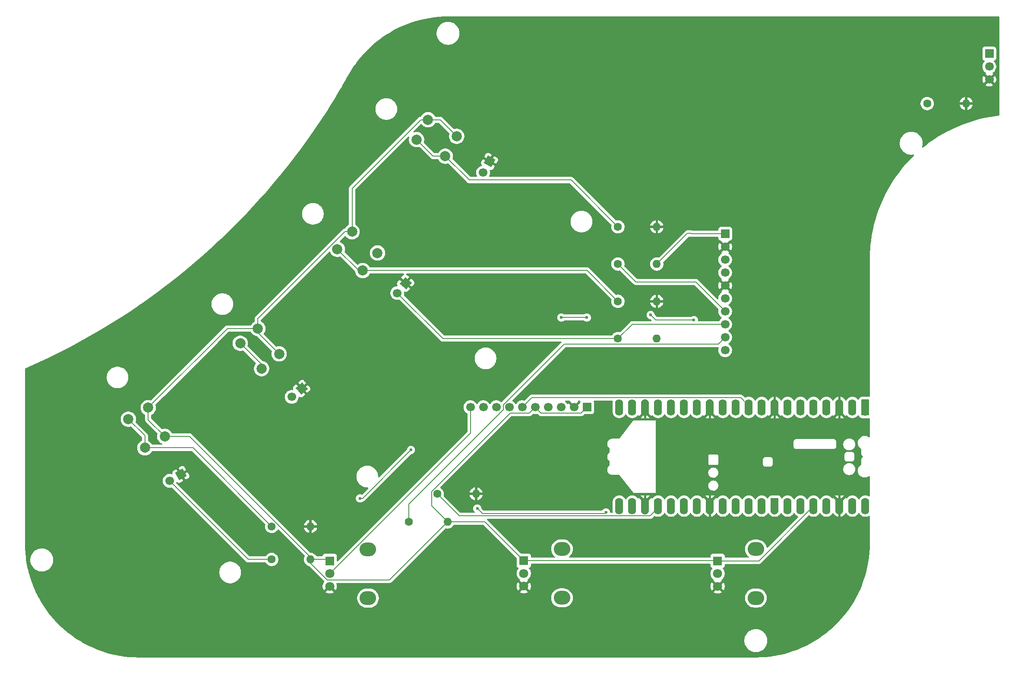
<source format=gbr>
%TF.GenerationSoftware,KiCad,Pcbnew,9.0.4*%
%TF.CreationDate,2025-09-28T19:10:47-04:00*%
%TF.ProjectId,Stradex1,53747261-6465-4783-912e-6b696361645f,rev?*%
%TF.SameCoordinates,Original*%
%TF.FileFunction,Copper,L1,Top*%
%TF.FilePolarity,Positive*%
%FSLAX46Y46*%
G04 Gerber Fmt 4.6, Leading zero omitted, Abs format (unit mm)*
G04 Created by KiCad (PCBNEW 9.0.4) date 2025-09-28 19:10:47*
%MOMM*%
%LPD*%
G01*
G04 APERTURE LIST*
G04 Aperture macros list*
%AMRoundRect*
0 Rectangle with rounded corners*
0 $1 Rounding radius*
0 $2 $3 $4 $5 $6 $7 $8 $9 X,Y pos of 4 corners*
0 Add a 4 corners polygon primitive as box body*
4,1,4,$2,$3,$4,$5,$6,$7,$8,$9,$2,$3,0*
0 Add four circle primitives for the rounded corners*
1,1,$1+$1,$2,$3*
1,1,$1+$1,$4,$5*
1,1,$1+$1,$6,$7*
1,1,$1+$1,$8,$9*
0 Add four rect primitives between the rounded corners*
20,1,$1+$1,$2,$3,$4,$5,0*
20,1,$1+$1,$4,$5,$6,$7,0*
20,1,$1+$1,$6,$7,$8,$9,0*
20,1,$1+$1,$8,$9,$2,$3,0*%
%AMRotRect*
0 Rectangle, with rotation*
0 The origin of the aperture is its center*
0 $1 length*
0 $2 width*
0 $3 Rotation angle, in degrees counterclockwise*
0 Add horizontal line*
21,1,$1,$2,0,0,$3*%
%AMFreePoly0*
4,1,37,0.800000,0.796148,0.878414,0.796148,1.032228,0.765552,1.177117,0.705537,1.307515,0.618408,1.418408,0.507515,1.505537,0.377117,1.565552,0.232228,1.596148,0.078414,1.596148,-0.078414,1.565552,-0.232228,1.505537,-0.377117,1.418408,-0.507515,1.307515,-0.618408,1.177117,-0.705537,1.032228,-0.765552,0.878414,-0.796148,0.800000,-0.796148,0.800000,-0.800000,-1.400000,-0.800000,
-1.403843,-0.796157,-1.439018,-0.796157,-1.511114,-0.766294,-1.566294,-0.711114,-1.596157,-0.639018,-1.596157,-0.603843,-1.600000,-0.600000,-1.600000,0.600000,-1.596157,0.603843,-1.596157,0.639018,-1.566294,0.711114,-1.511114,0.766294,-1.439018,0.796157,-1.403843,0.796157,-1.400000,0.800000,0.800000,0.800000,0.800000,0.796148,0.800000,0.796148,$1*%
%AMFreePoly1*
4,1,37,1.403843,0.796157,1.439018,0.796157,1.511114,0.766294,1.566294,0.711114,1.596157,0.639018,1.596157,0.603843,1.600000,0.600000,1.600000,-0.600000,1.596157,-0.603843,1.596157,-0.639018,1.566294,-0.711114,1.511114,-0.766294,1.439018,-0.796157,1.403843,-0.796157,1.400000,-0.800000,-0.800000,-0.800000,-0.800000,-0.796148,-0.878414,-0.796148,-1.032228,-0.765552,-1.177117,-0.705537,
-1.307515,-0.618408,-1.418408,-0.507515,-1.505537,-0.377117,-1.565552,-0.232228,-1.596148,-0.078414,-1.596148,0.078414,-1.565552,0.232228,-1.505537,0.377117,-1.418408,0.507515,-1.307515,0.618408,-1.177117,0.705537,-1.032228,0.765552,-0.878414,0.796148,-0.800000,0.796148,-0.800000,0.800000,1.400000,0.800000,1.403843,0.796157,1.403843,0.796157,$1*%
%AMFreePoly2*
4,1,37,0.603843,0.796157,0.639018,0.796157,0.711114,0.766294,0.766294,0.711114,0.796157,0.639018,0.796157,0.603843,0.800000,0.600000,0.800000,-0.600000,0.796157,-0.603843,0.796157,-0.639018,0.766294,-0.711114,0.711114,-0.766294,0.639018,-0.796157,0.603843,-0.796157,0.600000,-0.800000,0.000000,-0.800000,0.000000,-0.796148,-0.078414,-0.796148,-0.232228,-0.765552,-0.377117,-0.705537,
-0.507515,-0.618408,-0.618408,-0.507515,-0.705537,-0.377117,-0.765552,-0.232228,-0.796148,-0.078414,-0.796148,0.078414,-0.765552,0.232228,-0.705537,0.377117,-0.618408,0.507515,-0.507515,0.618408,-0.377117,0.705537,-0.232228,0.765552,-0.078414,0.796148,0.000000,0.796148,0.000000,0.800000,0.600000,0.800000,0.603843,0.796157,0.603843,0.796157,$1*%
%AMFreePoly3*
4,1,37,0.000000,0.796148,0.078414,0.796148,0.232228,0.765552,0.377117,0.705537,0.507515,0.618408,0.618408,0.507515,0.705537,0.377117,0.765552,0.232228,0.796148,0.078414,0.796148,-0.078414,0.765552,-0.232228,0.705537,-0.377117,0.618408,-0.507515,0.507515,-0.618408,0.377117,-0.705537,0.232228,-0.765552,0.078414,-0.796148,0.000000,-0.796148,0.000000,-0.800000,-0.600000,-0.800000,
-0.603843,-0.796157,-0.639018,-0.796157,-0.711114,-0.766294,-0.766294,-0.711114,-0.796157,-0.639018,-0.796157,-0.603843,-0.800000,-0.600000,-0.800000,0.600000,-0.796157,0.603843,-0.796157,0.639018,-0.766294,0.711114,-0.711114,0.766294,-0.639018,0.796157,-0.603843,0.796157,-0.600000,0.800000,0.000000,0.800000,0.000000,0.796148,0.000000,0.796148,$1*%
G04 Aperture macros list end*
%TA.AperFunction,ComponentPad*%
%ADD10C,2.000000*%
%TD*%
%TA.AperFunction,ComponentPad*%
%ADD11R,1.700000X1.700000*%
%TD*%
%TA.AperFunction,ComponentPad*%
%ADD12C,1.700000*%
%TD*%
%TA.AperFunction,ComponentPad*%
%ADD13RotRect,1.700000X1.700000X330.000000*%
%TD*%
%TA.AperFunction,ComponentPad*%
%ADD14C,1.600000*%
%TD*%
%TA.AperFunction,ComponentPad*%
%ADD15O,1.600000X1.600000*%
%TD*%
%TA.AperFunction,ComponentPad*%
%ADD16RotRect,1.700000X1.700000X300.000000*%
%TD*%
%TA.AperFunction,ComponentPad*%
%ADD17RotRect,1.700000X1.700000X310.000000*%
%TD*%
%TA.AperFunction,ComponentPad*%
%ADD18O,3.240000X2.720000*%
%TD*%
%TA.AperFunction,ComponentPad*%
%ADD19R,1.800000X1.800000*%
%TD*%
%TA.AperFunction,ComponentPad*%
%ADD20C,1.800000*%
%TD*%
%TA.AperFunction,ComponentPad*%
%ADD21RotRect,1.700000X1.700000X320.000000*%
%TD*%
%TA.AperFunction,SMDPad,CuDef*%
%ADD22FreePoly0,270.000000*%
%TD*%
%TA.AperFunction,ComponentPad*%
%ADD23RoundRect,0.200000X-0.600000X0.600000X-0.600000X-0.600000X0.600000X-0.600000X0.600000X0.600000X0*%
%TD*%
%TA.AperFunction,SMDPad,CuDef*%
%ADD24RoundRect,0.800000X-0.000010X0.800000X-0.000010X-0.800000X0.000010X-0.800000X0.000010X0.800000X0*%
%TD*%
%TA.AperFunction,SMDPad,CuDef*%
%ADD25FreePoly1,270.000000*%
%TD*%
%TA.AperFunction,ComponentPad*%
%ADD26FreePoly2,270.000000*%
%TD*%
%TA.AperFunction,ComponentPad*%
%ADD27FreePoly3,270.000000*%
%TD*%
%TA.AperFunction,ViaPad*%
%ADD28C,0.600000*%
%TD*%
%TA.AperFunction,Conductor*%
%ADD29C,0.200000*%
%TD*%
G04 APERTURE END LIST*
D10*
%TO.P,SW3,1,1*%
%TO.N,+3.3V*%
X87975740Y-94158883D03*
X92153860Y-99138171D03*
%TO.P,SW3,2,2*%
%TO.N,/PB3*%
X84528540Y-97051427D03*
X88706660Y-102030717D03*
%TD*%
D11*
%TO.P,RV1,1,1*%
%TO.N,/SPot*%
X231419400Y-40182800D03*
D12*
%TO.P,RV1,2,2*%
%TO.N,+3.3V*%
X231419400Y-42722800D03*
%TO.P,RV1,3,3*%
%TO.N,GND*%
X231419400Y-45262800D03*
%TD*%
D11*
%TO.P,U1,1,VDD*%
%TO.N,+3.3V*%
X179628800Y-75539600D03*
D12*
%TO.P,U1,2,GND*%
%TO.N,GND*%
X179628800Y-78079600D03*
%TO.P,U1,3,SCL*%
%TO.N,/SCL*%
X179628800Y-80619600D03*
%TO.P,U1,4,SDA*%
%TO.N,/SDA*%
X179628800Y-83159600D03*
%TO.P,U1,5,ADDR*%
%TO.N,GND*%
X179628800Y-85699600D03*
%TO.P,U1,6,ALERT/RDY*%
%TO.N,/ALRT1*%
X179628800Y-88239600D03*
%TO.P,U1,7,AIN0*%
%TO.N,/FSR1*%
X179628800Y-90779600D03*
%TO.P,U1,8,AIN1*%
%TO.N,/FSR2*%
X179628800Y-93319600D03*
%TO.P,U1,9,AIN2*%
%TO.N,/FSR3*%
X179628800Y-95859600D03*
%TO.P,U1,10,AIN3*%
%TO.N,/FSR4*%
X179628800Y-98399600D03*
%TD*%
D13*
%TO.P,R1,1,Pin_1*%
%TO.N,GND*%
X133412451Y-61337768D03*
D12*
%TO.P,R1,2,Pin_2*%
%TO.N,/FSR1*%
X132142451Y-63537473D03*
%TD*%
D14*
%TO.P,R9,1*%
%TO.N,/PB1*%
X158597600Y-74182777D03*
D15*
%TO.P,R9,2*%
%TO.N,GND*%
X166217600Y-74182777D03*
%TD*%
D16*
%TO.P,R4,1,Pin_1*%
%TO.N,GND*%
X72875432Y-122789851D03*
D12*
%TO.P,R4,2,Pin_2*%
%TO.N,/FSR4*%
X70675727Y-124059851D03*
%TD*%
D10*
%TO.P,SW1,1,1*%
%TO.N,+3.3V*%
X121345435Y-53163400D03*
X126974600Y-56413400D03*
%TO.P,SW1,2,2*%
%TO.N,/PB1*%
X119095435Y-57060513D03*
X124724601Y-60310515D03*
%TD*%
D17*
%TO.P,R3,1,Pin_1*%
%TO.N,GND*%
X96553825Y-105946467D03*
D12*
%TO.P,R3,2,Pin_2*%
%TO.N,/FSR3*%
X94608072Y-107579148D03*
%TD*%
D14*
%TO.P,R10,1*%
%TO.N,/PB2*%
X158597600Y-88806096D03*
D15*
%TO.P,R10,2*%
%TO.N,GND*%
X166217600Y-88806096D03*
%TD*%
D18*
%TO.P,RV3,*%
%TO.N,*%
X147624800Y-137440600D03*
X147624800Y-147040600D03*
D19*
%TO.P,RV3,1,1*%
%TO.N,+3.3V*%
X140124800Y-139740600D03*
D20*
%TO.P,RV3,2,2*%
%TO.N,/P2*%
X140124800Y-142240600D03*
%TO.P,RV3,3,3*%
%TO.N,GND*%
X140124800Y-144740600D03*
%TD*%
D14*
%TO.P,R8,1*%
%TO.N,/FSR4*%
X90690000Y-139500000D03*
D15*
%TO.P,R8,2*%
%TO.N,+3.3V*%
X98310000Y-139500000D03*
%TD*%
D14*
%TO.P,R5,1*%
%TO.N,/FSR1*%
X158597601Y-81494439D03*
D15*
%TO.P,R5,2*%
%TO.N,+3.3V*%
X166217601Y-81494439D03*
%TD*%
D14*
%TO.P,R7,1*%
%TO.N,/FSR3*%
X117551200Y-132130800D03*
D15*
%TO.P,R7,2*%
%TO.N,+3.3V*%
X125171200Y-132130800D03*
%TD*%
D11*
%TO.P,U2,1,VDD*%
%TO.N,+3.3V*%
X152527000Y-109600600D03*
D12*
%TO.P,U2,2,GND*%
%TO.N,GND*%
X149987000Y-109600600D03*
%TO.P,U2,3,SCL*%
%TO.N,/SCL*%
X147447000Y-109600600D03*
%TO.P,U2,4,SDA*%
%TO.N,/SDA*%
X144907000Y-109600600D03*
%TO.P,U2,5,ADDR*%
%TO.N,+3.3V*%
X142367000Y-109600600D03*
%TO.P,U2,6,ALERT/RDY*%
%TO.N,/ALRT2*%
X139827000Y-109600600D03*
%TO.P,U2,7,AIN0*%
%TO.N,/SPot*%
X137287000Y-109600600D03*
%TO.P,U2,8,AIN1*%
%TO.N,/P1*%
X134747000Y-109600600D03*
%TO.P,U2,9,AIN2*%
%TO.N,/P2*%
X132207000Y-109600600D03*
%TO.P,U2,10,AIN3*%
%TO.N,/P3*%
X129667000Y-109600600D03*
%TD*%
D10*
%TO.P,SW4,1,1*%
%TO.N,+3.3V*%
X66465157Y-109700017D03*
X69715158Y-115329182D03*
%TO.P,SW4,2,2*%
%TO.N,/PB4*%
X62568043Y-111950017D03*
X65818043Y-117579183D03*
%TD*%
D18*
%TO.P,RV2,*%
%TO.N,*%
X185645600Y-137465400D03*
X185645600Y-147065400D03*
D19*
%TO.P,RV2,1,1*%
%TO.N,+3.3V*%
X178145600Y-139765400D03*
D20*
%TO.P,RV2,2,2*%
%TO.N,/P1*%
X178145600Y-142265400D03*
%TO.P,RV2,3,3*%
%TO.N,GND*%
X178145600Y-144765400D03*
%TD*%
D14*
%TO.P,R6,1*%
%TO.N,/FSR2*%
X158597601Y-96117758D03*
D15*
%TO.P,R6,2*%
%TO.N,+3.3V*%
X166217601Y-96117758D03*
%TD*%
D10*
%TO.P,SW2,1,1*%
%TO.N,+3.3V*%
X106450511Y-75146081D03*
X111429800Y-79324200D03*
%TO.P,SW2,2,2*%
%TO.N,/PB2*%
X103557967Y-78593281D03*
X108537256Y-82771401D03*
%TD*%
D18*
%TO.P,RV4,*%
%TO.N,*%
X109575600Y-137490800D03*
X109575600Y-147090800D03*
D19*
%TO.P,RV4,1,1*%
%TO.N,+3.3V*%
X102075600Y-139790800D03*
D20*
%TO.P,RV4,2,2*%
%TO.N,/P3*%
X102075600Y-142290800D03*
%TO.P,RV4,3,3*%
%TO.N,GND*%
X102075600Y-144790800D03*
%TD*%
D14*
%TO.P,R11,1*%
%TO.N,/PB3*%
X123139200Y-126619000D03*
D15*
%TO.P,R11,2*%
%TO.N,GND*%
X130759200Y-126619000D03*
%TD*%
D21*
%TO.P,R2,1,Pin_1*%
%TO.N,GND*%
X116951436Y-85240714D03*
D12*
%TO.P,R2,2,Pin_2*%
%TO.N,/FSR2*%
X115318755Y-87186467D03*
%TD*%
D22*
%TO.P,A1,1,GPIO0*%
%TO.N,unconnected-(A1-GPIO0-Pad1)*%
X207115100Y-109639200D03*
D23*
X207115100Y-110439200D03*
D24*
%TO.P,A1,2,GPIO1*%
%TO.N,unconnected-(A1-GPIO1-Pad2)*%
X204575100Y-109639200D03*
D14*
X204575100Y-110439200D03*
D25*
%TO.P,A1,3,GND*%
%TO.N,GND*%
X202035100Y-109639200D03*
D26*
X202035100Y-110439200D03*
D24*
%TO.P,A1,4,GPIO2*%
%TO.N,unconnected-(A1-GPIO2-Pad4)*%
X199495100Y-109639200D03*
D14*
X199495100Y-110439200D03*
D24*
%TO.P,A1,5,GPIO3*%
%TO.N,unconnected-(A1-GPIO3-Pad5)*%
X196955100Y-109639200D03*
D14*
X196955100Y-110439200D03*
D24*
%TO.P,A1,6,GPIO4*%
%TO.N,/SDA*%
X194415100Y-109639200D03*
D14*
X194415100Y-110439200D03*
D24*
%TO.P,A1,7,GPIO5*%
%TO.N,/SCL*%
X191875100Y-109639200D03*
D14*
X191875100Y-110439200D03*
D25*
%TO.P,A1,8,GND*%
%TO.N,GND*%
X189335100Y-109639200D03*
D26*
X189335100Y-110439200D03*
D24*
%TO.P,A1,9,GPIO6*%
%TO.N,/ALRT1*%
X186795100Y-109639200D03*
D14*
X186795100Y-110439200D03*
D24*
%TO.P,A1,10,GPIO7*%
%TO.N,/ALRT2*%
X184255100Y-109639200D03*
D14*
X184255100Y-110439200D03*
D24*
%TO.P,A1,11,GPIO8*%
%TO.N,unconnected-(A1-GPIO8-Pad11)*%
X181715100Y-109639200D03*
D14*
X181715100Y-110439200D03*
D24*
%TO.P,A1,12,GPIO9*%
%TO.N,unconnected-(A1-GPIO9-Pad12)*%
X179175100Y-109639200D03*
D14*
X179175100Y-110439200D03*
D25*
%TO.P,A1,13,GND*%
%TO.N,GND*%
X176635100Y-109639200D03*
D26*
X176635100Y-110439200D03*
D24*
%TO.P,A1,14,GPIO10*%
%TO.N,unconnected-(A1-GPIO10-Pad14)*%
X174095100Y-109639200D03*
D14*
X174095100Y-110439200D03*
D24*
%TO.P,A1,15,GPIO11*%
%TO.N,unconnected-(A1-GPIO11-Pad15)*%
X171555100Y-109639200D03*
D14*
X171555100Y-110439200D03*
D24*
%TO.P,A1,16,GPIO12*%
%TO.N,unconnected-(A1-GPIO12-Pad16)*%
X169015100Y-109639200D03*
D14*
X169015100Y-110439200D03*
D24*
%TO.P,A1,17,GPIO13*%
%TO.N,unconnected-(A1-GPIO13-Pad17)*%
X166475100Y-109639200D03*
D14*
X166475100Y-110439200D03*
D25*
%TO.P,A1,18,GND*%
%TO.N,GND*%
X163935100Y-109639200D03*
D26*
X163935100Y-110439200D03*
D24*
%TO.P,A1,19,GPIO14*%
%TO.N,unconnected-(A1-GPIO14-Pad19)*%
X161395100Y-109639200D03*
D14*
X161395100Y-110439200D03*
D24*
%TO.P,A1,20,GPIO15*%
%TO.N,unconnected-(A1-GPIO15-Pad20)*%
X158855100Y-109639200D03*
D14*
X158855100Y-110439200D03*
%TO.P,A1,21,GPIO16*%
%TO.N,/PB1*%
X158855100Y-128219200D03*
D24*
X158855100Y-129019200D03*
D14*
%TO.P,A1,22,GPIO17*%
%TO.N,/PB2*%
X161395100Y-128219200D03*
D24*
X161395100Y-129019200D03*
D27*
%TO.P,A1,23,GND*%
%TO.N,GND*%
X163935100Y-128219200D03*
D22*
X163935100Y-129019200D03*
D14*
%TO.P,A1,24,GPIO18*%
%TO.N,/PB3*%
X166475100Y-128219200D03*
D24*
X166475100Y-129019200D03*
D14*
%TO.P,A1,25,GPIO19*%
%TO.N,/PB4*%
X169015100Y-128219200D03*
D24*
X169015100Y-129019200D03*
D14*
%TO.P,A1,26,GPIO20*%
%TO.N,unconnected-(A1-GPIO20-Pad26)*%
X171555100Y-128219200D03*
D24*
X171555100Y-129019200D03*
D14*
%TO.P,A1,27,GPIO21*%
%TO.N,unconnected-(A1-GPIO21-Pad27)*%
X174095100Y-128219200D03*
D24*
X174095100Y-129019200D03*
D27*
%TO.P,A1,28,GND*%
%TO.N,GND*%
X176635100Y-128219200D03*
D22*
X176635100Y-129019200D03*
D14*
%TO.P,A1,29,GPIO22*%
%TO.N,unconnected-(A1-GPIO22-Pad29)*%
X179175100Y-128219200D03*
D24*
X179175100Y-129019200D03*
D14*
%TO.P,A1,30,RUN*%
%TO.N,unconnected-(A1-RUN-Pad30)*%
X181715100Y-128219200D03*
D24*
X181715100Y-129019200D03*
D14*
%TO.P,A1,31,GPIO26_ADC0*%
%TO.N,unconnected-(A1-GPIO26_ADC0-Pad31)*%
X184255100Y-128219200D03*
D24*
X184255100Y-129019200D03*
D14*
%TO.P,A1,32,GPIO27_ADC1*%
%TO.N,unconnected-(A1-GPIO27_ADC1-Pad32)*%
X186795100Y-128219200D03*
D24*
X186795100Y-129019200D03*
D27*
%TO.P,A1,33,AGND*%
%TO.N,unconnected-(A1-AGND-Pad33)*%
X189335100Y-128219200D03*
D22*
X189335100Y-129019200D03*
D14*
%TO.P,A1,34,GPIO28_ADC2*%
%TO.N,unconnected-(A1-GPIO28_ADC2-Pad34)*%
X191875100Y-128219200D03*
D24*
X191875100Y-129019200D03*
D14*
%TO.P,A1,35,ADC_VREF*%
%TO.N,unconnected-(A1-ADC_VREF-Pad35)*%
X194415100Y-128219200D03*
D24*
X194415100Y-129019200D03*
D14*
%TO.P,A1,36,3V3*%
%TO.N,+3.3V*%
X196955100Y-128219200D03*
D24*
X196955100Y-129019200D03*
D14*
%TO.P,A1,37,3V3_EN*%
%TO.N,unconnected-(A1-3V3_EN-Pad37)*%
X199495100Y-128219200D03*
D24*
X199495100Y-129019200D03*
D27*
%TO.P,A1,38,GND*%
%TO.N,GND*%
X202035100Y-128219200D03*
D22*
X202035100Y-129019200D03*
D14*
%TO.P,A1,39,VSYS*%
%TO.N,unconnected-(A1-VSYS-Pad39)*%
X204575100Y-128219200D03*
D24*
X204575100Y-129019200D03*
D14*
%TO.P,A1,40,VBUS*%
%TO.N,/Vin*%
X207115100Y-128219200D03*
D24*
X207115100Y-129019200D03*
%TD*%
D14*
%TO.P,R17,1*%
%TO.N,/SPot*%
X219252800Y-49987200D03*
D15*
%TO.P,R17,2*%
%TO.N,GND*%
X226872800Y-49987200D03*
%TD*%
D14*
%TO.P,R12,1*%
%TO.N,/PB4*%
X90689999Y-132999998D03*
D15*
%TO.P,R12,2*%
%TO.N,GND*%
X98309999Y-132999998D03*
%TD*%
D28*
%TO.N,/PB4*%
X156247465Y-130252535D03*
X131000000Y-129500000D03*
%TO.N,/FSR4*%
X165000000Y-91500000D03*
X147500000Y-92000000D03*
X118000000Y-118000000D03*
X108000000Y-127500000D03*
X173500000Y-92500000D03*
X152500000Y-92000000D03*
%TD*%
D29*
%TO.N,+3.3V*%
X101578129Y-143491800D02*
X113810200Y-143491800D01*
X143518000Y-110751600D02*
X142367000Y-109600600D01*
X125171200Y-132130800D02*
X132515000Y-132130800D01*
X105036298Y-75146081D02*
X106450511Y-75146081D01*
X152527000Y-109600600D02*
X151376000Y-110751600D01*
X119931222Y-53163400D02*
X121345435Y-53163400D01*
X140124800Y-139740600D02*
X178120800Y-139740600D01*
X173039600Y-75539600D02*
X179628800Y-75539600D01*
X106450511Y-75146081D02*
X106450511Y-66644111D01*
X122038200Y-126162950D02*
X137449550Y-110751600D01*
X172212040Y-75500000D02*
X173000000Y-75500000D01*
X113810200Y-143491800D02*
X125171200Y-132130800D01*
X98310000Y-139500000D02*
X98310000Y-140223671D01*
X141216000Y-110751600D02*
X142367000Y-109600600D01*
X98310000Y-140223671D02*
X101578129Y-143491800D01*
X87975740Y-94960051D02*
X87975740Y-94158883D01*
X123724600Y-53163400D02*
X121345435Y-53163400D01*
X66465157Y-109700017D02*
X82006291Y-94158883D01*
X92153860Y-99138171D02*
X87975740Y-94960051D01*
X87975740Y-94158883D02*
X87975740Y-92206639D01*
X69715158Y-115329182D02*
X66465157Y-112079181D01*
X98310000Y-139062949D02*
X74576233Y-115329182D01*
X178145600Y-139765400D02*
X186208900Y-139765400D01*
X98310000Y-139500000D02*
X98310000Y-139062949D01*
X132515000Y-132130800D02*
X140124800Y-139740600D01*
X125171200Y-132130800D02*
X122038200Y-128997800D01*
X101784800Y-139500000D02*
X102075600Y-139790800D01*
X126974600Y-56413400D02*
X123724600Y-53163400D01*
X74576233Y-115329182D02*
X69715158Y-115329182D01*
X66465157Y-112079181D02*
X66465157Y-109700017D01*
X173000000Y-75500000D02*
X173039600Y-75539600D01*
X87975740Y-92206639D02*
X105036298Y-75146081D01*
X122038200Y-128997800D02*
X122038200Y-126162950D01*
X186208900Y-139765400D02*
X196955100Y-129019200D01*
X137449550Y-110751600D02*
X141216000Y-110751600D01*
X106450511Y-66644111D02*
X119931222Y-53163400D01*
X178120800Y-139740600D02*
X178145600Y-139765400D01*
X82006291Y-94158883D02*
X87975740Y-94158883D01*
X166217601Y-81494439D02*
X172212040Y-75500000D01*
X98310000Y-139500000D02*
X101784800Y-139500000D01*
X151376000Y-110751600D02*
X143518000Y-110751600D01*
%TO.N,/PB3*%
X84528540Y-97051427D02*
X88706660Y-101229547D01*
X166475100Y-129350570D02*
X166475100Y-128219200D01*
X123139200Y-126619000D02*
X127445400Y-130925200D01*
X164900470Y-130925200D02*
X166475100Y-129350570D01*
X88706660Y-101229547D02*
X88706660Y-102030717D01*
X127445400Y-130925200D02*
X164900470Y-130925200D01*
%TO.N,/PB2*%
X107736087Y-82771401D02*
X108537256Y-82771401D01*
X152562905Y-82771401D02*
X158597600Y-88806096D01*
X108537256Y-82771401D02*
X152562905Y-82771401D01*
X103557967Y-78593281D02*
X107736087Y-82771401D01*
%TO.N,/PB4*%
X131000000Y-129500000D02*
X132024200Y-130524200D01*
X65818043Y-115200017D02*
X65818043Y-117579183D01*
X75269184Y-117579183D02*
X90689999Y-132999998D01*
X155975800Y-130524200D02*
X156247465Y-130252535D01*
X132024200Y-130524200D02*
X155975800Y-130524200D01*
X65818043Y-117579183D02*
X75269184Y-117579183D01*
X62568043Y-111950017D02*
X65818043Y-115200017D01*
%TO.N,/PB1*%
X129414086Y-65000000D02*
X149414823Y-65000000D01*
X149414823Y-65000000D02*
X158597600Y-74182777D01*
X124724601Y-60310515D02*
X129414086Y-65000000D01*
X119095435Y-57060513D02*
X122345437Y-60310515D01*
X122345437Y-60310515D02*
X124724601Y-60310515D01*
%TO.N,/ALRT2*%
X184255100Y-109307830D02*
X184255100Y-110439200D01*
X182680470Y-107733200D02*
X184255100Y-109307830D01*
X139827000Y-109600600D02*
X141694400Y-107733200D01*
X141694400Y-107733200D02*
X182680470Y-107733200D01*
%TO.N,/FSR1*%
X179628800Y-90779600D02*
X173849200Y-85000000D01*
X162103162Y-85000000D02*
X158597601Y-81494439D01*
X173849200Y-85000000D02*
X162103162Y-85000000D01*
%TO.N,/FSR2*%
X115318755Y-87186467D02*
X124250046Y-96117758D01*
X124250046Y-96117758D02*
X158597601Y-96117758D01*
X158597601Y-96117758D02*
X161395759Y-93319600D01*
X161395759Y-93319600D02*
X179628800Y-93319600D01*
%TO.N,/FSR3*%
X117551200Y-132130800D02*
X117551200Y-128662160D01*
X117551200Y-128662160D02*
X136136000Y-110077360D01*
X178269642Y-97218758D02*
X179628800Y-95859600D01*
X148041082Y-97218758D02*
X178269642Y-97218758D01*
X136136000Y-109123840D02*
X148041082Y-97218758D01*
X136136000Y-110077360D02*
X136136000Y-109123840D01*
%TO.N,/FSR4*%
X147500000Y-92000000D02*
X152500000Y-92000000D01*
X70675727Y-124059851D02*
X86115876Y-139500000D01*
X108500000Y-127500000D02*
X118000000Y-118000000D01*
X108000000Y-127500000D02*
X108500000Y-127500000D01*
X166000000Y-92500000D02*
X173500000Y-92500000D01*
X165000000Y-91500000D02*
X166000000Y-92500000D01*
X86115876Y-139500000D02*
X90690000Y-139500000D01*
%TO.N,/P3*%
X129667000Y-114699400D02*
X129667000Y-109600600D01*
X102075600Y-142290800D02*
X129667000Y-114699400D01*
%TD*%
%TA.AperFunction,Conductor*%
%TO.N,GND*%
G36*
X233329955Y-32905185D02*
G01*
X233375710Y-32957989D01*
X233386916Y-33009500D01*
X233386916Y-52252167D01*
X233367231Y-52319206D01*
X233314427Y-52364961D01*
X233278748Y-52375152D01*
X232274329Y-52504452D01*
X231236385Y-52677304D01*
X230205542Y-52888431D01*
X229183204Y-53137539D01*
X228170757Y-53424297D01*
X227169669Y-53748284D01*
X226181176Y-54109102D01*
X225206767Y-54506207D01*
X224400003Y-54870344D01*
X224247679Y-54939096D01*
X223583672Y-55268883D01*
X223305257Y-55407161D01*
X222380812Y-55909751D01*
X221475569Y-56446199D01*
X220590798Y-57015754D01*
X219727685Y-57617652D01*
X218887440Y-58251048D01*
X218452767Y-58604669D01*
X218388341Y-58631706D01*
X218319524Y-58619619D01*
X218268167Y-58572247D01*
X218250574Y-58504628D01*
X218254737Y-58476396D01*
X218321964Y-58225501D01*
X218360516Y-57932676D01*
X218360516Y-57637324D01*
X218321964Y-57344499D01*
X218245522Y-57059211D01*
X218132495Y-56786341D01*
X218092697Y-56717409D01*
X217984820Y-56530559D01*
X217805022Y-56296242D01*
X217805016Y-56296235D01*
X217596180Y-56087399D01*
X217596173Y-56087393D01*
X217361856Y-55907595D01*
X217106078Y-55759922D01*
X217106068Y-55759918D01*
X216888857Y-55669946D01*
X216833205Y-55646894D01*
X216833203Y-55646893D01*
X216833202Y-55646893D01*
X216748446Y-55624183D01*
X216547917Y-55570452D01*
X216498978Y-55564008D01*
X216255099Y-55531900D01*
X216255092Y-55531900D01*
X215959740Y-55531900D01*
X215959732Y-55531900D01*
X215681012Y-55568595D01*
X215666915Y-55570452D01*
X215582156Y-55593162D01*
X215381629Y-55646893D01*
X215108763Y-55759918D01*
X215108753Y-55759922D01*
X214852975Y-55907595D01*
X214618658Y-56087393D01*
X214618651Y-56087399D01*
X214409815Y-56296235D01*
X214409809Y-56296242D01*
X214230011Y-56530559D01*
X214082338Y-56786337D01*
X214082334Y-56786347D01*
X213969309Y-57059213D01*
X213892869Y-57344496D01*
X213892867Y-57344507D01*
X213854316Y-57637316D01*
X213854316Y-57932683D01*
X213873356Y-58077297D01*
X213892868Y-58225501D01*
X213903226Y-58264158D01*
X213969309Y-58510786D01*
X214082334Y-58783652D01*
X214082338Y-58783662D01*
X214230011Y-59039440D01*
X214409809Y-59273757D01*
X214409815Y-59273764D01*
X214618651Y-59482600D01*
X214618658Y-59482606D01*
X214852975Y-59662404D01*
X215108753Y-59810077D01*
X215108754Y-59810077D01*
X215108757Y-59810079D01*
X215381627Y-59923106D01*
X215666915Y-59999548D01*
X215959740Y-60038100D01*
X215959747Y-60038100D01*
X216255085Y-60038100D01*
X216255092Y-60038100D01*
X216538221Y-60000824D01*
X216607253Y-60011589D01*
X216659509Y-60057969D01*
X216678395Y-60125238D01*
X216657915Y-60192038D01*
X216639554Y-60213904D01*
X216515124Y-60331443D01*
X215777439Y-61081811D01*
X215067996Y-61858964D01*
X214387824Y-62661778D01*
X213737778Y-63489237D01*
X213118777Y-64340178D01*
X212531685Y-65213413D01*
X211977300Y-66107751D01*
X211456344Y-67022030D01*
X210969594Y-67954884D01*
X210517655Y-68905156D01*
X210101179Y-69871479D01*
X209720727Y-70852542D01*
X209376826Y-71846990D01*
X209069930Y-72853512D01*
X208800485Y-73870646D01*
X208568834Y-74897089D01*
X208375306Y-75931397D01*
X208220166Y-76972146D01*
X208125269Y-77823700D01*
X208103625Y-78017916D01*
X208060641Y-78597817D01*
X208025842Y-79067295D01*
X207986924Y-80118807D01*
X207986917Y-80572910D01*
X207986916Y-80572934D01*
X207986916Y-107423957D01*
X207967231Y-107490996D01*
X207914427Y-107536751D01*
X207845270Y-107546695D01*
X207754883Y-107533700D01*
X207754882Y-107533700D01*
X206475318Y-107533700D01*
X206475316Y-107533700D01*
X206421285Y-107536595D01*
X206421281Y-107536596D01*
X206281878Y-107572176D01*
X206281866Y-107572180D01*
X206208380Y-107602619D01*
X206208352Y-107602631D01*
X206159551Y-107625979D01*
X206159546Y-107625982D01*
X206044368Y-107712205D01*
X206044356Y-107712215D01*
X205988119Y-107768452D01*
X205951943Y-107808724D01*
X205951937Y-107808732D01*
X205878526Y-107932463D01*
X205848078Y-108005973D01*
X205838239Y-108033863D01*
X205797371Y-108090534D01*
X205732352Y-108116114D01*
X205663825Y-108102481D01*
X205619729Y-108063732D01*
X205575147Y-108000061D01*
X205575144Y-108000058D01*
X205575142Y-108000055D01*
X205414241Y-107839154D01*
X205227834Y-107708632D01*
X205227832Y-107708631D01*
X205021597Y-107612461D01*
X205021588Y-107612458D01*
X204801797Y-107553566D01*
X204801787Y-107553564D01*
X204631885Y-107538700D01*
X204631884Y-107538700D01*
X204518316Y-107538700D01*
X204518315Y-107538700D01*
X204348412Y-107553564D01*
X204348402Y-107553566D01*
X204128611Y-107612458D01*
X204128602Y-107612461D01*
X203922367Y-107708631D01*
X203922365Y-107708632D01*
X203735958Y-107839154D01*
X203575054Y-108000058D01*
X203449285Y-108179678D01*
X203444532Y-108186466D01*
X203421218Y-108236464D01*
X203420305Y-108238421D01*
X203374132Y-108290860D01*
X203306938Y-108310011D01*
X203240057Y-108289795D01*
X203198565Y-108244468D01*
X203163949Y-108179706D01*
X203163932Y-108179678D01*
X203076395Y-108048669D01*
X203076391Y-108048663D01*
X203013585Y-107972135D01*
X202902164Y-107860714D01*
X202825636Y-107797908D01*
X202825630Y-107797904D01*
X202694621Y-107710367D01*
X202694601Y-107710355D01*
X202607298Y-107663690D01*
X202461712Y-107603385D01*
X202366960Y-107574643D01*
X202366949Y-107574640D01*
X202285100Y-107558360D01*
X202285100Y-110006188D01*
X202228093Y-109973275D01*
X202100926Y-109939200D01*
X201969274Y-109939200D01*
X201842107Y-109973275D01*
X201785100Y-110006188D01*
X201785100Y-107558361D01*
X201785099Y-107558360D01*
X201703250Y-107574640D01*
X201703239Y-107574643D01*
X201608487Y-107603385D01*
X201462901Y-107663690D01*
X201375598Y-107710355D01*
X201375578Y-107710367D01*
X201244569Y-107797904D01*
X201244563Y-107797908D01*
X201168035Y-107860714D01*
X201056614Y-107972135D01*
X200993808Y-108048663D01*
X200993804Y-108048669D01*
X200906267Y-108179678D01*
X200906255Y-108179699D01*
X200871634Y-108244469D01*
X200822671Y-108294313D01*
X200754533Y-108309773D01*
X200688853Y-108285941D01*
X200649894Y-108238419D01*
X200625668Y-108186466D01*
X200495147Y-108000061D01*
X200495145Y-108000058D01*
X200334241Y-107839154D01*
X200147834Y-107708632D01*
X200147832Y-107708631D01*
X199941597Y-107612461D01*
X199941588Y-107612458D01*
X199721797Y-107553566D01*
X199721787Y-107553564D01*
X199551885Y-107538700D01*
X199551884Y-107538700D01*
X199438316Y-107538700D01*
X199438315Y-107538700D01*
X199268412Y-107553564D01*
X199268402Y-107553566D01*
X199048611Y-107612458D01*
X199048602Y-107612461D01*
X198842367Y-107708631D01*
X198842365Y-107708632D01*
X198655958Y-107839154D01*
X198495054Y-108000058D01*
X198364532Y-108186465D01*
X198364531Y-108186467D01*
X198358492Y-108199418D01*
X198341218Y-108236464D01*
X198337482Y-108244475D01*
X198291309Y-108296914D01*
X198224116Y-108316066D01*
X198157235Y-108295850D01*
X198112718Y-108244475D01*
X198109894Y-108238419D01*
X198085668Y-108186466D01*
X197955147Y-108000061D01*
X197955145Y-108000058D01*
X197794241Y-107839154D01*
X197607834Y-107708632D01*
X197607832Y-107708631D01*
X197401597Y-107612461D01*
X197401588Y-107612458D01*
X197181797Y-107553566D01*
X197181787Y-107553564D01*
X197011885Y-107538700D01*
X197011884Y-107538700D01*
X196898316Y-107538700D01*
X196898315Y-107538700D01*
X196728412Y-107553564D01*
X196728402Y-107553566D01*
X196508611Y-107612458D01*
X196508602Y-107612461D01*
X196302367Y-107708631D01*
X196302365Y-107708632D01*
X196115958Y-107839154D01*
X195955054Y-108000058D01*
X195824532Y-108186465D01*
X195824531Y-108186467D01*
X195818492Y-108199418D01*
X195801218Y-108236464D01*
X195797482Y-108244475D01*
X195751309Y-108296914D01*
X195684116Y-108316066D01*
X195617235Y-108295850D01*
X195572718Y-108244475D01*
X195569894Y-108238419D01*
X195545668Y-108186466D01*
X195415147Y-108000061D01*
X195415145Y-108000058D01*
X195254241Y-107839154D01*
X195067834Y-107708632D01*
X195067832Y-107708631D01*
X194861597Y-107612461D01*
X194861588Y-107612458D01*
X194641797Y-107553566D01*
X194641787Y-107553564D01*
X194471885Y-107538700D01*
X194471884Y-107538700D01*
X194358316Y-107538700D01*
X194358315Y-107538700D01*
X194188412Y-107553564D01*
X194188402Y-107553566D01*
X193968611Y-107612458D01*
X193968602Y-107612461D01*
X193762367Y-107708631D01*
X193762365Y-107708632D01*
X193575958Y-107839154D01*
X193415054Y-108000058D01*
X193284532Y-108186465D01*
X193284531Y-108186467D01*
X193278492Y-108199418D01*
X193261218Y-108236464D01*
X193257482Y-108244475D01*
X193211309Y-108296914D01*
X193144116Y-108316066D01*
X193077235Y-108295850D01*
X193032718Y-108244475D01*
X193029894Y-108238419D01*
X193005668Y-108186466D01*
X192875147Y-108000061D01*
X192875145Y-108000058D01*
X192714241Y-107839154D01*
X192527834Y-107708632D01*
X192527832Y-107708631D01*
X192321597Y-107612461D01*
X192321588Y-107612458D01*
X192101797Y-107553566D01*
X192101787Y-107553564D01*
X191931885Y-107538700D01*
X191931884Y-107538700D01*
X191818316Y-107538700D01*
X191818315Y-107538700D01*
X191648412Y-107553564D01*
X191648402Y-107553566D01*
X191428611Y-107612458D01*
X191428602Y-107612461D01*
X191222367Y-107708631D01*
X191222365Y-107708632D01*
X191035958Y-107839154D01*
X190875054Y-108000058D01*
X190749285Y-108179678D01*
X190744532Y-108186466D01*
X190721218Y-108236464D01*
X190720305Y-108238421D01*
X190674132Y-108290860D01*
X190606938Y-108310011D01*
X190540057Y-108289795D01*
X190498565Y-108244468D01*
X190463949Y-108179706D01*
X190463932Y-108179678D01*
X190376395Y-108048669D01*
X190376391Y-108048663D01*
X190313585Y-107972135D01*
X190202164Y-107860714D01*
X190125636Y-107797908D01*
X190125630Y-107797904D01*
X189994621Y-107710367D01*
X189994601Y-107710355D01*
X189907298Y-107663690D01*
X189761712Y-107603385D01*
X189666960Y-107574643D01*
X189666949Y-107574640D01*
X189585100Y-107558360D01*
X189585100Y-110006188D01*
X189528093Y-109973275D01*
X189400926Y-109939200D01*
X189269274Y-109939200D01*
X189142107Y-109973275D01*
X189085100Y-110006188D01*
X189085100Y-107558361D01*
X189085099Y-107558360D01*
X189003250Y-107574640D01*
X189003239Y-107574643D01*
X188908487Y-107603385D01*
X188762901Y-107663690D01*
X188675598Y-107710355D01*
X188675578Y-107710367D01*
X188544569Y-107797904D01*
X188544563Y-107797908D01*
X188468035Y-107860714D01*
X188356614Y-107972135D01*
X188293808Y-108048663D01*
X188293804Y-108048669D01*
X188206267Y-108179678D01*
X188206255Y-108179699D01*
X188171634Y-108244469D01*
X188122671Y-108294313D01*
X188054533Y-108309773D01*
X187988853Y-108285941D01*
X187949894Y-108238419D01*
X187925668Y-108186466D01*
X187795147Y-108000061D01*
X187795145Y-108000058D01*
X187634241Y-107839154D01*
X187447834Y-107708632D01*
X187447832Y-107708631D01*
X187241597Y-107612461D01*
X187241588Y-107612458D01*
X187021797Y-107553566D01*
X187021787Y-107553564D01*
X186851885Y-107538700D01*
X186851884Y-107538700D01*
X186738316Y-107538700D01*
X186738315Y-107538700D01*
X186568412Y-107553564D01*
X186568402Y-107553566D01*
X186348611Y-107612458D01*
X186348602Y-107612461D01*
X186142367Y-107708631D01*
X186142365Y-107708632D01*
X185955958Y-107839154D01*
X185795054Y-108000058D01*
X185664532Y-108186465D01*
X185664531Y-108186467D01*
X185658492Y-108199418D01*
X185641218Y-108236464D01*
X185637482Y-108244475D01*
X185591309Y-108296914D01*
X185524116Y-108316066D01*
X185457235Y-108295850D01*
X185412718Y-108244475D01*
X185409894Y-108238419D01*
X185385668Y-108186466D01*
X185255147Y-108000061D01*
X185255145Y-108000058D01*
X185094241Y-107839154D01*
X184907834Y-107708632D01*
X184907832Y-107708631D01*
X184701597Y-107612461D01*
X184701588Y-107612458D01*
X184481797Y-107553566D01*
X184481787Y-107553564D01*
X184311885Y-107538700D01*
X184311884Y-107538700D01*
X184198316Y-107538700D01*
X184198315Y-107538700D01*
X184028412Y-107553564D01*
X184028402Y-107553566D01*
X183808611Y-107612458D01*
X183808604Y-107612460D01*
X183808604Y-107612461D01*
X183779608Y-107625982D01*
X183614748Y-107702858D01*
X183545670Y-107713350D01*
X183481886Y-107684830D01*
X183474662Y-107678157D01*
X183168060Y-107371555D01*
X183168058Y-107371552D01*
X183049187Y-107252681D01*
X183049186Y-107252680D01*
X182962374Y-107202560D01*
X182962374Y-107202559D01*
X182962370Y-107202558D01*
X182912255Y-107173623D01*
X182759527Y-107132699D01*
X182601413Y-107132699D01*
X182593817Y-107132699D01*
X182593801Y-107132700D01*
X141615340Y-107132700D01*
X141574419Y-107143664D01*
X141574419Y-107143665D01*
X141537151Y-107153651D01*
X141462614Y-107173623D01*
X141462609Y-107173626D01*
X141325690Y-107252675D01*
X141325682Y-107252681D01*
X141213878Y-107364486D01*
X140311522Y-108266841D01*
X140250199Y-108300326D01*
X140185523Y-108297091D01*
X140143245Y-108283354D01*
X140003272Y-108261184D01*
X139933287Y-108250100D01*
X139720713Y-108250100D01*
X139672042Y-108257808D01*
X139510760Y-108283353D01*
X139308585Y-108349044D01*
X139119179Y-108445551D01*
X138947213Y-108570490D01*
X138796890Y-108720813D01*
X138671949Y-108892782D01*
X138667484Y-108901546D01*
X138619509Y-108952342D01*
X138551688Y-108969136D01*
X138485553Y-108946598D01*
X138446516Y-108901546D01*
X138442050Y-108892782D01*
X138317109Y-108720813D01*
X138166786Y-108570490D01*
X137994817Y-108445549D01*
X137927418Y-108411208D01*
X137876621Y-108363234D01*
X137859826Y-108295413D01*
X137882363Y-108229278D01*
X137896025Y-108213048D01*
X148253498Y-97855577D01*
X148314821Y-97822092D01*
X148341179Y-97819258D01*
X178182976Y-97819258D01*
X178190581Y-97819258D01*
X178190585Y-97819259D01*
X178226696Y-97819259D01*
X178293735Y-97838945D01*
X178339489Y-97891750D01*
X178344356Y-97925608D01*
X178349431Y-97960906D01*
X178344624Y-97981576D01*
X178311554Y-98083355D01*
X178311553Y-98083359D01*
X178278300Y-98293313D01*
X178278300Y-98505886D01*
X178296656Y-98621785D01*
X178311554Y-98715843D01*
X178346797Y-98824310D01*
X178377244Y-98918014D01*
X178473751Y-99107420D01*
X178598690Y-99279386D01*
X178749013Y-99429709D01*
X178920979Y-99554648D01*
X178920981Y-99554649D01*
X178920984Y-99554651D01*
X179110388Y-99651157D01*
X179312557Y-99716846D01*
X179522513Y-99750100D01*
X179522514Y-99750100D01*
X179735086Y-99750100D01*
X179735087Y-99750100D01*
X179945043Y-99716846D01*
X180147212Y-99651157D01*
X180336616Y-99554651D01*
X180426236Y-99489539D01*
X180508586Y-99429709D01*
X180508588Y-99429706D01*
X180508592Y-99429704D01*
X180658904Y-99279392D01*
X180658906Y-99279388D01*
X180658909Y-99279386D01*
X180783848Y-99107420D01*
X180783847Y-99107420D01*
X180783851Y-99107416D01*
X180880357Y-98918012D01*
X180946046Y-98715843D01*
X180979300Y-98505887D01*
X180979300Y-98293313D01*
X180946046Y-98083357D01*
X180880357Y-97881188D01*
X180783851Y-97691784D01*
X180783849Y-97691781D01*
X180783848Y-97691779D01*
X180658909Y-97519813D01*
X180508586Y-97369490D01*
X180336620Y-97244551D01*
X180335915Y-97244191D01*
X180327854Y-97240085D01*
X180277059Y-97192112D01*
X180260263Y-97124292D01*
X180282799Y-97058156D01*
X180327854Y-97019115D01*
X180336616Y-97014651D01*
X180453213Y-96929939D01*
X180508586Y-96889709D01*
X180508588Y-96889706D01*
X180508592Y-96889704D01*
X180658904Y-96739392D01*
X180658906Y-96739388D01*
X180658909Y-96739386D01*
X180783848Y-96567420D01*
X180783847Y-96567420D01*
X180783851Y-96567416D01*
X180880357Y-96378012D01*
X180946046Y-96175843D01*
X180979300Y-95965887D01*
X180979300Y-95753313D01*
X180946046Y-95543357D01*
X180880357Y-95341188D01*
X180783851Y-95151784D01*
X180783849Y-95151781D01*
X180783848Y-95151779D01*
X180658909Y-94979813D01*
X180508586Y-94829490D01*
X180336620Y-94704551D01*
X180335915Y-94704191D01*
X180327854Y-94700085D01*
X180277059Y-94652112D01*
X180260263Y-94584292D01*
X180282799Y-94518156D01*
X180327854Y-94479115D01*
X180336616Y-94474651D01*
X180358589Y-94458686D01*
X180508586Y-94349709D01*
X180508588Y-94349706D01*
X180508592Y-94349704D01*
X180658904Y-94199392D01*
X180658906Y-94199388D01*
X180658909Y-94199386D01*
X180783848Y-94027420D01*
X180783847Y-94027420D01*
X180783851Y-94027416D01*
X180880357Y-93838012D01*
X180946046Y-93635843D01*
X180979300Y-93425887D01*
X180979300Y-93213313D01*
X180946046Y-93003357D01*
X180880357Y-92801188D01*
X180783851Y-92611784D01*
X180783849Y-92611781D01*
X180783848Y-92611779D01*
X180658909Y-92439813D01*
X180508586Y-92289490D01*
X180336620Y-92164551D01*
X180335915Y-92164191D01*
X180327854Y-92160085D01*
X180277059Y-92112112D01*
X180260263Y-92044292D01*
X180282799Y-91978156D01*
X180327854Y-91939115D01*
X180336616Y-91934651D01*
X180412959Y-91879185D01*
X180508586Y-91809709D01*
X180508588Y-91809706D01*
X180508592Y-91809704D01*
X180658904Y-91659392D01*
X180658906Y-91659388D01*
X180658909Y-91659386D01*
X180782184Y-91489711D01*
X180783851Y-91487416D01*
X180880357Y-91298012D01*
X180946046Y-91095843D01*
X180979300Y-90885887D01*
X180979300Y-90673313D01*
X180946046Y-90463357D01*
X180880357Y-90261188D01*
X180783851Y-90071784D01*
X180783849Y-90071781D01*
X180783848Y-90071779D01*
X180658909Y-89899813D01*
X180508586Y-89749490D01*
X180336620Y-89624551D01*
X180335915Y-89624191D01*
X180327854Y-89620085D01*
X180277059Y-89572112D01*
X180260263Y-89504292D01*
X180282799Y-89438156D01*
X180327854Y-89399115D01*
X180336616Y-89394651D01*
X180459572Y-89305319D01*
X180508586Y-89269709D01*
X180508588Y-89269706D01*
X180508592Y-89269704D01*
X180658904Y-89119392D01*
X180658906Y-89119388D01*
X180658909Y-89119386D01*
X180783848Y-88947420D01*
X180783847Y-88947420D01*
X180783851Y-88947416D01*
X180880357Y-88758012D01*
X180946046Y-88555843D01*
X180979300Y-88345887D01*
X180979300Y-88133313D01*
X180946046Y-87923357D01*
X180880357Y-87721188D01*
X180783851Y-87531784D01*
X180783849Y-87531781D01*
X180783848Y-87531779D01*
X180658909Y-87359813D01*
X180508586Y-87209490D01*
X180336617Y-87084549D01*
X180327304Y-87079804D01*
X180276507Y-87031830D01*
X180259712Y-86964009D01*
X180282249Y-86897874D01*
X180327307Y-86858832D01*
X180336355Y-86854222D01*
X180390516Y-86814870D01*
X180390517Y-86814870D01*
X179758208Y-86182562D01*
X179821793Y-86165525D01*
X179935807Y-86099699D01*
X180028899Y-86006607D01*
X180094725Y-85892593D01*
X180111762Y-85829008D01*
X180744070Y-86461317D01*
X180744070Y-86461316D01*
X180783422Y-86407154D01*
X180879895Y-86217817D01*
X180945557Y-86015730D01*
X180945557Y-86015727D01*
X180978800Y-85805846D01*
X180978800Y-85593353D01*
X180945557Y-85383472D01*
X180945557Y-85383469D01*
X180879895Y-85181382D01*
X180783424Y-84992049D01*
X180744070Y-84937882D01*
X180744069Y-84937882D01*
X180111762Y-85570190D01*
X180094725Y-85506607D01*
X180028899Y-85392593D01*
X179935807Y-85299501D01*
X179821793Y-85233675D01*
X179758209Y-85216637D01*
X180390516Y-84584328D01*
X180336347Y-84544973D01*
X180336347Y-84544972D01*
X180327300Y-84540363D01*
X180276506Y-84492388D01*
X180259712Y-84424566D01*
X180282251Y-84358432D01*
X180327308Y-84319393D01*
X180336616Y-84314651D01*
X180415807Y-84257115D01*
X180508586Y-84189709D01*
X180508588Y-84189706D01*
X180508592Y-84189704D01*
X180658904Y-84039392D01*
X180658906Y-84039388D01*
X180658909Y-84039386D01*
X180783848Y-83867420D01*
X180783847Y-83867420D01*
X180783851Y-83867416D01*
X180880357Y-83678012D01*
X180946046Y-83475843D01*
X180979300Y-83265887D01*
X180979300Y-83053313D01*
X180946046Y-82843357D01*
X180880357Y-82641188D01*
X180783851Y-82451784D01*
X180783849Y-82451781D01*
X180783848Y-82451779D01*
X180658909Y-82279813D01*
X180508586Y-82129490D01*
X180336620Y-82004551D01*
X180335915Y-82004191D01*
X180327854Y-82000085D01*
X180277059Y-81952112D01*
X180260263Y-81884292D01*
X180282799Y-81818156D01*
X180327854Y-81779115D01*
X180336616Y-81774651D01*
X180358589Y-81758686D01*
X180508586Y-81649709D01*
X180508588Y-81649706D01*
X180508592Y-81649704D01*
X180658904Y-81499392D01*
X180658906Y-81499388D01*
X180658909Y-81499386D01*
X180783848Y-81327420D01*
X180783847Y-81327420D01*
X180783851Y-81327416D01*
X180880357Y-81138012D01*
X180946046Y-80935843D01*
X180979300Y-80725887D01*
X180979300Y-80513313D01*
X180946046Y-80303357D01*
X180880357Y-80101188D01*
X180783851Y-79911784D01*
X180783849Y-79911781D01*
X180783848Y-79911779D01*
X180658909Y-79739813D01*
X180508586Y-79589490D01*
X180336617Y-79464549D01*
X180327304Y-79459804D01*
X180276507Y-79411830D01*
X180259712Y-79344009D01*
X180282249Y-79277874D01*
X180327307Y-79238832D01*
X180336355Y-79234222D01*
X180390516Y-79194870D01*
X180390517Y-79194870D01*
X179758208Y-78562562D01*
X179821793Y-78545525D01*
X179935807Y-78479699D01*
X180028899Y-78386607D01*
X180094725Y-78272593D01*
X180111762Y-78209008D01*
X180744070Y-78841317D01*
X180744070Y-78841316D01*
X180783422Y-78787154D01*
X180879895Y-78597817D01*
X180945557Y-78395730D01*
X180945557Y-78395727D01*
X180978800Y-78185846D01*
X180978800Y-77973353D01*
X180945557Y-77763472D01*
X180945557Y-77763469D01*
X180879895Y-77561382D01*
X180783424Y-77372049D01*
X180744070Y-77317882D01*
X180744069Y-77317882D01*
X180111762Y-77950190D01*
X180094725Y-77886607D01*
X180028899Y-77772593D01*
X179935807Y-77679501D01*
X179821793Y-77613675D01*
X179758209Y-77596637D01*
X180428427Y-76926418D01*
X180489750Y-76892933D01*
X180516107Y-76890099D01*
X180526672Y-76890099D01*
X180586283Y-76883691D01*
X180721131Y-76833396D01*
X180836346Y-76747146D01*
X180922596Y-76631931D01*
X180972891Y-76497083D01*
X180979300Y-76437473D01*
X180979299Y-74641728D01*
X180972891Y-74582117D01*
X180963466Y-74556848D01*
X180922597Y-74447271D01*
X180922593Y-74447264D01*
X180836347Y-74332055D01*
X180836344Y-74332052D01*
X180721135Y-74245806D01*
X180721128Y-74245802D01*
X180586282Y-74195508D01*
X180586283Y-74195508D01*
X180526683Y-74189101D01*
X180526681Y-74189100D01*
X180526673Y-74189100D01*
X180526664Y-74189100D01*
X178730929Y-74189100D01*
X178730923Y-74189101D01*
X178671316Y-74195508D01*
X178536471Y-74245802D01*
X178536464Y-74245806D01*
X178421255Y-74332052D01*
X178421252Y-74332055D01*
X178335006Y-74447264D01*
X178335002Y-74447271D01*
X178284708Y-74582117D01*
X178278301Y-74641716D01*
X178278301Y-74641723D01*
X178278300Y-74641735D01*
X178278300Y-74815100D01*
X178258615Y-74882139D01*
X178205811Y-74927894D01*
X178154300Y-74939100D01*
X173243174Y-74939100D01*
X173211081Y-74934875D01*
X173156387Y-74920219D01*
X173079057Y-74899499D01*
X172920943Y-74899499D01*
X172913347Y-74899499D01*
X172913331Y-74899500D01*
X172298709Y-74899500D01*
X172298693Y-74899499D01*
X172291097Y-74899499D01*
X172132983Y-74899499D01*
X172027013Y-74927894D01*
X171980250Y-74940424D01*
X171980249Y-74940425D01*
X171930136Y-74969359D01*
X171930135Y-74969360D01*
X171886729Y-74994420D01*
X171843325Y-75019479D01*
X171843322Y-75019481D01*
X171731518Y-75131286D01*
X166662443Y-80200360D01*
X166601120Y-80233845D01*
X166536449Y-80230612D01*
X166522135Y-80225961D01*
X166347596Y-80198317D01*
X166319953Y-80193939D01*
X166115249Y-80193939D01*
X166090930Y-80197790D01*
X165913066Y-80225961D01*
X165718377Y-80289220D01*
X165535987Y-80382154D01*
X165370387Y-80502467D01*
X165225629Y-80647225D01*
X165105316Y-80812825D01*
X165012382Y-80995215D01*
X164949123Y-81189904D01*
X164917101Y-81392087D01*
X164917101Y-81596790D01*
X164949123Y-81798973D01*
X165012382Y-81993662D01*
X165068193Y-82103196D01*
X165102690Y-82170900D01*
X165105316Y-82176052D01*
X165225629Y-82341652D01*
X165370387Y-82486410D01*
X165525350Y-82598995D01*
X165535991Y-82606726D01*
X165652208Y-82665942D01*
X165718377Y-82699657D01*
X165718379Y-82699657D01*
X165718382Y-82699659D01*
X165822738Y-82733566D01*
X165913066Y-82762916D01*
X166014158Y-82778927D01*
X166115249Y-82794939D01*
X166115250Y-82794939D01*
X166319952Y-82794939D01*
X166319953Y-82794939D01*
X166522135Y-82762916D01*
X166716820Y-82699659D01*
X166899211Y-82606726D01*
X166992191Y-82539171D01*
X167064814Y-82486410D01*
X167064816Y-82486407D01*
X167064820Y-82486405D01*
X167209567Y-82341658D01*
X167209569Y-82341654D01*
X167209572Y-82341652D01*
X167303896Y-82211824D01*
X167329888Y-82176049D01*
X167422821Y-81993658D01*
X167486078Y-81798973D01*
X167518101Y-81596791D01*
X167518101Y-81392087D01*
X167504759Y-81307848D01*
X167486079Y-81189911D01*
X167486078Y-81189910D01*
X167486078Y-81189905D01*
X167481426Y-81175590D01*
X167479433Y-81105751D01*
X167511676Y-81049597D01*
X172424456Y-76136819D01*
X172485779Y-76103334D01*
X172512137Y-76100500D01*
X172796426Y-76100500D01*
X172828519Y-76104725D01*
X172849552Y-76110360D01*
X172960543Y-76140101D01*
X172960545Y-76140101D01*
X173126253Y-76140101D01*
X173126269Y-76140100D01*
X178154301Y-76140100D01*
X178221340Y-76159785D01*
X178267095Y-76212589D01*
X178278301Y-76264100D01*
X178278301Y-76437476D01*
X178284708Y-76497083D01*
X178335002Y-76631928D01*
X178335006Y-76631935D01*
X178421252Y-76747144D01*
X178421255Y-76747147D01*
X178536464Y-76833393D01*
X178536471Y-76833397D01*
X178581418Y-76850161D01*
X178671317Y-76883691D01*
X178730927Y-76890100D01*
X178741485Y-76890099D01*
X178808523Y-76909779D01*
X178829172Y-76926418D01*
X179499391Y-77596637D01*
X179435807Y-77613675D01*
X179321793Y-77679501D01*
X179228701Y-77772593D01*
X179162875Y-77886607D01*
X179145837Y-77950191D01*
X178513528Y-77317882D01*
X178513527Y-77317882D01*
X178474180Y-77372039D01*
X178377704Y-77561382D01*
X178312042Y-77763469D01*
X178312042Y-77763472D01*
X178278800Y-77973353D01*
X178278800Y-78185846D01*
X178312042Y-78395727D01*
X178312042Y-78395730D01*
X178377704Y-78597817D01*
X178474175Y-78787150D01*
X178513528Y-78841316D01*
X179145837Y-78209008D01*
X179162875Y-78272593D01*
X179228701Y-78386607D01*
X179321793Y-78479699D01*
X179435807Y-78545525D01*
X179499390Y-78562562D01*
X178867082Y-79194869D01*
X178867082Y-79194870D01*
X178921252Y-79234226D01*
X178921251Y-79234226D01*
X178930295Y-79238834D01*
X178981092Y-79286808D01*
X178997887Y-79354629D01*
X178975350Y-79420764D01*
X178930299Y-79459802D01*
X178920982Y-79464549D01*
X178749013Y-79589490D01*
X178598690Y-79739813D01*
X178473751Y-79911779D01*
X178377244Y-80101185D01*
X178311553Y-80303360D01*
X178278300Y-80513313D01*
X178278300Y-80725886D01*
X178293950Y-80824700D01*
X178311554Y-80935843D01*
X178348514Y-81049595D01*
X178377244Y-81138014D01*
X178473751Y-81327420D01*
X178598690Y-81499386D01*
X178749013Y-81649709D01*
X178920982Y-81774650D01*
X178929746Y-81779116D01*
X178980542Y-81827091D01*
X178997336Y-81894912D01*
X178974798Y-81961047D01*
X178929746Y-82000084D01*
X178920982Y-82004549D01*
X178749013Y-82129490D01*
X178598690Y-82279813D01*
X178473751Y-82451779D01*
X178377244Y-82641185D01*
X178311553Y-82843360D01*
X178278300Y-83053313D01*
X178278300Y-83265886D01*
X178305814Y-83439606D01*
X178311554Y-83475843D01*
X178366085Y-83643672D01*
X178377244Y-83678014D01*
X178473751Y-83867420D01*
X178598690Y-84039386D01*
X178749013Y-84189709D01*
X178920979Y-84314648D01*
X178920981Y-84314649D01*
X178920984Y-84314651D01*
X178930293Y-84319394D01*
X178981090Y-84367366D01*
X178997887Y-84435187D01*
X178975352Y-84501322D01*
X178930305Y-84540360D01*
X178921246Y-84544976D01*
X178921240Y-84544980D01*
X178867082Y-84584327D01*
X178867082Y-84584328D01*
X179499391Y-85216637D01*
X179435807Y-85233675D01*
X179321793Y-85299501D01*
X179228701Y-85392593D01*
X179162875Y-85506607D01*
X179145837Y-85570191D01*
X178513528Y-84937882D01*
X178513527Y-84937882D01*
X178474180Y-84992039D01*
X178377704Y-85181382D01*
X178312042Y-85383469D01*
X178312042Y-85383472D01*
X178278800Y-85593353D01*
X178278800Y-85805846D01*
X178312042Y-86015727D01*
X178312042Y-86015730D01*
X178377704Y-86217817D01*
X178474175Y-86407150D01*
X178513528Y-86461316D01*
X179145837Y-85829008D01*
X179162875Y-85892593D01*
X179228701Y-86006607D01*
X179321793Y-86099699D01*
X179435807Y-86165525D01*
X179499390Y-86182562D01*
X178867082Y-86814869D01*
X178867082Y-86814870D01*
X178921252Y-86854226D01*
X178921251Y-86854226D01*
X178930295Y-86858834D01*
X178981092Y-86906808D01*
X178997887Y-86974629D01*
X178975350Y-87040764D01*
X178930299Y-87079802D01*
X178920982Y-87084549D01*
X178749013Y-87209490D01*
X178598690Y-87359813D01*
X178473751Y-87531779D01*
X178377244Y-87721185D01*
X178311553Y-87923360D01*
X178278300Y-88133313D01*
X178278300Y-88280502D01*
X178258615Y-88347541D01*
X178205811Y-88393296D01*
X178136653Y-88403240D01*
X178073097Y-88374215D01*
X178066619Y-88368183D01*
X176721085Y-87022649D01*
X174336789Y-84638354D01*
X174336788Y-84638352D01*
X174217917Y-84519481D01*
X174217916Y-84519480D01*
X174131104Y-84469360D01*
X174131104Y-84469359D01*
X174131100Y-84469358D01*
X174080985Y-84440423D01*
X173928257Y-84399499D01*
X173770143Y-84399499D01*
X173762547Y-84399499D01*
X173762531Y-84399500D01*
X162403259Y-84399500D01*
X162336220Y-84379815D01*
X162315578Y-84363181D01*
X159891678Y-81939281D01*
X159858193Y-81877958D01*
X159861429Y-81813280D01*
X159866078Y-81798973D01*
X159898101Y-81596791D01*
X159898101Y-81392087D01*
X159884759Y-81307848D01*
X159866078Y-81189904D01*
X159836728Y-81099576D01*
X159802821Y-80995220D01*
X159802819Y-80995217D01*
X159802819Y-80995215D01*
X159769104Y-80929046D01*
X159709888Y-80812829D01*
X159691669Y-80787753D01*
X159589572Y-80647225D01*
X159444814Y-80502467D01*
X159279214Y-80382154D01*
X159279213Y-80382153D01*
X159279211Y-80382152D01*
X159222254Y-80353130D01*
X159096824Y-80289220D01*
X158902135Y-80225961D01*
X158727596Y-80198317D01*
X158699953Y-80193939D01*
X158495249Y-80193939D01*
X158470930Y-80197790D01*
X158293066Y-80225961D01*
X158098377Y-80289220D01*
X157915987Y-80382154D01*
X157750387Y-80502467D01*
X157605629Y-80647225D01*
X157485316Y-80812825D01*
X157392382Y-80995215D01*
X157329123Y-81189904D01*
X157297101Y-81392087D01*
X157297101Y-81596790D01*
X157329123Y-81798973D01*
X157392382Y-81993662D01*
X157448193Y-82103196D01*
X157482690Y-82170900D01*
X157485316Y-82176052D01*
X157605629Y-82341652D01*
X157750387Y-82486410D01*
X157905350Y-82598995D01*
X157915991Y-82606726D01*
X158032208Y-82665942D01*
X158098377Y-82699657D01*
X158098379Y-82699657D01*
X158098382Y-82699659D01*
X158202738Y-82733566D01*
X158293066Y-82762916D01*
X158394158Y-82778927D01*
X158495249Y-82794939D01*
X158495250Y-82794939D01*
X158699952Y-82794939D01*
X158699953Y-82794939D01*
X158902135Y-82762916D01*
X158916443Y-82758266D01*
X158986283Y-82756270D01*
X159042443Y-82788516D01*
X161618301Y-85364374D01*
X161618311Y-85364385D01*
X161622641Y-85368715D01*
X161622642Y-85368716D01*
X161734446Y-85480520D01*
X161819286Y-85529501D01*
X161821257Y-85530639D01*
X161821259Y-85530641D01*
X161859313Y-85552611D01*
X161871377Y-85559577D01*
X162024105Y-85600501D01*
X162024108Y-85600501D01*
X162189815Y-85600501D01*
X162189831Y-85600500D01*
X173549103Y-85600500D01*
X173616142Y-85620185D01*
X173636784Y-85636819D01*
X178295041Y-90295076D01*
X178328526Y-90356399D01*
X178325292Y-90421073D01*
X178311553Y-90463357D01*
X178278300Y-90673313D01*
X178278300Y-90885886D01*
X178294743Y-90989707D01*
X178311554Y-91095843D01*
X178374835Y-91290602D01*
X178377244Y-91298014D01*
X178473751Y-91487420D01*
X178598690Y-91659386D01*
X178749013Y-91809709D01*
X178920982Y-91934650D01*
X178929746Y-91939116D01*
X178980542Y-91987091D01*
X178997336Y-92054912D01*
X178974798Y-92121047D01*
X178929746Y-92160084D01*
X178920982Y-92164549D01*
X178749013Y-92289490D01*
X178598690Y-92439813D01*
X178473748Y-92611784D01*
X178473747Y-92611785D01*
X178453565Y-92651395D01*
X178405591Y-92702191D01*
X178343081Y-92719100D01*
X174423499Y-92719100D01*
X174356460Y-92699415D01*
X174310705Y-92646611D01*
X174300096Y-92582949D01*
X174300500Y-92578846D01*
X174300500Y-92421155D01*
X174300499Y-92421153D01*
X174275544Y-92295698D01*
X174269737Y-92266503D01*
X174246080Y-92209390D01*
X174209397Y-92120827D01*
X174209390Y-92120814D01*
X174121789Y-91989711D01*
X174121786Y-91989707D01*
X174010292Y-91878213D01*
X174010288Y-91878210D01*
X173879185Y-91790609D01*
X173879172Y-91790602D01*
X173733501Y-91730264D01*
X173733489Y-91730261D01*
X173578845Y-91699500D01*
X173578842Y-91699500D01*
X173421158Y-91699500D01*
X173421155Y-91699500D01*
X173266510Y-91730261D01*
X173266498Y-91730264D01*
X173120827Y-91790602D01*
X173120814Y-91790609D01*
X172989125Y-91878602D01*
X172922447Y-91899480D01*
X172920234Y-91899500D01*
X166300098Y-91899500D01*
X166233059Y-91879815D01*
X166212417Y-91863181D01*
X165834573Y-91485337D01*
X165801088Y-91424014D01*
X165800637Y-91421847D01*
X165776005Y-91298014D01*
X165769737Y-91266503D01*
X165769735Y-91266498D01*
X165709397Y-91120827D01*
X165709390Y-91120814D01*
X165621789Y-90989711D01*
X165621786Y-90989707D01*
X165510292Y-90878213D01*
X165510288Y-90878210D01*
X165379185Y-90790609D01*
X165379172Y-90790602D01*
X165233501Y-90730264D01*
X165233489Y-90730261D01*
X165078845Y-90699500D01*
X165078842Y-90699500D01*
X164921158Y-90699500D01*
X164921155Y-90699500D01*
X164766510Y-90730261D01*
X164766498Y-90730264D01*
X164620827Y-90790602D01*
X164620814Y-90790609D01*
X164489711Y-90878210D01*
X164489707Y-90878213D01*
X164378213Y-90989707D01*
X164378210Y-90989711D01*
X164290609Y-91120814D01*
X164290602Y-91120827D01*
X164230264Y-91266498D01*
X164230261Y-91266510D01*
X164199500Y-91421153D01*
X164199500Y-91578846D01*
X164230261Y-91733489D01*
X164230264Y-91733501D01*
X164290602Y-91879172D01*
X164290609Y-91879185D01*
X164378210Y-92010288D01*
X164378213Y-92010292D01*
X164489707Y-92121786D01*
X164489711Y-92121789D01*
X164620814Y-92209390D01*
X164620827Y-92209397D01*
X164758683Y-92266498D01*
X164766503Y-92269737D01*
X164831147Y-92282595D01*
X164921849Y-92300638D01*
X164938605Y-92309402D01*
X164957085Y-92313423D01*
X164982123Y-92332167D01*
X164983760Y-92333023D01*
X164985339Y-92334574D01*
X165158184Y-92507419D01*
X165191669Y-92568742D01*
X165186685Y-92638434D01*
X165144813Y-92694367D01*
X165079349Y-92718784D01*
X165070503Y-92719100D01*
X161482428Y-92719100D01*
X161482412Y-92719099D01*
X161474816Y-92719099D01*
X161316702Y-92719099D01*
X161209346Y-92747865D01*
X161163969Y-92760024D01*
X161163968Y-92760025D01*
X161113855Y-92788959D01*
X161113854Y-92788960D01*
X161070448Y-92814020D01*
X161027044Y-92839079D01*
X161027041Y-92839081D01*
X160915237Y-92950886D01*
X159042443Y-94823679D01*
X158981120Y-94857164D01*
X158916449Y-94853931D01*
X158902135Y-94849280D01*
X158727596Y-94821636D01*
X158699953Y-94817258D01*
X158495249Y-94817258D01*
X158470930Y-94821109D01*
X158293066Y-94849280D01*
X158098377Y-94912539D01*
X157915987Y-95005473D01*
X157750387Y-95125786D01*
X157605629Y-95270544D01*
X157485316Y-95436143D01*
X157478484Y-95449553D01*
X157430510Y-95500349D01*
X157367999Y-95517258D01*
X124550143Y-95517258D01*
X124483104Y-95497573D01*
X124462462Y-95480939D01*
X120902676Y-91921153D01*
X146699500Y-91921153D01*
X146699500Y-92078846D01*
X146730261Y-92233489D01*
X146730264Y-92233501D01*
X146790602Y-92379172D01*
X146790609Y-92379185D01*
X146878210Y-92510288D01*
X146878213Y-92510292D01*
X146989707Y-92621786D01*
X146989711Y-92621789D01*
X147120814Y-92709390D01*
X147120827Y-92709397D01*
X147243056Y-92760025D01*
X147266503Y-92769737D01*
X147411239Y-92798527D01*
X147421153Y-92800499D01*
X147421156Y-92800500D01*
X147421158Y-92800500D01*
X147578844Y-92800500D01*
X147578845Y-92800499D01*
X147733497Y-92769737D01*
X147846166Y-92723067D01*
X147879172Y-92709397D01*
X147879172Y-92709396D01*
X147879179Y-92709394D01*
X147879185Y-92709390D01*
X148010875Y-92621398D01*
X148077553Y-92600520D01*
X148079766Y-92600500D01*
X151920234Y-92600500D01*
X151987273Y-92620185D01*
X151989125Y-92621398D01*
X152120814Y-92709390D01*
X152120827Y-92709397D01*
X152243056Y-92760025D01*
X152266503Y-92769737D01*
X152411239Y-92798527D01*
X152421153Y-92800499D01*
X152421156Y-92800500D01*
X152421158Y-92800500D01*
X152578844Y-92800500D01*
X152578845Y-92800499D01*
X152733497Y-92769737D01*
X152846166Y-92723067D01*
X152879172Y-92709397D01*
X152879172Y-92709396D01*
X152879179Y-92709394D01*
X153010289Y-92621789D01*
X153121789Y-92510289D01*
X153209394Y-92379179D01*
X153269737Y-92233497D01*
X153300500Y-92078842D01*
X153300500Y-91921158D01*
X153300500Y-91921155D01*
X153300499Y-91921153D01*
X153291957Y-91878210D01*
X153269737Y-91766503D01*
X153256062Y-91733489D01*
X153209397Y-91620827D01*
X153209390Y-91620814D01*
X153121789Y-91489711D01*
X153121786Y-91489707D01*
X153010292Y-91378213D01*
X153010288Y-91378210D01*
X152879185Y-91290609D01*
X152879172Y-91290602D01*
X152733501Y-91230264D01*
X152733489Y-91230261D01*
X152578845Y-91199500D01*
X152578842Y-91199500D01*
X152421158Y-91199500D01*
X152421155Y-91199500D01*
X152266510Y-91230261D01*
X152266498Y-91230264D01*
X152120827Y-91290602D01*
X152120814Y-91290609D01*
X151989125Y-91378602D01*
X151922447Y-91399480D01*
X151920234Y-91399500D01*
X148079766Y-91399500D01*
X148012727Y-91379815D01*
X148010875Y-91378602D01*
X147879185Y-91290609D01*
X147879172Y-91290602D01*
X147733501Y-91230264D01*
X147733489Y-91230261D01*
X147578845Y-91199500D01*
X147578842Y-91199500D01*
X147421158Y-91199500D01*
X147421155Y-91199500D01*
X147266510Y-91230261D01*
X147266498Y-91230264D01*
X147120827Y-91290602D01*
X147120814Y-91290609D01*
X146989711Y-91378210D01*
X146989707Y-91378213D01*
X146878213Y-91489707D01*
X146878210Y-91489711D01*
X146790609Y-91620814D01*
X146790602Y-91620827D01*
X146730264Y-91766498D01*
X146730261Y-91766510D01*
X146699500Y-91921153D01*
X120902676Y-91921153D01*
X116652512Y-87670989D01*
X116619027Y-87609666D01*
X116622262Y-87544990D01*
X116636001Y-87502710D01*
X116669255Y-87292754D01*
X116669255Y-87080180D01*
X116660142Y-87022645D01*
X116669096Y-86953356D01*
X116714092Y-86899903D01*
X116780843Y-86879263D01*
X116824100Y-86886396D01*
X116956669Y-86933460D01*
X116956672Y-86933461D01*
X117100229Y-86941440D01*
X117240223Y-86908652D01*
X117365296Y-86837757D01*
X117365299Y-86837755D01*
X117408486Y-86796248D01*
X117408487Y-86796247D01*
X117824898Y-86299988D01*
X117124224Y-85712052D01*
X117144429Y-85706639D01*
X117258443Y-85640813D01*
X117351535Y-85547721D01*
X117417361Y-85433707D01*
X117445447Y-85328887D01*
X118146291Y-85916966D01*
X118562711Y-85420698D01*
X118596077Y-85370975D01*
X118596080Y-85370969D01*
X118644183Y-85235477D01*
X118652162Y-85091920D01*
X118619374Y-84951926D01*
X118548479Y-84826853D01*
X118548477Y-84826850D01*
X118506970Y-84783663D01*
X118506969Y-84783662D01*
X118010710Y-84367250D01*
X117422774Y-85067922D01*
X117417361Y-85047721D01*
X117351535Y-84933707D01*
X117258443Y-84840615D01*
X117144429Y-84774789D01*
X117039608Y-84746701D01*
X117627688Y-84045857D01*
X117131426Y-83629443D01*
X117085861Y-83598867D01*
X117041162Y-83545166D01*
X117032592Y-83475824D01*
X117062872Y-83412856D01*
X117122387Y-83376255D01*
X117154956Y-83371901D01*
X152262808Y-83371901D01*
X152329847Y-83391586D01*
X152350489Y-83408220D01*
X157303521Y-88361253D01*
X157337006Y-88422576D01*
X157333773Y-88487245D01*
X157329123Y-88501556D01*
X157329123Y-88501558D01*
X157297100Y-88703744D01*
X157297100Y-88908447D01*
X157329122Y-89110630D01*
X157392381Y-89305319D01*
X157437899Y-89394651D01*
X157469903Y-89457463D01*
X157485315Y-89487709D01*
X157605628Y-89653309D01*
X157750386Y-89798067D01*
X157890423Y-89899808D01*
X157915990Y-89918383D01*
X158032207Y-89977599D01*
X158098376Y-90011314D01*
X158098378Y-90011314D01*
X158098381Y-90011316D01*
X158202737Y-90045223D01*
X158293065Y-90074573D01*
X158394157Y-90090584D01*
X158495248Y-90106596D01*
X158495249Y-90106596D01*
X158699951Y-90106596D01*
X158699952Y-90106596D01*
X158902134Y-90074573D01*
X159096819Y-90011316D01*
X159279210Y-89918383D01*
X159372190Y-89850828D01*
X159444813Y-89798067D01*
X159444815Y-89798064D01*
X159444819Y-89798062D01*
X159589566Y-89653315D01*
X159589568Y-89653311D01*
X159589571Y-89653309D01*
X159648563Y-89572112D01*
X159709887Y-89487706D01*
X159802820Y-89305315D01*
X159866077Y-89110630D01*
X159898100Y-88908448D01*
X159898100Y-88703744D01*
X159874714Y-88556096D01*
X164940991Y-88556096D01*
X165901914Y-88556096D01*
X165897520Y-88560490D01*
X165844859Y-88651702D01*
X165817600Y-88753435D01*
X165817600Y-88858757D01*
X165844859Y-88960490D01*
X165897520Y-89051702D01*
X165901914Y-89056096D01*
X164940991Y-89056096D01*
X164949609Y-89110509D01*
X165012844Y-89305125D01*
X165105740Y-89487445D01*
X165226017Y-89652990D01*
X165226017Y-89652991D01*
X165370704Y-89797678D01*
X165536250Y-89917955D01*
X165718568Y-90010850D01*
X165913178Y-90074084D01*
X165967600Y-90082703D01*
X165967600Y-89121782D01*
X165971994Y-89126176D01*
X166063206Y-89178837D01*
X166164939Y-89206096D01*
X166270261Y-89206096D01*
X166371994Y-89178837D01*
X166463206Y-89126176D01*
X166467600Y-89121782D01*
X166467600Y-90082702D01*
X166522021Y-90074084D01*
X166716631Y-90010850D01*
X166898949Y-89917955D01*
X167064494Y-89797678D01*
X167064495Y-89797678D01*
X167209182Y-89652991D01*
X167209182Y-89652990D01*
X167329459Y-89487445D01*
X167422355Y-89305125D01*
X167485590Y-89110509D01*
X167494209Y-89056096D01*
X166533286Y-89056096D01*
X166537680Y-89051702D01*
X166590341Y-88960490D01*
X166617600Y-88858757D01*
X166617600Y-88753435D01*
X166590341Y-88651702D01*
X166537680Y-88560490D01*
X166533286Y-88556096D01*
X167494209Y-88556096D01*
X167485590Y-88501682D01*
X167422355Y-88307066D01*
X167329459Y-88124746D01*
X167209182Y-87959201D01*
X167209182Y-87959200D01*
X167064495Y-87814513D01*
X166898949Y-87694236D01*
X166716629Y-87601340D01*
X166522013Y-87538105D01*
X166467600Y-87529486D01*
X166467600Y-88490410D01*
X166463206Y-88486016D01*
X166371994Y-88433355D01*
X166270261Y-88406096D01*
X166164939Y-88406096D01*
X166063206Y-88433355D01*
X165971994Y-88486016D01*
X165967600Y-88490410D01*
X165967600Y-87529486D01*
X165913186Y-87538105D01*
X165718570Y-87601340D01*
X165536250Y-87694236D01*
X165370705Y-87814513D01*
X165370704Y-87814513D01*
X165226017Y-87959200D01*
X165226017Y-87959201D01*
X165105740Y-88124746D01*
X165012844Y-88307066D01*
X164949609Y-88501682D01*
X164940991Y-88556096D01*
X159874714Y-88556096D01*
X159866077Y-88501562D01*
X159802820Y-88306877D01*
X159802818Y-88306874D01*
X159802818Y-88306872D01*
X159745757Y-88194885D01*
X159709887Y-88124486D01*
X159667579Y-88066253D01*
X159589571Y-87958882D01*
X159444813Y-87814124D01*
X159279213Y-87693811D01*
X159279212Y-87693810D01*
X159279210Y-87693809D01*
X159222253Y-87664787D01*
X159096823Y-87600877D01*
X158902134Y-87537618D01*
X158727595Y-87509974D01*
X158699952Y-87505596D01*
X158495248Y-87505596D01*
X158454811Y-87512000D01*
X158293062Y-87537619D01*
X158293060Y-87537619D01*
X158278749Y-87542269D01*
X158208908Y-87544260D01*
X158152757Y-87512017D01*
X153050495Y-82409756D01*
X153050493Y-82409753D01*
X152931622Y-82290882D01*
X152931621Y-82290881D01*
X152844809Y-82240761D01*
X152844809Y-82240760D01*
X152844805Y-82240759D01*
X152794690Y-82211824D01*
X152641962Y-82170900D01*
X152483848Y-82170900D01*
X152476252Y-82170900D01*
X152476236Y-82170901D01*
X109991324Y-82170901D01*
X109924285Y-82151216D01*
X109880839Y-82103196D01*
X109828301Y-82000084D01*
X109820599Y-81984968D01*
X109681773Y-81793891D01*
X109514766Y-81626884D01*
X109323689Y-81488058D01*
X109113252Y-81380834D01*
X108888624Y-81307847D01*
X108655353Y-81270901D01*
X108655348Y-81270901D01*
X108419164Y-81270901D01*
X108419159Y-81270901D01*
X108185887Y-81307847D01*
X107961259Y-81380834D01*
X107750819Y-81488060D01*
X107576535Y-81614685D01*
X107510729Y-81638165D01*
X107442675Y-81622340D01*
X107415969Y-81602048D01*
X105020023Y-79206102D01*
X109929300Y-79206102D01*
X109929300Y-79442297D01*
X109966246Y-79675568D01*
X110039233Y-79900196D01*
X110146457Y-80110633D01*
X110285283Y-80301710D01*
X110452290Y-80468717D01*
X110643367Y-80607543D01*
X110742791Y-80658202D01*
X110853803Y-80714766D01*
X110853805Y-80714766D01*
X110853808Y-80714768D01*
X110888026Y-80725886D01*
X111078431Y-80787753D01*
X111311703Y-80824700D01*
X111311708Y-80824700D01*
X111547897Y-80824700D01*
X111781168Y-80787753D01*
X112005792Y-80714768D01*
X112216233Y-80607543D01*
X112407310Y-80468717D01*
X112574317Y-80301710D01*
X112713143Y-80110633D01*
X112820368Y-79900192D01*
X112893353Y-79675568D01*
X112900559Y-79630070D01*
X112930300Y-79442297D01*
X112930300Y-79206102D01*
X112893353Y-78972831D01*
X112820366Y-78748203D01*
X112734458Y-78579600D01*
X112713143Y-78537767D01*
X112574317Y-78346690D01*
X112407310Y-78179683D01*
X112216233Y-78040857D01*
X112171209Y-78017916D01*
X112005796Y-77933633D01*
X111781168Y-77860646D01*
X111547897Y-77823700D01*
X111547892Y-77823700D01*
X111311708Y-77823700D01*
X111311703Y-77823700D01*
X111078431Y-77860646D01*
X110853803Y-77933633D01*
X110643366Y-78040857D01*
X110534350Y-78120062D01*
X110452290Y-78179683D01*
X110452288Y-78179685D01*
X110452287Y-78179685D01*
X110285285Y-78346687D01*
X110285285Y-78346688D01*
X110285283Y-78346690D01*
X110249653Y-78395730D01*
X110146457Y-78537766D01*
X110039233Y-78748203D01*
X109966246Y-78972831D01*
X109929300Y-79206102D01*
X105020023Y-79206102D01*
X105010765Y-79196844D01*
X104977280Y-79135521D01*
X104980514Y-79070847D01*
X105021520Y-78944649D01*
X105052634Y-78748203D01*
X105058467Y-78711378D01*
X105058467Y-78475183D01*
X105021520Y-78241912D01*
X104968781Y-78079599D01*
X104948535Y-78017289D01*
X104948533Y-78017286D01*
X104948533Y-78017284D01*
X104868721Y-77860646D01*
X104841310Y-77806848D01*
X104702484Y-77615771D01*
X104535477Y-77448764D01*
X104344400Y-77309938D01*
X104133960Y-77202713D01*
X104096155Y-77190429D01*
X104038481Y-77150990D01*
X104011284Y-77086631D01*
X104023200Y-77017785D01*
X104046792Y-76984821D01*
X105035865Y-75995748D01*
X105097186Y-75962265D01*
X105166878Y-75967249D01*
X105222811Y-76009121D01*
X105223844Y-76010522D01*
X105305994Y-76123591D01*
X105473001Y-76290598D01*
X105664078Y-76429424D01*
X105679895Y-76437483D01*
X105874514Y-76536647D01*
X105874516Y-76536647D01*
X105874519Y-76536649D01*
X105994923Y-76575770D01*
X106099142Y-76609634D01*
X106332414Y-76646581D01*
X106332419Y-76646581D01*
X106568608Y-76646581D01*
X106801879Y-76609634D01*
X107026503Y-76536649D01*
X107236944Y-76429424D01*
X107428021Y-76290598D01*
X107595028Y-76123591D01*
X107733854Y-75932514D01*
X107841079Y-75722073D01*
X107914064Y-75497449D01*
X107922718Y-75442808D01*
X107951011Y-75264178D01*
X107951011Y-75027983D01*
X107914064Y-74794712D01*
X107852176Y-74604243D01*
X107841079Y-74570089D01*
X107841077Y-74570086D01*
X107841077Y-74570084D01*
X107768876Y-74428383D01*
X107733854Y-74359648D01*
X107595028Y-74168571D01*
X107428021Y-74001564D01*
X107332482Y-73932151D01*
X107236942Y-73862736D01*
X107118715Y-73802496D01*
X107067920Y-73754522D01*
X107051011Y-73692012D01*
X107051011Y-73012654D01*
X149315665Y-73012654D01*
X149315665Y-73291345D01*
X149315666Y-73291362D01*
X149352042Y-73567668D01*
X149424178Y-73836883D01*
X149530830Y-74094364D01*
X149530835Y-74094375D01*
X149670179Y-74335724D01*
X149670190Y-74335740D01*
X149839846Y-74556841D01*
X149839852Y-74556848D01*
X150036916Y-74753912D01*
X150036923Y-74753918D01*
X150116657Y-74815100D01*
X150258033Y-74923581D01*
X150258040Y-74923585D01*
X150499389Y-75062929D01*
X150499394Y-75062931D01*
X150499397Y-75062933D01*
X150756886Y-75169588D01*
X151026093Y-75241722D01*
X151302413Y-75278100D01*
X151302420Y-75278100D01*
X151581110Y-75278100D01*
X151581117Y-75278100D01*
X151857437Y-75241722D01*
X152126644Y-75169588D01*
X152384133Y-75062933D01*
X152625497Y-74923581D01*
X152846608Y-74753917D01*
X153043682Y-74556843D01*
X153213346Y-74335732D01*
X153352698Y-74094368D01*
X153459353Y-73836879D01*
X153531487Y-73567672D01*
X153567865Y-73291352D01*
X153567865Y-73012648D01*
X153531487Y-72736328D01*
X153459353Y-72467121D01*
X153352698Y-72209632D01*
X153352696Y-72209629D01*
X153352694Y-72209624D01*
X153213350Y-71968275D01*
X153213346Y-71968268D01*
X153146103Y-71880635D01*
X153043683Y-71747158D01*
X153043677Y-71747151D01*
X152846613Y-71550087D01*
X152846606Y-71550081D01*
X152625505Y-71380425D01*
X152625503Y-71380423D01*
X152625497Y-71380419D01*
X152625492Y-71380416D01*
X152625489Y-71380414D01*
X152384140Y-71241070D01*
X152384129Y-71241065D01*
X152126648Y-71134413D01*
X151857433Y-71062277D01*
X151581127Y-71025901D01*
X151581122Y-71025900D01*
X151581117Y-71025900D01*
X151302413Y-71025900D01*
X151302407Y-71025900D01*
X151302402Y-71025901D01*
X151026096Y-71062277D01*
X150756881Y-71134413D01*
X150499400Y-71241065D01*
X150499389Y-71241070D01*
X150258040Y-71380414D01*
X150258024Y-71380425D01*
X150036923Y-71550081D01*
X150036916Y-71550087D01*
X149839852Y-71747151D01*
X149839846Y-71747158D01*
X149670190Y-71968259D01*
X149670179Y-71968275D01*
X149530835Y-72209624D01*
X149530830Y-72209635D01*
X149424178Y-72467116D01*
X149352042Y-72736331D01*
X149315666Y-73012637D01*
X149315665Y-73012654D01*
X107051011Y-73012654D01*
X107051011Y-66944207D01*
X107070696Y-66877168D01*
X107087325Y-66856531D01*
X117457824Y-56486031D01*
X117519147Y-56452547D01*
X117588839Y-56457531D01*
X117644772Y-56499403D01*
X117669189Y-56564867D01*
X117663436Y-56612032D01*
X117631881Y-56709144D01*
X117594935Y-56942415D01*
X117594935Y-57178610D01*
X117631881Y-57411881D01*
X117704868Y-57636509D01*
X117812092Y-57846946D01*
X117950918Y-58038023D01*
X118117925Y-58205030D01*
X118309002Y-58343856D01*
X118408426Y-58394515D01*
X118519438Y-58451079D01*
X118519440Y-58451079D01*
X118519443Y-58451081D01*
X118611727Y-58481066D01*
X118744066Y-58524066D01*
X118977338Y-58561013D01*
X118977343Y-58561013D01*
X119213532Y-58561013D01*
X119319561Y-58544218D01*
X119446803Y-58524066D01*
X119573001Y-58483060D01*
X119642839Y-58481066D01*
X119698998Y-58513311D01*
X121860576Y-60674889D01*
X121860586Y-60674900D01*
X121864916Y-60679230D01*
X121864917Y-60679231D01*
X121976721Y-60791035D01*
X122057667Y-60837768D01*
X122063532Y-60841154D01*
X122063534Y-60841156D01*
X122096774Y-60860347D01*
X122113652Y-60870092D01*
X122266380Y-60911016D01*
X122266383Y-60911016D01*
X122432090Y-60911016D01*
X122432106Y-60911015D01*
X123270533Y-60911015D01*
X123337572Y-60930700D01*
X123381017Y-60978718D01*
X123441258Y-61096948D01*
X123580084Y-61288025D01*
X123747091Y-61455032D01*
X123938168Y-61593858D01*
X124022576Y-61636866D01*
X124148604Y-61701081D01*
X124148606Y-61701081D01*
X124148609Y-61701083D01*
X124240893Y-61731068D01*
X124373232Y-61774068D01*
X124606504Y-61811015D01*
X124606509Y-61811015D01*
X124842698Y-61811015D01*
X124948727Y-61794220D01*
X125075969Y-61774068D01*
X125202167Y-61733062D01*
X125272005Y-61731068D01*
X125328164Y-61763313D01*
X128929225Y-65364374D01*
X128929235Y-65364385D01*
X128933565Y-65368715D01*
X128933566Y-65368716D01*
X129045370Y-65480520D01*
X129132181Y-65530639D01*
X129132183Y-65530641D01*
X129182299Y-65559576D01*
X129182301Y-65559577D01*
X129335028Y-65600500D01*
X129335029Y-65600500D01*
X149114726Y-65600500D01*
X149181765Y-65620185D01*
X149202407Y-65636819D01*
X157303521Y-73737934D01*
X157337006Y-73799257D01*
X157333773Y-73863926D01*
X157329123Y-73878237D01*
X157329123Y-73878239D01*
X157297100Y-74080425D01*
X157297100Y-74285128D01*
X157329122Y-74487311D01*
X157392381Y-74682000D01*
X157485315Y-74864390D01*
X157605628Y-75029990D01*
X157750386Y-75174748D01*
X157892638Y-75278098D01*
X157915990Y-75295064D01*
X158032207Y-75354280D01*
X158098376Y-75387995D01*
X158098378Y-75387995D01*
X158098381Y-75387997D01*
X158202737Y-75421904D01*
X158293065Y-75451254D01*
X158394157Y-75467265D01*
X158495248Y-75483277D01*
X158495249Y-75483277D01*
X158699951Y-75483277D01*
X158699952Y-75483277D01*
X158902134Y-75451254D01*
X159096819Y-75387997D01*
X159279210Y-75295064D01*
X159372190Y-75227509D01*
X159444813Y-75174748D01*
X159444815Y-75174745D01*
X159444819Y-75174743D01*
X159589566Y-75029996D01*
X159589568Y-75029992D01*
X159589571Y-75029990D01*
X159642332Y-74957367D01*
X159709887Y-74864387D01*
X159802820Y-74681996D01*
X159866077Y-74487311D01*
X159898100Y-74285129D01*
X159898100Y-74080425D01*
X159874714Y-73932777D01*
X164940991Y-73932777D01*
X165901914Y-73932777D01*
X165897520Y-73937171D01*
X165844859Y-74028383D01*
X165817600Y-74130116D01*
X165817600Y-74235438D01*
X165844859Y-74337171D01*
X165897520Y-74428383D01*
X165901914Y-74432777D01*
X164940991Y-74432777D01*
X164949609Y-74487190D01*
X165012844Y-74681806D01*
X165105740Y-74864126D01*
X165226017Y-75029671D01*
X165226017Y-75029672D01*
X165370704Y-75174359D01*
X165536250Y-75294636D01*
X165718568Y-75387531D01*
X165913178Y-75450765D01*
X165967600Y-75459384D01*
X165967600Y-74498463D01*
X165971994Y-74502857D01*
X166063206Y-74555518D01*
X166164939Y-74582777D01*
X166270261Y-74582777D01*
X166371994Y-74555518D01*
X166463206Y-74502857D01*
X166467600Y-74498463D01*
X166467600Y-75459383D01*
X166522021Y-75450765D01*
X166716631Y-75387531D01*
X166898949Y-75294636D01*
X167064494Y-75174359D01*
X167064495Y-75174359D01*
X167209182Y-75029672D01*
X167209182Y-75029671D01*
X167329459Y-74864126D01*
X167422355Y-74681806D01*
X167485590Y-74487190D01*
X167494209Y-74432777D01*
X166533286Y-74432777D01*
X166537680Y-74428383D01*
X166590341Y-74337171D01*
X166617600Y-74235438D01*
X166617600Y-74130116D01*
X166590341Y-74028383D01*
X166537680Y-73937171D01*
X166533286Y-73932777D01*
X167494209Y-73932777D01*
X167485590Y-73878363D01*
X167422355Y-73683747D01*
X167329459Y-73501427D01*
X167209182Y-73335882D01*
X167209182Y-73335881D01*
X167064495Y-73191194D01*
X166898949Y-73070917D01*
X166716629Y-72978021D01*
X166522013Y-72914786D01*
X166467600Y-72906167D01*
X166467600Y-73867091D01*
X166463206Y-73862697D01*
X166371994Y-73810036D01*
X166270261Y-73782777D01*
X166164939Y-73782777D01*
X166063206Y-73810036D01*
X165971994Y-73862697D01*
X165967600Y-73867091D01*
X165967600Y-72906167D01*
X165913186Y-72914786D01*
X165718570Y-72978021D01*
X165536250Y-73070917D01*
X165370705Y-73191194D01*
X165370704Y-73191194D01*
X165226017Y-73335881D01*
X165226017Y-73335882D01*
X165105740Y-73501427D01*
X165012844Y-73683747D01*
X164949609Y-73878363D01*
X164940991Y-73932777D01*
X159874714Y-73932777D01*
X159866077Y-73878243D01*
X159802820Y-73683558D01*
X159802818Y-73683555D01*
X159802818Y-73683553D01*
X159743771Y-73567668D01*
X159709887Y-73501167D01*
X159647029Y-73414649D01*
X159589571Y-73335563D01*
X159444813Y-73190805D01*
X159279213Y-73070492D01*
X159279212Y-73070491D01*
X159279210Y-73070490D01*
X159222253Y-73041468D01*
X159096823Y-72977558D01*
X158902134Y-72914299D01*
X158727595Y-72886655D01*
X158699952Y-72882277D01*
X158495248Y-72882277D01*
X158454811Y-72888681D01*
X158293062Y-72914300D01*
X158293060Y-72914300D01*
X158278749Y-72918950D01*
X158208908Y-72920941D01*
X158152757Y-72888698D01*
X149902413Y-64638355D01*
X149902411Y-64638352D01*
X149783540Y-64519481D01*
X149783539Y-64519480D01*
X149696727Y-64469360D01*
X149696727Y-64469359D01*
X149696723Y-64469358D01*
X149646608Y-64440423D01*
X149493880Y-64399499D01*
X149335766Y-64399499D01*
X149328170Y-64399499D01*
X149328154Y-64399500D01*
X133421277Y-64399500D01*
X133354238Y-64379815D01*
X133308483Y-64327011D01*
X133298539Y-64257853D01*
X133310792Y-64219205D01*
X133394008Y-64055885D01*
X133459697Y-63853716D01*
X133492951Y-63643760D01*
X133492951Y-63431186D01*
X133459697Y-63221230D01*
X133433642Y-63141044D01*
X133431648Y-63071205D01*
X133467728Y-63011372D01*
X133530429Y-62980544D01*
X133572137Y-62980445D01*
X133711549Y-63003888D01*
X133711551Y-63003889D01*
X133854314Y-62986818D01*
X133986480Y-62930222D01*
X134097353Y-62838678D01*
X134097354Y-62838676D01*
X134132665Y-62790317D01*
X134132674Y-62790303D01*
X134456584Y-62229273D01*
X134456584Y-62229272D01*
X133662451Y-61770779D01*
X133719458Y-61737867D01*
X133812550Y-61644775D01*
X133878376Y-61530761D01*
X133912451Y-61403594D01*
X133912451Y-61337768D01*
X134706583Y-61796260D01*
X134706584Y-61796260D01*
X135030500Y-61235223D01*
X135054730Y-61180450D01*
X135078571Y-61038669D01*
X135078572Y-61038667D01*
X135061501Y-60895904D01*
X135004905Y-60763738D01*
X134913361Y-60652865D01*
X134913359Y-60652864D01*
X134865000Y-60617553D01*
X134864986Y-60617543D01*
X134303956Y-60293633D01*
X134303955Y-60293633D01*
X133845462Y-61087766D01*
X133812550Y-61030761D01*
X133719458Y-60937669D01*
X133605444Y-60871843D01*
X133478277Y-60837768D01*
X133412450Y-60837768D01*
X133870943Y-60043634D01*
X133870943Y-60043633D01*
X133309906Y-59719718D01*
X133255133Y-59695488D01*
X133113352Y-59671647D01*
X133113350Y-59671646D01*
X132970587Y-59688717D01*
X132838421Y-59745313D01*
X132727548Y-59836857D01*
X132727547Y-59836859D01*
X132692236Y-59885218D01*
X132692226Y-59885232D01*
X132368316Y-60446261D01*
X132368316Y-60446262D01*
X133162451Y-60904755D01*
X133105444Y-60937669D01*
X133012352Y-61030761D01*
X132946526Y-61144775D01*
X132912451Y-61271942D01*
X132912451Y-61337767D01*
X132909613Y-61336129D01*
X132118317Y-60879274D01*
X132118316Y-60879274D01*
X131794405Y-61440305D01*
X131770171Y-61495085D01*
X131746330Y-61636866D01*
X131746329Y-61636868D01*
X131763400Y-61779631D01*
X131819997Y-61911798D01*
X131819998Y-61911800D01*
X131907663Y-62017975D01*
X131935167Y-62082203D01*
X131923580Y-62151105D01*
X131876582Y-62202805D01*
X131831452Y-62219396D01*
X131826210Y-62220226D01*
X131624036Y-62285917D01*
X131434630Y-62382424D01*
X131262664Y-62507363D01*
X131112341Y-62657686D01*
X130987402Y-62829652D01*
X130890895Y-63019058D01*
X130825204Y-63221233D01*
X130791951Y-63431186D01*
X130791951Y-63643760D01*
X130825205Y-63853716D01*
X130828212Y-63862972D01*
X130890895Y-64055887D01*
X130974110Y-64219205D01*
X130987006Y-64287874D01*
X130960730Y-64352615D01*
X130903623Y-64392872D01*
X130863625Y-64399500D01*
X129714183Y-64399500D01*
X129647144Y-64379815D01*
X129626502Y-64363181D01*
X126177399Y-60914078D01*
X126143914Y-60852755D01*
X126147148Y-60788081D01*
X126188154Y-60661883D01*
X126222305Y-60446262D01*
X126225101Y-60428612D01*
X126225101Y-60192417D01*
X126188154Y-59959146D01*
X126115167Y-59734518D01*
X126007943Y-59524081D01*
X125869118Y-59333005D01*
X125702111Y-59165998D01*
X125511034Y-59027172D01*
X125300597Y-58919948D01*
X125075969Y-58846961D01*
X124842698Y-58810015D01*
X124842693Y-58810015D01*
X124606509Y-58810015D01*
X124606504Y-58810015D01*
X124373232Y-58846961D01*
X124148604Y-58919948D01*
X123938167Y-59027172D01*
X123829151Y-59106377D01*
X123747091Y-59165998D01*
X123747089Y-59166000D01*
X123747088Y-59166000D01*
X123580086Y-59333002D01*
X123580086Y-59333003D01*
X123580084Y-59333005D01*
X123520463Y-59415065D01*
X123441258Y-59524081D01*
X123381018Y-59642310D01*
X123333043Y-59693106D01*
X123270533Y-59710015D01*
X122645534Y-59710015D01*
X122578495Y-59690330D01*
X122557853Y-59673696D01*
X120548233Y-57664076D01*
X120514748Y-57602753D01*
X120517982Y-57538079D01*
X120558988Y-57411881D01*
X120592573Y-57199833D01*
X120595935Y-57178610D01*
X120595935Y-56942415D01*
X120558988Y-56709144D01*
X120503341Y-56537881D01*
X120486003Y-56484521D01*
X120486001Y-56484518D01*
X120486001Y-56484516D01*
X120390070Y-56296242D01*
X120378778Y-56274080D01*
X120239952Y-56083003D01*
X120072945Y-55915996D01*
X119881868Y-55777170D01*
X119848009Y-55759918D01*
X119671431Y-55669946D01*
X119446803Y-55596959D01*
X119213532Y-55560013D01*
X119213527Y-55560013D01*
X118977343Y-55560013D01*
X118977338Y-55560013D01*
X118744065Y-55596960D01*
X118744062Y-55596960D01*
X118646952Y-55628514D01*
X118577111Y-55630509D01*
X118517278Y-55594429D01*
X118486450Y-55531728D01*
X118494415Y-55462314D01*
X118520950Y-55422905D01*
X119930788Y-54013067D01*
X119992109Y-53979584D01*
X120061801Y-53984568D01*
X120117734Y-54026440D01*
X120118785Y-54027864D01*
X120200918Y-54140910D01*
X120367925Y-54307917D01*
X120559002Y-54446743D01*
X120658426Y-54497402D01*
X120769438Y-54553966D01*
X120769440Y-54553966D01*
X120769443Y-54553968D01*
X120889847Y-54593089D01*
X120994066Y-54626953D01*
X121227338Y-54663900D01*
X121227343Y-54663900D01*
X121463532Y-54663900D01*
X121696803Y-54626953D01*
X121921427Y-54553968D01*
X122131868Y-54446743D01*
X122322945Y-54307917D01*
X122489952Y-54140910D01*
X122628778Y-53949833D01*
X122689018Y-53831604D01*
X122736993Y-53780809D01*
X122799503Y-53763900D01*
X123424503Y-53763900D01*
X123491542Y-53783585D01*
X123512184Y-53800219D01*
X125521800Y-55809835D01*
X125555285Y-55871158D01*
X125552050Y-55935833D01*
X125511047Y-56062028D01*
X125474100Y-56295302D01*
X125474100Y-56531497D01*
X125511046Y-56764768D01*
X125584033Y-56989396D01*
X125680441Y-57178605D01*
X125691257Y-57199833D01*
X125830083Y-57390910D01*
X125997090Y-57557917D01*
X126188167Y-57696743D01*
X126287591Y-57747402D01*
X126398603Y-57803966D01*
X126398605Y-57803966D01*
X126398608Y-57803968D01*
X126519012Y-57843089D01*
X126623231Y-57876953D01*
X126856503Y-57913900D01*
X126856508Y-57913900D01*
X127092697Y-57913900D01*
X127325968Y-57876953D01*
X127550592Y-57803968D01*
X127761033Y-57696743D01*
X127952110Y-57557917D01*
X128119117Y-57390910D01*
X128257943Y-57199833D01*
X128365168Y-56989392D01*
X128438153Y-56764768D01*
X128445654Y-56717409D01*
X128475100Y-56531497D01*
X128475100Y-56295302D01*
X128438153Y-56062031D01*
X128397148Y-55935833D01*
X128365168Y-55837408D01*
X128365166Y-55837405D01*
X128365166Y-55837403D01*
X128268096Y-55646894D01*
X128257943Y-55626967D01*
X128119117Y-55435890D01*
X127952110Y-55268883D01*
X127761033Y-55130057D01*
X127550596Y-55022833D01*
X127325968Y-54949846D01*
X127092697Y-54912900D01*
X127092692Y-54912900D01*
X126856508Y-54912900D01*
X126856503Y-54912900D01*
X126623228Y-54949847D01*
X126497033Y-54990850D01*
X126427192Y-54992845D01*
X126371035Y-54960600D01*
X124212190Y-52801755D01*
X124212188Y-52801752D01*
X124093317Y-52682881D01*
X124093316Y-52682880D01*
X124006504Y-52632760D01*
X124006504Y-52632759D01*
X124006500Y-52632758D01*
X123956385Y-52603823D01*
X123803657Y-52562899D01*
X123645543Y-52562899D01*
X123637947Y-52562899D01*
X123637931Y-52562900D01*
X122799503Y-52562900D01*
X122732464Y-52543215D01*
X122689018Y-52495195D01*
X122628778Y-52376967D01*
X122489952Y-52185890D01*
X122322945Y-52018883D01*
X122131868Y-51880057D01*
X121921431Y-51772833D01*
X121696803Y-51699846D01*
X121463532Y-51662900D01*
X121463527Y-51662900D01*
X121227343Y-51662900D01*
X121227338Y-51662900D01*
X120994066Y-51699846D01*
X120769438Y-51772833D01*
X120559001Y-51880057D01*
X120449985Y-51959262D01*
X120367925Y-52018883D01*
X120367923Y-52018885D01*
X120367922Y-52018885D01*
X120200920Y-52185887D01*
X120200920Y-52185888D01*
X120200918Y-52185890D01*
X120163247Y-52237740D01*
X120062092Y-52376966D01*
X120029495Y-52440940D01*
X120020372Y-52458848D01*
X120001852Y-52495195D01*
X119953877Y-52545991D01*
X119891367Y-52562900D01*
X119852162Y-52562900D01*
X119811241Y-52573864D01*
X119811241Y-52573865D01*
X119773973Y-52583851D01*
X119699436Y-52603823D01*
X119699431Y-52603826D01*
X119562512Y-52682875D01*
X119562504Y-52682881D01*
X105969992Y-66275393D01*
X105969990Y-66275396D01*
X105919872Y-66362205D01*
X105919870Y-66362207D01*
X105890936Y-66412320D01*
X105890935Y-66412321D01*
X105890934Y-66412326D01*
X105850010Y-66565054D01*
X105850010Y-66565056D01*
X105850010Y-66733157D01*
X105850011Y-66733170D01*
X105850011Y-73692012D01*
X105830326Y-73759051D01*
X105782307Y-73802496D01*
X105664079Y-73862736D01*
X105530407Y-73959855D01*
X105473001Y-74001564D01*
X105472999Y-74001566D01*
X105472998Y-74001566D01*
X105305996Y-74168568D01*
X105305996Y-74168569D01*
X105305994Y-74168571D01*
X105257412Y-74235438D01*
X105167168Y-74359647D01*
X105106928Y-74477875D01*
X105058953Y-74528671D01*
X104996443Y-74545580D01*
X104957241Y-74545580D01*
X104880877Y-74566042D01*
X104804512Y-74586504D01*
X104804507Y-74586507D01*
X104667588Y-74665556D01*
X104667580Y-74665562D01*
X87495219Y-91837923D01*
X87480637Y-91863181D01*
X87459669Y-91899500D01*
X87416163Y-91974854D01*
X87375239Y-92127582D01*
X87375239Y-92127584D01*
X87375239Y-92295685D01*
X87375240Y-92295698D01*
X87375240Y-92704814D01*
X87355555Y-92771853D01*
X87307536Y-92815298D01*
X87189308Y-92875538D01*
X87085605Y-92950884D01*
X86998230Y-93014366D01*
X86998228Y-93014368D01*
X86998227Y-93014368D01*
X86831225Y-93181370D01*
X86831225Y-93181371D01*
X86831223Y-93181373D01*
X86808017Y-93213313D01*
X86692397Y-93372449D01*
X86632157Y-93490678D01*
X86584182Y-93541474D01*
X86521672Y-93558383D01*
X81927231Y-93558383D01*
X81886310Y-93569347D01*
X81886310Y-93569348D01*
X81849042Y-93579334D01*
X81774505Y-93599306D01*
X81774500Y-93599309D01*
X81637581Y-93678358D01*
X81637573Y-93678364D01*
X81525769Y-93790169D01*
X67068720Y-108247217D01*
X67007397Y-108280702D01*
X66942721Y-108277467D01*
X66816527Y-108236464D01*
X66583254Y-108199517D01*
X66583249Y-108199517D01*
X66347065Y-108199517D01*
X66347060Y-108199517D01*
X66113788Y-108236463D01*
X65889160Y-108309450D01*
X65678723Y-108416674D01*
X65620558Y-108458934D01*
X65487647Y-108555500D01*
X65487645Y-108555502D01*
X65487644Y-108555502D01*
X65320642Y-108722504D01*
X65320642Y-108722505D01*
X65320640Y-108722507D01*
X65263632Y-108800971D01*
X65181814Y-108913583D01*
X65074590Y-109124020D01*
X65001603Y-109348648D01*
X64964657Y-109581919D01*
X64964657Y-109818114D01*
X65001603Y-110051385D01*
X65074590Y-110276013D01*
X65162996Y-110449517D01*
X65181814Y-110486450D01*
X65320640Y-110677527D01*
X65487647Y-110844534D01*
X65616868Y-110938419D01*
X65678725Y-110983361D01*
X65753334Y-111021375D01*
X65796951Y-111043599D01*
X65847747Y-111091573D01*
X65864657Y-111154084D01*
X65864657Y-111992511D01*
X65864656Y-111992529D01*
X65864656Y-112158235D01*
X65864655Y-112158235D01*
X65905580Y-112310966D01*
X65934515Y-112361081D01*
X65934516Y-112361085D01*
X65934517Y-112361085D01*
X65984636Y-112447895D01*
X65984638Y-112447898D01*
X66103506Y-112566766D01*
X66103512Y-112566771D01*
X68262358Y-114725617D01*
X68295843Y-114786940D01*
X68292608Y-114851615D01*
X68251605Y-114977810D01*
X68214658Y-115211084D01*
X68214658Y-115447279D01*
X68251604Y-115680550D01*
X68324591Y-115905178D01*
X68399183Y-116051571D01*
X68431815Y-116115615D01*
X68570641Y-116306692D01*
X68737648Y-116473699D01*
X68928725Y-116612525D01*
X69019170Y-116658609D01*
X69139161Y-116719748D01*
X69139163Y-116719748D01*
X69139166Y-116719750D01*
X69191495Y-116736752D01*
X69249169Y-116776190D01*
X69276367Y-116840549D01*
X69264452Y-116909395D01*
X69217208Y-116960871D01*
X69153175Y-116978683D01*
X67272111Y-116978683D01*
X67205072Y-116958998D01*
X67161626Y-116910978D01*
X67101386Y-116792750D01*
X66962560Y-116601673D01*
X66795553Y-116434666D01*
X66647682Y-116327231D01*
X66604474Y-116295838D01*
X66486247Y-116235598D01*
X66435452Y-116187624D01*
X66418543Y-116125114D01*
X66418543Y-115120962D01*
X66418543Y-115120960D01*
X66377620Y-114968233D01*
X66377620Y-114968232D01*
X66377620Y-114968231D01*
X66348682Y-114918112D01*
X66348680Y-114918109D01*
X66298563Y-114831301D01*
X66186759Y-114719497D01*
X66186758Y-114719496D01*
X66182428Y-114715166D01*
X66182417Y-114715156D01*
X64020841Y-112553580D01*
X63987356Y-112492257D01*
X63990590Y-112427583D01*
X64031596Y-112301385D01*
X64054269Y-112158235D01*
X64068543Y-112068114D01*
X64068543Y-111831919D01*
X64031596Y-111598648D01*
X63958609Y-111374020D01*
X63873873Y-111207717D01*
X63851386Y-111163584D01*
X63712560Y-110972507D01*
X63545553Y-110805500D01*
X63354476Y-110666674D01*
X63304265Y-110641090D01*
X63144039Y-110559450D01*
X62919411Y-110486463D01*
X62686140Y-110449517D01*
X62686135Y-110449517D01*
X62449951Y-110449517D01*
X62449946Y-110449517D01*
X62216674Y-110486463D01*
X61992046Y-110559450D01*
X61781609Y-110666674D01*
X61675559Y-110743725D01*
X61590533Y-110805500D01*
X61590531Y-110805502D01*
X61590530Y-110805502D01*
X61423528Y-110972504D01*
X61423528Y-110972505D01*
X61423526Y-110972507D01*
X61363905Y-111054567D01*
X61284700Y-111163583D01*
X61177476Y-111374020D01*
X61104489Y-111598648D01*
X61067543Y-111831919D01*
X61067543Y-112068114D01*
X61104489Y-112301385D01*
X61177476Y-112526013D01*
X61284700Y-112736450D01*
X61423526Y-112927527D01*
X61590533Y-113094534D01*
X61781610Y-113233360D01*
X61881034Y-113284019D01*
X61992046Y-113340583D01*
X61992048Y-113340583D01*
X61992051Y-113340585D01*
X62084335Y-113370570D01*
X62216674Y-113413570D01*
X62449946Y-113450517D01*
X62449951Y-113450517D01*
X62686140Y-113450517D01*
X62792169Y-113433722D01*
X62919411Y-113413570D01*
X63045609Y-113372564D01*
X63115447Y-113370570D01*
X63171606Y-113402815D01*
X65181224Y-115412433D01*
X65214709Y-115473756D01*
X65217543Y-115500114D01*
X65217543Y-116125114D01*
X65197858Y-116192153D01*
X65149839Y-116235598D01*
X65031611Y-116295838D01*
X64916875Y-116379200D01*
X64840533Y-116434666D01*
X64840531Y-116434668D01*
X64840530Y-116434668D01*
X64673528Y-116601670D01*
X64673528Y-116601671D01*
X64673526Y-116601673D01*
X64632157Y-116658612D01*
X64534700Y-116792749D01*
X64427476Y-117003186D01*
X64354489Y-117227814D01*
X64317543Y-117461085D01*
X64317543Y-117697280D01*
X64354489Y-117930551D01*
X64427476Y-118155179D01*
X64516145Y-118329200D01*
X64534700Y-118365616D01*
X64673526Y-118556693D01*
X64840533Y-118723700D01*
X65031610Y-118862526D01*
X65064333Y-118879199D01*
X65242046Y-118969749D01*
X65242048Y-118969749D01*
X65242051Y-118969751D01*
X65362455Y-119008872D01*
X65466674Y-119042736D01*
X65699946Y-119079683D01*
X65699951Y-119079683D01*
X65936140Y-119079683D01*
X66169411Y-119042736D01*
X66258780Y-119013698D01*
X66394035Y-118969751D01*
X66604476Y-118862526D01*
X66795553Y-118723700D01*
X66962560Y-118556693D01*
X67101386Y-118365616D01*
X67161626Y-118247387D01*
X67209601Y-118196592D01*
X67272111Y-118179683D01*
X74969087Y-118179683D01*
X75036126Y-118199368D01*
X75056768Y-118216002D01*
X89395920Y-132555155D01*
X89429405Y-132616478D01*
X89426172Y-132681147D01*
X89421522Y-132695458D01*
X89421522Y-132695460D01*
X89389499Y-132897646D01*
X89389499Y-133102349D01*
X89421521Y-133304532D01*
X89484780Y-133499221D01*
X89577714Y-133681611D01*
X89698027Y-133847211D01*
X89842785Y-133991969D01*
X89997748Y-134104554D01*
X90008389Y-134112285D01*
X90124606Y-134171501D01*
X90190775Y-134205216D01*
X90190777Y-134205216D01*
X90190780Y-134205218D01*
X90295136Y-134239125D01*
X90385464Y-134268475D01*
X90486556Y-134284486D01*
X90587647Y-134300498D01*
X90587648Y-134300498D01*
X90792350Y-134300498D01*
X90792351Y-134300498D01*
X90994533Y-134268475D01*
X91189218Y-134205218D01*
X91371609Y-134112285D01*
X91464589Y-134044730D01*
X91537212Y-133991969D01*
X91537214Y-133991966D01*
X91537218Y-133991964D01*
X91681965Y-133847217D01*
X91681967Y-133847213D01*
X91681970Y-133847211D01*
X91802283Y-133681612D01*
X91802284Y-133681611D01*
X91802286Y-133681608D01*
X91818348Y-133650083D01*
X91866322Y-133599288D01*
X91934143Y-133582493D01*
X92000278Y-133605030D01*
X92016514Y-133618698D01*
X97140250Y-138742434D01*
X97173735Y-138803757D01*
X97168751Y-138873449D01*
X97163054Y-138886409D01*
X97104782Y-139000773D01*
X97041522Y-139195465D01*
X97009500Y-139397648D01*
X97009500Y-139602351D01*
X97041522Y-139804534D01*
X97104781Y-139999223D01*
X97163844Y-140115139D01*
X97193320Y-140172989D01*
X97197715Y-140181613D01*
X97318028Y-140347213D01*
X97462786Y-140491971D01*
X97594876Y-140587938D01*
X97628390Y-140612287D01*
X97810781Y-140705220D01*
X97977309Y-140759328D01*
X98026672Y-140789578D01*
X100978348Y-143741254D01*
X101011833Y-143802577D01*
X101006849Y-143872269D01*
X100990985Y-143901820D01*
X100878215Y-144057036D01*
X100778167Y-144253389D01*
X100710073Y-144462964D01*
X100675600Y-144680618D01*
X100675600Y-144900981D01*
X100710073Y-145118635D01*
X100778167Y-145328210D01*
X100878211Y-145524556D01*
X100924532Y-145588313D01*
X101592637Y-144920208D01*
X101609675Y-144983793D01*
X101675501Y-145097807D01*
X101768593Y-145190899D01*
X101882607Y-145256725D01*
X101946190Y-145273762D01*
X101278085Y-145941865D01*
X101278085Y-145941866D01*
X101341843Y-145988188D01*
X101538189Y-146088232D01*
X101747764Y-146156326D01*
X101965419Y-146190800D01*
X102185781Y-146190800D01*
X102403435Y-146156326D01*
X102613010Y-146088232D01*
X102809360Y-145988186D01*
X102873113Y-145941866D01*
X102873114Y-145941866D01*
X102205009Y-145273762D01*
X102268593Y-145256725D01*
X102382607Y-145190899D01*
X102475699Y-145097807D01*
X102541525Y-144983793D01*
X102558562Y-144920209D01*
X103226666Y-145588314D01*
X103226666Y-145588313D01*
X103272986Y-145524560D01*
X103373032Y-145328210D01*
X103441126Y-145118635D01*
X103475600Y-144900981D01*
X103475600Y-144680623D01*
X103469949Y-144644943D01*
X103469949Y-144644940D01*
X103441126Y-144462964D01*
X103373432Y-144254618D01*
X103371437Y-144184776D01*
X103407518Y-144124944D01*
X103470219Y-144094116D01*
X103491363Y-144092300D01*
X113723531Y-144092300D01*
X113723547Y-144092301D01*
X113731143Y-144092301D01*
X113889254Y-144092301D01*
X113889257Y-144092301D01*
X114041985Y-144051377D01*
X114092104Y-144022439D01*
X114178916Y-143972320D01*
X114290720Y-143860516D01*
X114290720Y-143860514D01*
X114300928Y-143850307D01*
X114300930Y-143850304D01*
X124726358Y-133424875D01*
X124787679Y-133391392D01*
X124852351Y-133394625D01*
X124866666Y-133399277D01*
X125068848Y-133431300D01*
X125068849Y-133431300D01*
X125273551Y-133431300D01*
X125273552Y-133431300D01*
X125475734Y-133399277D01*
X125670419Y-133336020D01*
X125852810Y-133243087D01*
X125945790Y-133175532D01*
X126018413Y-133122771D01*
X126018415Y-133122768D01*
X126018419Y-133122766D01*
X126163166Y-132978019D01*
X126163168Y-132978015D01*
X126163171Y-132978013D01*
X126283484Y-132812414D01*
X126283485Y-132812413D01*
X126283487Y-132812410D01*
X126290317Y-132799004D01*
X126338291Y-132748209D01*
X126400802Y-132731300D01*
X132214903Y-132731300D01*
X132281942Y-132750985D01*
X132302584Y-132767619D01*
X138687981Y-139153016D01*
X138721466Y-139214339D01*
X138724300Y-139240697D01*
X138724300Y-140688470D01*
X138724301Y-140688476D01*
X138730708Y-140748083D01*
X138781002Y-140882928D01*
X138781006Y-140882935D01*
X138867252Y-140998144D01*
X138867255Y-140998147D01*
X138982464Y-141084393D01*
X138982471Y-141084397D01*
X139033246Y-141103335D01*
X139089180Y-141145206D01*
X139113597Y-141210670D01*
X139098745Y-141278943D01*
X139077596Y-141307196D01*
X139056557Y-141328235D01*
X139056552Y-141328241D01*
X138926987Y-141506574D01*
X138826904Y-141702993D01*
X138826903Y-141702996D01*
X138758785Y-141912647D01*
X138724300Y-142130378D01*
X138724300Y-142350821D01*
X138758785Y-142568552D01*
X138826903Y-142778203D01*
X138826904Y-142778206D01*
X138926987Y-142974625D01*
X139056552Y-143152958D01*
X139056556Y-143152963D01*
X139212436Y-143308843D01*
X139212441Y-143308847D01*
X139324951Y-143390590D01*
X139367617Y-143445919D01*
X139373596Y-143515533D01*
X139340991Y-143577328D01*
X139327313Y-143589179D01*
X139327285Y-143589532D01*
X139995390Y-144257637D01*
X139931807Y-144274675D01*
X139817793Y-144340501D01*
X139724701Y-144433593D01*
X139658875Y-144547607D01*
X139641837Y-144611190D01*
X138973732Y-143943085D01*
X138973731Y-143943085D01*
X138927416Y-144006833D01*
X138827367Y-144203189D01*
X138759273Y-144412764D01*
X138724800Y-144630418D01*
X138724800Y-144850781D01*
X138759273Y-145068435D01*
X138827367Y-145278010D01*
X138927411Y-145474356D01*
X138973732Y-145538113D01*
X139641837Y-144870008D01*
X139658875Y-144933593D01*
X139724701Y-145047607D01*
X139817793Y-145140699D01*
X139931807Y-145206525D01*
X139995390Y-145223562D01*
X139327285Y-145891665D01*
X139327285Y-145891666D01*
X139391043Y-145937988D01*
X139587389Y-146038032D01*
X139796964Y-146106126D01*
X140014619Y-146140600D01*
X140234981Y-146140600D01*
X140452635Y-146106126D01*
X140662210Y-146038032D01*
X140858560Y-145937986D01*
X140922313Y-145891666D01*
X140922314Y-145891666D01*
X140254209Y-145223562D01*
X140317793Y-145206525D01*
X140431807Y-145140699D01*
X140524899Y-145047607D01*
X140590725Y-144933593D01*
X140607762Y-144870010D01*
X141275866Y-145538114D01*
X141275866Y-145538113D01*
X141322186Y-145474360D01*
X141422232Y-145278010D01*
X141490326Y-145068435D01*
X141524800Y-144850781D01*
X141524800Y-144630418D01*
X141490326Y-144412764D01*
X141422232Y-144203189D01*
X141322188Y-144006843D01*
X141275866Y-143943085D01*
X141275865Y-143943085D01*
X140607762Y-144611189D01*
X140590725Y-144547607D01*
X140524899Y-144433593D01*
X140431807Y-144340501D01*
X140317793Y-144274675D01*
X140254207Y-144257637D01*
X140922313Y-143589532D01*
X140922196Y-143588050D01*
X140881981Y-143535899D01*
X140876000Y-143466286D01*
X140908605Y-143404490D01*
X140924642Y-143390593D01*
X141037165Y-143308842D01*
X141193042Y-143152965D01*
X141322615Y-142974622D01*
X141422695Y-142778206D01*
X141490815Y-142568551D01*
X141525300Y-142350822D01*
X141525300Y-142130378D01*
X141490815Y-141912649D01*
X141439006Y-141753194D01*
X141422696Y-141702996D01*
X141422695Y-141702993D01*
X141335249Y-141531374D01*
X141322615Y-141506578D01*
X141299348Y-141474554D01*
X141193047Y-141328241D01*
X141193043Y-141328236D01*
X141172005Y-141307198D01*
X141138520Y-141245875D01*
X141143504Y-141176183D01*
X141185376Y-141120250D01*
X141216354Y-141103335D01*
X141267126Y-141084398D01*
X141267126Y-141084397D01*
X141267131Y-141084396D01*
X141382346Y-140998146D01*
X141468596Y-140882931D01*
X141518891Y-140748083D01*
X141525300Y-140688473D01*
X141525300Y-140465100D01*
X141544985Y-140398061D01*
X141597789Y-140352306D01*
X141649300Y-140341100D01*
X176621101Y-140341100D01*
X176688140Y-140360785D01*
X176733895Y-140413589D01*
X176745101Y-140465100D01*
X176745101Y-140713276D01*
X176751508Y-140772883D01*
X176801802Y-140907728D01*
X176801806Y-140907735D01*
X176888052Y-141022944D01*
X176888055Y-141022947D01*
X177003264Y-141109193D01*
X177003271Y-141109197D01*
X177054046Y-141128135D01*
X177109980Y-141170006D01*
X177134397Y-141235470D01*
X177119545Y-141303743D01*
X177098396Y-141331996D01*
X177077357Y-141353035D01*
X177077352Y-141353041D01*
X176947787Y-141531374D01*
X176847704Y-141727793D01*
X176847703Y-141727796D01*
X176779585Y-141937447D01*
X176779585Y-141937449D01*
X176745100Y-142155178D01*
X176745100Y-142375622D01*
X176758270Y-142458773D01*
X176779585Y-142593352D01*
X176847703Y-142803003D01*
X176847704Y-142803006D01*
X176947787Y-142999425D01*
X177077352Y-143177758D01*
X177077356Y-143177763D01*
X177233236Y-143333643D01*
X177233241Y-143333647D01*
X177345751Y-143415390D01*
X177388417Y-143470719D01*
X177394396Y-143540333D01*
X177361791Y-143602128D01*
X177348113Y-143613979D01*
X177348085Y-143614332D01*
X178016190Y-144282437D01*
X177952607Y-144299475D01*
X177838593Y-144365301D01*
X177745501Y-144458393D01*
X177679675Y-144572407D01*
X177662637Y-144635990D01*
X176994532Y-143967885D01*
X176994531Y-143967885D01*
X176948216Y-144031633D01*
X176848167Y-144227989D01*
X176780073Y-144437564D01*
X176745600Y-144655218D01*
X176745600Y-144875581D01*
X176780073Y-145093235D01*
X176848167Y-145302810D01*
X176948211Y-145499156D01*
X176994532Y-145562913D01*
X177662637Y-144894808D01*
X177679675Y-144958393D01*
X177745501Y-145072407D01*
X177838593Y-145165499D01*
X177952607Y-145231325D01*
X178016190Y-145248362D01*
X177348085Y-145916465D01*
X177348085Y-145916466D01*
X177411843Y-145962788D01*
X177608189Y-146062832D01*
X177817764Y-146130926D01*
X178035419Y-146165400D01*
X178255781Y-146165400D01*
X178473435Y-146130926D01*
X178683010Y-146062832D01*
X178879360Y-145962786D01*
X178943113Y-145916466D01*
X178943114Y-145916466D01*
X178275009Y-145248362D01*
X178338593Y-145231325D01*
X178452607Y-145165499D01*
X178545699Y-145072407D01*
X178611525Y-144958393D01*
X178628562Y-144894809D01*
X179296666Y-145562914D01*
X179296666Y-145562913D01*
X179342986Y-145499160D01*
X179443032Y-145302810D01*
X179511126Y-145093235D01*
X179545600Y-144875581D01*
X179545600Y-144655218D01*
X179511126Y-144437564D01*
X179443032Y-144227989D01*
X179342988Y-144031643D01*
X179296666Y-143967885D01*
X179296665Y-143967885D01*
X178628562Y-144635989D01*
X178611525Y-144572407D01*
X178545699Y-144458393D01*
X178452607Y-144365301D01*
X178338593Y-144299475D01*
X178275007Y-144282437D01*
X178943113Y-143614332D01*
X178942996Y-143612850D01*
X178902781Y-143560699D01*
X178896800Y-143491086D01*
X178929405Y-143429290D01*
X178945442Y-143415393D01*
X179057965Y-143333642D01*
X179213842Y-143177765D01*
X179343415Y-142999422D01*
X179443495Y-142803006D01*
X179511615Y-142593351D01*
X179546100Y-142375622D01*
X179546100Y-142155178D01*
X179511615Y-141937449D01*
X179443495Y-141727794D01*
X179443495Y-141727793D01*
X179408837Y-141659775D01*
X179343415Y-141531378D01*
X179302130Y-141474554D01*
X179213847Y-141353041D01*
X179213843Y-141353036D01*
X179192805Y-141331998D01*
X179159320Y-141270675D01*
X179164304Y-141200983D01*
X179206176Y-141145050D01*
X179237154Y-141128135D01*
X179287926Y-141109198D01*
X179287926Y-141109197D01*
X179287931Y-141109196D01*
X179403146Y-141022946D01*
X179489396Y-140907731D01*
X179539691Y-140772883D01*
X179546100Y-140713273D01*
X179546100Y-140489900D01*
X179565785Y-140422861D01*
X179618589Y-140377106D01*
X179670100Y-140365900D01*
X186122231Y-140365900D01*
X186122247Y-140365901D01*
X186129843Y-140365901D01*
X186287954Y-140365901D01*
X186287957Y-140365901D01*
X186440685Y-140324977D01*
X186490804Y-140296039D01*
X186577616Y-140245920D01*
X186689420Y-140134116D01*
X186689420Y-140134114D01*
X186699628Y-140123907D01*
X186699630Y-140123904D01*
X195976707Y-130846826D01*
X196038028Y-130813343D01*
X196107720Y-130818327D01*
X196135505Y-130832932D01*
X196302366Y-130949768D01*
X196508604Y-131045939D01*
X196508609Y-131045940D01*
X196508611Y-131045941D01*
X196544200Y-131055477D01*
X196728408Y-131104835D01*
X196898314Y-131119699D01*
X196898315Y-131119700D01*
X196898316Y-131119700D01*
X197011885Y-131119700D01*
X197011885Y-131119699D01*
X197181792Y-131104835D01*
X197401596Y-131045939D01*
X197607834Y-130949768D01*
X197794239Y-130819247D01*
X197955147Y-130658339D01*
X198085668Y-130471934D01*
X198112718Y-130413924D01*
X198158890Y-130361485D01*
X198226083Y-130342333D01*
X198292965Y-130362548D01*
X198337482Y-130413925D01*
X198364529Y-130471928D01*
X198364532Y-130471934D01*
X198495054Y-130658341D01*
X198655958Y-130819245D01*
X198655961Y-130819247D01*
X198842366Y-130949768D01*
X199048604Y-131045939D01*
X199048609Y-131045940D01*
X199048611Y-131045941D01*
X199084200Y-131055477D01*
X199268408Y-131104835D01*
X199438314Y-131119699D01*
X199438315Y-131119700D01*
X199438316Y-131119700D01*
X199551885Y-131119700D01*
X199551885Y-131119699D01*
X199721792Y-131104835D01*
X199941596Y-131045939D01*
X200147834Y-130949768D01*
X200334239Y-130819247D01*
X200495147Y-130658339D01*
X200625668Y-130471934D01*
X200649895Y-130419977D01*
X200696065Y-130367541D01*
X200763258Y-130348388D01*
X200830140Y-130368603D01*
X200871634Y-130413930D01*
X200906255Y-130478701D01*
X200906267Y-130478721D01*
X200993804Y-130609730D01*
X200993808Y-130609736D01*
X201056614Y-130686264D01*
X201168035Y-130797685D01*
X201244563Y-130860491D01*
X201244569Y-130860495D01*
X201375578Y-130948032D01*
X201375598Y-130948044D01*
X201462901Y-130994709D01*
X201608487Y-131055014D01*
X201703235Y-131083754D01*
X201785100Y-131100037D01*
X201785100Y-128652212D01*
X201842107Y-128685125D01*
X201969274Y-128719200D01*
X202100926Y-128719200D01*
X202228093Y-128685125D01*
X202285100Y-128652212D01*
X202285100Y-131100037D01*
X202366964Y-131083754D01*
X202461712Y-131055014D01*
X202607298Y-130994709D01*
X202694601Y-130948044D01*
X202694621Y-130948032D01*
X202825630Y-130860495D01*
X202825636Y-130860491D01*
X202902164Y-130797685D01*
X203013585Y-130686264D01*
X203076391Y-130609736D01*
X203076395Y-130609730D01*
X203163932Y-130478721D01*
X203163944Y-130478700D01*
X203198564Y-130413932D01*
X203247526Y-130364087D01*
X203315664Y-130348626D01*
X203381344Y-130372457D01*
X203420305Y-130419979D01*
X203444531Y-130471932D01*
X203444532Y-130471934D01*
X203575054Y-130658341D01*
X203735958Y-130819245D01*
X203735961Y-130819247D01*
X203922366Y-130949768D01*
X204128604Y-131045939D01*
X204128609Y-131045940D01*
X204128611Y-131045941D01*
X204164200Y-131055477D01*
X204348408Y-131104835D01*
X204518314Y-131119699D01*
X204518315Y-131119700D01*
X204518316Y-131119700D01*
X204631885Y-131119700D01*
X204631885Y-131119699D01*
X204801792Y-131104835D01*
X205021596Y-131045939D01*
X205227834Y-130949768D01*
X205414239Y-130819247D01*
X205575147Y-130658339D01*
X205705668Y-130471934D01*
X205732718Y-130413924D01*
X205778890Y-130361485D01*
X205846083Y-130342333D01*
X205912965Y-130362548D01*
X205957482Y-130413925D01*
X205984529Y-130471928D01*
X205984532Y-130471934D01*
X206115054Y-130658341D01*
X206275958Y-130819245D01*
X206275961Y-130819247D01*
X206462366Y-130949768D01*
X206668604Y-131045939D01*
X206668609Y-131045940D01*
X206668611Y-131045941D01*
X206704200Y-131055477D01*
X206888408Y-131104835D01*
X207058314Y-131119699D01*
X207058315Y-131119700D01*
X207058316Y-131119700D01*
X207171885Y-131119700D01*
X207171885Y-131119699D01*
X207341792Y-131104835D01*
X207561596Y-131045939D01*
X207767834Y-130949768D01*
X207791793Y-130932991D01*
X207857998Y-130910664D01*
X207925765Y-130927674D01*
X207973578Y-130978621D01*
X207986916Y-131034566D01*
X207986916Y-136374970D01*
X207986890Y-136377533D01*
X207967868Y-137297722D01*
X207967656Y-137302843D01*
X207910704Y-138220167D01*
X207910280Y-138225275D01*
X207815472Y-139139431D01*
X207814838Y-139144517D01*
X207682333Y-140053978D01*
X207681490Y-140059033D01*
X207511508Y-140962273D01*
X207510456Y-140967289D01*
X207303301Y-141862700D01*
X207302043Y-141867669D01*
X207058052Y-142753789D01*
X207056589Y-142758701D01*
X206776201Y-143633940D01*
X206774537Y-143638788D01*
X206458210Y-144501715D01*
X206456347Y-144506490D01*
X206104630Y-145355611D01*
X206102571Y-145360305D01*
X205716064Y-146194164D01*
X205713813Y-146198768D01*
X205293188Y-147015923D01*
X205290749Y-147020431D01*
X204836695Y-147819540D01*
X204834071Y-147823943D01*
X204347402Y-148603571D01*
X204344599Y-148607862D01*
X203826112Y-149366736D01*
X203823134Y-149370907D01*
X203273728Y-150107709D01*
X203270579Y-150111754D01*
X202691215Y-150825195D01*
X202687903Y-150829106D01*
X202079524Y-151518026D01*
X202076053Y-151521796D01*
X201439744Y-152184966D01*
X201436119Y-152188591D01*
X200772947Y-152824899D01*
X200769177Y-152828370D01*
X200080260Y-153436745D01*
X200076348Y-153440058D01*
X199362900Y-154019426D01*
X199358856Y-154022574D01*
X198622045Y-154571985D01*
X198617873Y-154574963D01*
X197859021Y-155093432D01*
X197854731Y-155096235D01*
X197075089Y-155582911D01*
X197070685Y-155585535D01*
X196271576Y-156039587D01*
X196267069Y-156042026D01*
X195449904Y-156462656D01*
X195445299Y-156464907D01*
X194611457Y-156851403D01*
X194606764Y-156853462D01*
X193757634Y-157205182D01*
X193752859Y-157207045D01*
X192889932Y-157523370D01*
X192885084Y-157525034D01*
X192009845Y-157805420D01*
X192004933Y-157806883D01*
X191118811Y-158050872D01*
X191113842Y-158052130D01*
X190218430Y-158259284D01*
X190213414Y-158260336D01*
X189310194Y-158430312D01*
X189305138Y-158431156D01*
X188395634Y-158563666D01*
X188390548Y-158564299D01*
X187476416Y-158659103D01*
X187471308Y-158659527D01*
X186553985Y-158716477D01*
X186548865Y-158716689D01*
X185628675Y-158735710D01*
X185626112Y-158735736D01*
X64644960Y-158735736D01*
X64642397Y-158735710D01*
X63722207Y-158716688D01*
X63717086Y-158716476D01*
X62799760Y-158659524D01*
X62794653Y-158659100D01*
X61880501Y-158564293D01*
X61875414Y-158563659D01*
X60965950Y-158431153D01*
X60960895Y-158430310D01*
X60057654Y-158260328D01*
X60052638Y-158259276D01*
X59157226Y-158052121D01*
X59152257Y-158050863D01*
X58266135Y-157806872D01*
X58261223Y-157805409D01*
X57385984Y-157525022D01*
X57381136Y-157523358D01*
X56518209Y-157207031D01*
X56513434Y-157205168D01*
X55664303Y-156853447D01*
X55659610Y-156851388D01*
X54825768Y-156464891D01*
X54821163Y-156462640D01*
X54644630Y-156371771D01*
X54003988Y-156042005D01*
X53999490Y-156039571D01*
X53699033Y-155868851D01*
X53200380Y-155585515D01*
X53195978Y-155582892D01*
X52870453Y-155379689D01*
X52708435Y-155278552D01*
X183374316Y-155278552D01*
X183374316Y-155573919D01*
X183393356Y-155718533D01*
X183412868Y-155866737D01*
X183459832Y-156042010D01*
X183489309Y-156152022D01*
X183602334Y-156424888D01*
X183602338Y-156424898D01*
X183750011Y-156680676D01*
X183929809Y-156914993D01*
X183929815Y-156915000D01*
X184138651Y-157123836D01*
X184138658Y-157123842D01*
X184372975Y-157303640D01*
X184628753Y-157451313D01*
X184628754Y-157451313D01*
X184628757Y-157451315D01*
X184901627Y-157564342D01*
X185186915Y-157640784D01*
X185479740Y-157679336D01*
X185479747Y-157679336D01*
X185775085Y-157679336D01*
X185775092Y-157679336D01*
X186067917Y-157640784D01*
X186353205Y-157564342D01*
X186626075Y-157451315D01*
X186881857Y-157303640D01*
X187116175Y-157123841D01*
X187325021Y-156914995D01*
X187504820Y-156680677D01*
X187652495Y-156424895D01*
X187765522Y-156152025D01*
X187841964Y-155866737D01*
X187880516Y-155573912D01*
X187880516Y-155278560D01*
X187841964Y-154985735D01*
X187765522Y-154700447D01*
X187652495Y-154427577D01*
X187612697Y-154358645D01*
X187504820Y-154171795D01*
X187325022Y-153937478D01*
X187325016Y-153937471D01*
X187116180Y-153728635D01*
X187116173Y-153728629D01*
X186881856Y-153548831D01*
X186626078Y-153401158D01*
X186626068Y-153401154D01*
X186546156Y-153368053D01*
X186353205Y-153288130D01*
X186353203Y-153288129D01*
X186353202Y-153288129D01*
X186268446Y-153265419D01*
X186067917Y-153211688D01*
X186018978Y-153205244D01*
X185775099Y-153173136D01*
X185775092Y-153173136D01*
X185479740Y-153173136D01*
X185479732Y-153173136D01*
X185201012Y-153209831D01*
X185186915Y-153211688D01*
X185102156Y-153234398D01*
X184901629Y-153288129D01*
X184628763Y-153401154D01*
X184628753Y-153401158D01*
X184372975Y-153548831D01*
X184138658Y-153728629D01*
X184138651Y-153728635D01*
X183929815Y-153937471D01*
X183929809Y-153937478D01*
X183750011Y-154171795D01*
X183602338Y-154427573D01*
X183602334Y-154427583D01*
X183489309Y-154700449D01*
X183412869Y-154985732D01*
X183412867Y-154985743D01*
X183374316Y-155278552D01*
X52708435Y-155278552D01*
X52416336Y-155096215D01*
X52412046Y-155093412D01*
X51653194Y-154574942D01*
X51649022Y-154571964D01*
X50912197Y-154022540D01*
X50908153Y-154019392D01*
X50807281Y-153937477D01*
X50194694Y-153440014D01*
X50190822Y-153436735D01*
X50022542Y-153288129D01*
X49501890Y-152828346D01*
X49498120Y-152824875D01*
X48834948Y-152188566D01*
X48831323Y-152184941D01*
X48195003Y-151521758D01*
X48191532Y-151517987D01*
X47583166Y-150829079D01*
X47579854Y-150825168D01*
X47000499Y-150111737D01*
X46997350Y-150107693D01*
X46447956Y-149370907D01*
X46447920Y-149370859D01*
X46444969Y-149366726D01*
X45926463Y-148607824D01*
X45923666Y-148603542D01*
X45915757Y-148590872D01*
X45436987Y-147823896D01*
X45434373Y-147819509D01*
X45360854Y-147690120D01*
X44980312Y-147020388D01*
X44977894Y-147015919D01*
X44953665Y-146968848D01*
X107455100Y-146968848D01*
X107455100Y-147212751D01*
X107480324Y-147404335D01*
X107486934Y-147454544D01*
X107486935Y-147454546D01*
X107550056Y-147690120D01*
X107550059Y-147690130D01*
X107643386Y-147915440D01*
X107643391Y-147915451D01*
X107765327Y-148126648D01*
X107765338Y-148126664D01*
X107913799Y-148320143D01*
X107913805Y-148320150D01*
X108086249Y-148492594D01*
X108086255Y-148492599D01*
X108279744Y-148641068D01*
X108279751Y-148641072D01*
X108490948Y-148763008D01*
X108490953Y-148763010D01*
X108490956Y-148763012D01*
X108716279Y-148856344D01*
X108951856Y-148919466D01*
X109193656Y-148951300D01*
X109193663Y-148951300D01*
X109957537Y-148951300D01*
X109957544Y-148951300D01*
X110199344Y-148919466D01*
X110434921Y-148856344D01*
X110660244Y-148763012D01*
X110871456Y-148641068D01*
X111064945Y-148492599D01*
X111237399Y-148320145D01*
X111385868Y-148126656D01*
X111507812Y-147915444D01*
X111601144Y-147690121D01*
X111664266Y-147454544D01*
X111696100Y-147212744D01*
X111696100Y-146968856D01*
X111692755Y-146943448D01*
X111691088Y-146930781D01*
X111689491Y-146918648D01*
X145504300Y-146918648D01*
X145504300Y-147162551D01*
X145530813Y-147363933D01*
X145536134Y-147404344D01*
X145599256Y-147639920D01*
X145599259Y-147639930D01*
X145692586Y-147865240D01*
X145692591Y-147865251D01*
X145814527Y-148076448D01*
X145814538Y-148076464D01*
X145962999Y-148269943D01*
X145963005Y-148269950D01*
X146135449Y-148442394D01*
X146135456Y-148442400D01*
X146200877Y-148492599D01*
X146328944Y-148590868D01*
X146328951Y-148590872D01*
X146540148Y-148712808D01*
X146540153Y-148712810D01*
X146540156Y-148712812D01*
X146765479Y-148806144D01*
X147001056Y-148869266D01*
X147242856Y-148901100D01*
X147242863Y-148901100D01*
X148006737Y-148901100D01*
X148006744Y-148901100D01*
X148248544Y-148869266D01*
X148484121Y-148806144D01*
X148709444Y-148712812D01*
X148920656Y-148590868D01*
X149114145Y-148442399D01*
X149286599Y-148269945D01*
X149435068Y-148076456D01*
X149557012Y-147865244D01*
X149650344Y-147639921D01*
X149713466Y-147404344D01*
X149745300Y-147162544D01*
X149745300Y-146943448D01*
X183525100Y-146943448D01*
X183525100Y-147187351D01*
X183551613Y-147388733D01*
X183556934Y-147429144D01*
X183620056Y-147664720D01*
X183620059Y-147664730D01*
X183713386Y-147890040D01*
X183713391Y-147890051D01*
X183835327Y-148101248D01*
X183835338Y-148101264D01*
X183983799Y-148294743D01*
X183983805Y-148294750D01*
X184156249Y-148467194D01*
X184156255Y-148467199D01*
X184349744Y-148615668D01*
X184349751Y-148615672D01*
X184560948Y-148737608D01*
X184560953Y-148737610D01*
X184560956Y-148737612D01*
X184786279Y-148830944D01*
X185021856Y-148894066D01*
X185263656Y-148925900D01*
X185263663Y-148925900D01*
X186027537Y-148925900D01*
X186027544Y-148925900D01*
X186269344Y-148894066D01*
X186504921Y-148830944D01*
X186730244Y-148737612D01*
X186941456Y-148615668D01*
X187134945Y-148467199D01*
X187307399Y-148294745D01*
X187455868Y-148101256D01*
X187577812Y-147890044D01*
X187671144Y-147664721D01*
X187734266Y-147429144D01*
X187766100Y-147187344D01*
X187766100Y-146943456D01*
X187734266Y-146701656D01*
X187671144Y-146466079D01*
X187660871Y-146441279D01*
X187577813Y-146240759D01*
X187577808Y-146240748D01*
X187455872Y-146029551D01*
X187455868Y-146029544D01*
X187413118Y-145973831D01*
X187307400Y-145836056D01*
X187307394Y-145836049D01*
X187134950Y-145663605D01*
X187134943Y-145663599D01*
X186941464Y-145515138D01*
X186941462Y-145515136D01*
X186941456Y-145515132D01*
X186941451Y-145515129D01*
X186941448Y-145515127D01*
X186730251Y-145393191D01*
X186730240Y-145393186D01*
X186504930Y-145299859D01*
X186504923Y-145299857D01*
X186504921Y-145299856D01*
X186269344Y-145236734D01*
X186220474Y-145230300D01*
X186027551Y-145204900D01*
X186027544Y-145204900D01*
X185263656Y-145204900D01*
X185263648Y-145204900D01*
X185033496Y-145235201D01*
X185021856Y-145236734D01*
X184914872Y-145265400D01*
X184786279Y-145299856D01*
X184786269Y-145299859D01*
X184560959Y-145393186D01*
X184560948Y-145393191D01*
X184349751Y-145515127D01*
X184349735Y-145515138D01*
X184156256Y-145663599D01*
X184156249Y-145663605D01*
X183983805Y-145836049D01*
X183983799Y-145836056D01*
X183835338Y-146029535D01*
X183835327Y-146029551D01*
X183713391Y-146240748D01*
X183713386Y-146240759D01*
X183620059Y-146466069D01*
X183620056Y-146466079D01*
X183556935Y-146701653D01*
X183556933Y-146701664D01*
X183525100Y-146943448D01*
X149745300Y-146943448D01*
X149745300Y-146918656D01*
X149713466Y-146676856D01*
X149650344Y-146441279D01*
X149557012Y-146215956D01*
X149557010Y-146215953D01*
X149557008Y-146215948D01*
X149435072Y-146004751D01*
X149435068Y-146004744D01*
X149435064Y-146004739D01*
X149435061Y-146004734D01*
X149388990Y-145944693D01*
X149286600Y-145811256D01*
X149286594Y-145811249D01*
X149114150Y-145638805D01*
X149114143Y-145638799D01*
X148920664Y-145490338D01*
X148920662Y-145490336D01*
X148920656Y-145490332D01*
X148920651Y-145490329D01*
X148920648Y-145490327D01*
X148709451Y-145368391D01*
X148709440Y-145368386D01*
X148484130Y-145275059D01*
X148484123Y-145275057D01*
X148484121Y-145275056D01*
X148248544Y-145211934D01*
X148207459Y-145206525D01*
X148006751Y-145180100D01*
X148006744Y-145180100D01*
X147242856Y-145180100D01*
X147242848Y-145180100D01*
X147012696Y-145210401D01*
X147001056Y-145211934D01*
X146894072Y-145240600D01*
X146765479Y-145275056D01*
X146765469Y-145275059D01*
X146540159Y-145368386D01*
X146540148Y-145368391D01*
X146328951Y-145490327D01*
X146328935Y-145490338D01*
X146135456Y-145638799D01*
X146135449Y-145638805D01*
X145963005Y-145811249D01*
X145962999Y-145811256D01*
X145814538Y-146004735D01*
X145814527Y-146004751D01*
X145692591Y-146215948D01*
X145692586Y-146215959D01*
X145599259Y-146441269D01*
X145599256Y-146441279D01*
X145536135Y-146676853D01*
X145536133Y-146676864D01*
X145504300Y-146918648D01*
X111689491Y-146918648D01*
X111675948Y-146815789D01*
X111664266Y-146727056D01*
X111601144Y-146491479D01*
X111580350Y-146441279D01*
X111507813Y-146266159D01*
X111507808Y-146266148D01*
X111385872Y-146054951D01*
X111385868Y-146054944D01*
X111237399Y-145861455D01*
X111237394Y-145861449D01*
X111064950Y-145689005D01*
X111064943Y-145688999D01*
X110871464Y-145540538D01*
X110871462Y-145540536D01*
X110871456Y-145540532D01*
X110871451Y-145540529D01*
X110871448Y-145540527D01*
X110660251Y-145418591D01*
X110660240Y-145418586D01*
X110434930Y-145325259D01*
X110434923Y-145325257D01*
X110434921Y-145325256D01*
X110199344Y-145262134D01*
X110158259Y-145256725D01*
X109957551Y-145230300D01*
X109957544Y-145230300D01*
X109193656Y-145230300D01*
X109193648Y-145230300D01*
X108963496Y-145260601D01*
X108951856Y-145262134D01*
X108716279Y-145325256D01*
X108716269Y-145325259D01*
X108490959Y-145418586D01*
X108490948Y-145418591D01*
X108279751Y-145540527D01*
X108279735Y-145540538D01*
X108086256Y-145688999D01*
X108086249Y-145689005D01*
X107913805Y-145861449D01*
X107913799Y-145861456D01*
X107765338Y-146054935D01*
X107765327Y-146054951D01*
X107643391Y-146266148D01*
X107643386Y-146266159D01*
X107550059Y-146491469D01*
X107550056Y-146491479D01*
X107486935Y-146727053D01*
X107486933Y-146727064D01*
X107455100Y-146968848D01*
X44953665Y-146968848D01*
X44557251Y-146198729D01*
X44555004Y-146194132D01*
X44541686Y-146165400D01*
X44183754Y-145393188D01*
X44168497Y-145360271D01*
X44166438Y-145355578D01*
X44153879Y-145325259D01*
X44001919Y-144958393D01*
X43814721Y-144506456D01*
X43812858Y-144501681D01*
X43651202Y-144060691D01*
X43496524Y-143638736D01*
X43494867Y-143633906D01*
X43494069Y-143631415D01*
X43214473Y-142758646D01*
X43213017Y-142753755D01*
X43206196Y-142728983D01*
X42978973Y-141903759D01*
X80424559Y-141903759D01*
X80424559Y-142182450D01*
X80424560Y-142182467D01*
X80460936Y-142458773D01*
X80533072Y-142727988D01*
X80639724Y-142985469D01*
X80639729Y-142985480D01*
X80779073Y-143226829D01*
X80779084Y-143226845D01*
X80948740Y-143447946D01*
X80948746Y-143447953D01*
X81145810Y-143645017D01*
X81145816Y-143645022D01*
X81366927Y-143814686D01*
X81366934Y-143814690D01*
X81608283Y-143954034D01*
X81608288Y-143954036D01*
X81608291Y-143954038D01*
X81865780Y-144060693D01*
X82134987Y-144132827D01*
X82411307Y-144169205D01*
X82411314Y-144169205D01*
X82690004Y-144169205D01*
X82690011Y-144169205D01*
X82966331Y-144132827D01*
X83235538Y-144060693D01*
X83493027Y-143954038D01*
X83734391Y-143814686D01*
X83955502Y-143645022D01*
X84152576Y-143447948D01*
X84322240Y-143226837D01*
X84461592Y-142985473D01*
X84568247Y-142727984D01*
X84640381Y-142458777D01*
X84676759Y-142182457D01*
X84676759Y-141903753D01*
X84640381Y-141627433D01*
X84568247Y-141358226D01*
X84556200Y-141329143D01*
X84512052Y-141222558D01*
X84461592Y-141100737D01*
X84461590Y-141100734D01*
X84461588Y-141100729D01*
X84322244Y-140859380D01*
X84322240Y-140859373D01*
X84229623Y-140738672D01*
X84152577Y-140638263D01*
X84152571Y-140638256D01*
X83955507Y-140441192D01*
X83955500Y-140441186D01*
X83734399Y-140271530D01*
X83734397Y-140271528D01*
X83734391Y-140271524D01*
X83734386Y-140271521D01*
X83734383Y-140271519D01*
X83493034Y-140132175D01*
X83493023Y-140132170D01*
X83235542Y-140025518D01*
X82966327Y-139953382D01*
X82690021Y-139917006D01*
X82690016Y-139917005D01*
X82690011Y-139917005D01*
X82411307Y-139917005D01*
X82411301Y-139917005D01*
X82411296Y-139917006D01*
X82134990Y-139953382D01*
X81865775Y-140025518D01*
X81608294Y-140132170D01*
X81608283Y-140132175D01*
X81366934Y-140271519D01*
X81366918Y-140271530D01*
X81145817Y-140441186D01*
X81145810Y-140441192D01*
X80948746Y-140638256D01*
X80948740Y-140638263D01*
X80779084Y-140859364D01*
X80779073Y-140859380D01*
X80639729Y-141100729D01*
X80639724Y-141100740D01*
X80533072Y-141358221D01*
X80460936Y-141627436D01*
X80424560Y-141903742D01*
X80424559Y-141903759D01*
X42978973Y-141903759D01*
X42969020Y-141867612D01*
X42967768Y-141862664D01*
X42957973Y-141820328D01*
X42760612Y-140967248D01*
X42759561Y-140962236D01*
X42757087Y-140949092D01*
X42589574Y-140058966D01*
X42588740Y-140053969D01*
X42500667Y-139449466D01*
X43340559Y-139449466D01*
X43340559Y-139744833D01*
X43368017Y-139953383D01*
X43379111Y-140037651D01*
X43429177Y-140224500D01*
X43441776Y-140271524D01*
X43455553Y-140322939D01*
X43504533Y-140441186D01*
X43568577Y-140595802D01*
X43568581Y-140595812D01*
X43716254Y-140851590D01*
X43896052Y-141085907D01*
X43896058Y-141085914D01*
X44104894Y-141294750D01*
X44104901Y-141294756D01*
X44339218Y-141474554D01*
X44594996Y-141622227D01*
X44594997Y-141622227D01*
X44595000Y-141622229D01*
X44867870Y-141735256D01*
X45153158Y-141811698D01*
X45445983Y-141850250D01*
X45445990Y-141850250D01*
X45741328Y-141850250D01*
X45741335Y-141850250D01*
X46034160Y-141811698D01*
X46319448Y-141735256D01*
X46592318Y-141622229D01*
X46848100Y-141474554D01*
X47082418Y-141294755D01*
X47291264Y-141085909D01*
X47471063Y-140851591D01*
X47618738Y-140595809D01*
X47731765Y-140322939D01*
X47808207Y-140037651D01*
X47846759Y-139744826D01*
X47846759Y-139449474D01*
X47808207Y-139156649D01*
X47731765Y-138871361D01*
X47618738Y-138598491D01*
X47581072Y-138533252D01*
X47471063Y-138342709D01*
X47291265Y-138108392D01*
X47291259Y-138108385D01*
X47082423Y-137899549D01*
X47082416Y-137899543D01*
X46848099Y-137719745D01*
X46592321Y-137572072D01*
X46592311Y-137572068D01*
X46512399Y-137538967D01*
X46319448Y-137459044D01*
X46319446Y-137459043D01*
X46319445Y-137459043D01*
X46234689Y-137436333D01*
X46034160Y-137382602D01*
X45985221Y-137376158D01*
X45741342Y-137344050D01*
X45741335Y-137344050D01*
X45445983Y-137344050D01*
X45445975Y-137344050D01*
X45167255Y-137380745D01*
X45153158Y-137382602D01*
X45068399Y-137405312D01*
X44867872Y-137459043D01*
X44595006Y-137572068D01*
X44594996Y-137572072D01*
X44339218Y-137719745D01*
X44104901Y-137899543D01*
X44104894Y-137899549D01*
X43896058Y-138108385D01*
X43896052Y-138108392D01*
X43716254Y-138342709D01*
X43568581Y-138598487D01*
X43568577Y-138598497D01*
X43455552Y-138871363D01*
X43410079Y-139041072D01*
X43380085Y-139153016D01*
X43379112Y-139156646D01*
X43379110Y-139156657D01*
X43340559Y-139449466D01*
X42500667Y-139449466D01*
X42456227Y-139144449D01*
X42455600Y-139139423D01*
X42360788Y-138225225D01*
X42360365Y-138220128D01*
X42359084Y-138199500D01*
X42303412Y-137302800D01*
X42303201Y-137297683D01*
X42294804Y-136891479D01*
X42284185Y-136377734D01*
X42284159Y-136375171D01*
X42284159Y-123953564D01*
X69325227Y-123953564D01*
X69325227Y-124166137D01*
X69347652Y-124307727D01*
X69358481Y-124376094D01*
X69413158Y-124544373D01*
X69424171Y-124578265D01*
X69520678Y-124767671D01*
X69645617Y-124939637D01*
X69795940Y-125089960D01*
X69967906Y-125214899D01*
X69967908Y-125214900D01*
X69967911Y-125214902D01*
X70157315Y-125311408D01*
X70359484Y-125377097D01*
X70569440Y-125410351D01*
X70569441Y-125410351D01*
X70782013Y-125410351D01*
X70782014Y-125410351D01*
X70991970Y-125377097D01*
X71034250Y-125363358D01*
X71104089Y-125361362D01*
X71160249Y-125393608D01*
X85631015Y-139864374D01*
X85631025Y-139864385D01*
X85635355Y-139868715D01*
X85635356Y-139868716D01*
X85747160Y-139980520D01*
X85820018Y-140022584D01*
X85874327Y-140053940D01*
X85884091Y-140059577D01*
X86036819Y-140100500D01*
X89460398Y-140100500D01*
X89527437Y-140120185D01*
X89570883Y-140168205D01*
X89577715Y-140181614D01*
X89698028Y-140347213D01*
X89842786Y-140491971D01*
X89974876Y-140587938D01*
X90008390Y-140612287D01*
X90111337Y-140664741D01*
X90190776Y-140705218D01*
X90190778Y-140705218D01*
X90190781Y-140705220D01*
X90293736Y-140738672D01*
X90385465Y-140768477D01*
X90486557Y-140784488D01*
X90587648Y-140800500D01*
X90587649Y-140800500D01*
X90792351Y-140800500D01*
X90792352Y-140800500D01*
X90994534Y-140768477D01*
X91189219Y-140705220D01*
X91371610Y-140612287D01*
X91464590Y-140544732D01*
X91537213Y-140491971D01*
X91537215Y-140491968D01*
X91537219Y-140491966D01*
X91681966Y-140347219D01*
X91681968Y-140347215D01*
X91681971Y-140347213D01*
X91755564Y-140245919D01*
X91802287Y-140181610D01*
X91895220Y-139999219D01*
X91958477Y-139804534D01*
X91990500Y-139602352D01*
X91990500Y-139397648D01*
X91978117Y-139319464D01*
X91958477Y-139195465D01*
X91921980Y-139083139D01*
X91895220Y-139000781D01*
X91895218Y-139000778D01*
X91895218Y-139000776D01*
X91852900Y-138917724D01*
X91802287Y-138818390D01*
X91776805Y-138783317D01*
X91681971Y-138652786D01*
X91537213Y-138508028D01*
X91371613Y-138387715D01*
X91371612Y-138387714D01*
X91371610Y-138387713D01*
X91283285Y-138342709D01*
X91189223Y-138294781D01*
X90994534Y-138231522D01*
X90819995Y-138203878D01*
X90792352Y-138199500D01*
X90587648Y-138199500D01*
X90563329Y-138203351D01*
X90385465Y-138231522D01*
X90190776Y-138294781D01*
X90008386Y-138387715D01*
X89842786Y-138508028D01*
X89698028Y-138652786D01*
X89577715Y-138818385D01*
X89570883Y-138831795D01*
X89522909Y-138882591D01*
X89460398Y-138899500D01*
X86415973Y-138899500D01*
X86348934Y-138879815D01*
X86328292Y-138863181D01*
X72009484Y-124544373D01*
X72003191Y-124532848D01*
X71993221Y-124524305D01*
X71986770Y-124502776D01*
X71975999Y-124483050D01*
X71976480Y-124468434D01*
X71973167Y-124457375D01*
X71977833Y-124427381D01*
X71977997Y-124422413D01*
X71978571Y-124420417D01*
X71992973Y-124376094D01*
X71994997Y-124363311D01*
X71997107Y-124355978D01*
X72011905Y-124332670D01*
X72023729Y-124307727D01*
X72030365Y-124303594D01*
X72034557Y-124296993D01*
X72059604Y-124285386D01*
X72083039Y-124270794D01*
X72090857Y-124270905D01*
X72097952Y-124267618D01*
X72125301Y-124271396D01*
X72152902Y-124271790D01*
X72161414Y-124276385D01*
X72167164Y-124277180D01*
X72174448Y-124283421D01*
X72195224Y-124294638D01*
X72301399Y-124382303D01*
X72301401Y-124382304D01*
X72433568Y-124438901D01*
X72576331Y-124455972D01*
X72576333Y-124455971D01*
X72718114Y-124432130D01*
X72772887Y-124407900D01*
X73333924Y-124083984D01*
X73333924Y-124083983D01*
X72875432Y-123289851D01*
X72941258Y-123289851D01*
X73068425Y-123255776D01*
X73182439Y-123189950D01*
X73275531Y-123096858D01*
X73308443Y-123039851D01*
X73766936Y-123833984D01*
X73766937Y-123833984D01*
X74327967Y-123510074D01*
X74327981Y-123510065D01*
X74376340Y-123474754D01*
X74376342Y-123474753D01*
X74467886Y-123363880D01*
X74524482Y-123231714D01*
X74541553Y-123088951D01*
X74541552Y-123088949D01*
X74517711Y-122947168D01*
X74493481Y-122892395D01*
X74169565Y-122331357D01*
X74169564Y-122331357D01*
X73375432Y-122789848D01*
X73375432Y-122724025D01*
X73341357Y-122596858D01*
X73275531Y-122482844D01*
X73182439Y-122389752D01*
X73125430Y-122356838D01*
X73919565Y-121898345D01*
X73919565Y-121898344D01*
X73595656Y-121337315D01*
X73595646Y-121337301D01*
X73560335Y-121288942D01*
X73560334Y-121288940D01*
X73449461Y-121197396D01*
X73317295Y-121140800D01*
X73174532Y-121123729D01*
X73174530Y-121123730D01*
X73032749Y-121147571D01*
X72977969Y-121171805D01*
X72416938Y-121495716D01*
X72416938Y-121495717D01*
X72875431Y-122289851D01*
X72809606Y-122289851D01*
X72682439Y-122323926D01*
X72568425Y-122389752D01*
X72475333Y-122482844D01*
X72442419Y-122539851D01*
X71983926Y-121745716D01*
X71983925Y-121745716D01*
X71422896Y-122069626D01*
X71422882Y-122069636D01*
X71374523Y-122104947D01*
X71374521Y-122104948D01*
X71282977Y-122215821D01*
X71226381Y-122347987D01*
X71209310Y-122490750D01*
X71209311Y-122490752D01*
X71232754Y-122630164D01*
X71224459Y-122699540D01*
X71179974Y-122753418D01*
X71113422Y-122774692D01*
X71072153Y-122768658D01*
X70991967Y-122742604D01*
X70805766Y-122713113D01*
X70782014Y-122709351D01*
X70569440Y-122709351D01*
X70545688Y-122713113D01*
X70359487Y-122742604D01*
X70359484Y-122742605D01*
X70202428Y-122793636D01*
X70157312Y-122808295D01*
X69967906Y-122904802D01*
X69795940Y-123029741D01*
X69645617Y-123180064D01*
X69520678Y-123352030D01*
X69424171Y-123541436D01*
X69358480Y-123743611D01*
X69325227Y-123953564D01*
X42284159Y-123953564D01*
X42284159Y-103628901D01*
X58326559Y-103628901D01*
X58326559Y-103907592D01*
X58326560Y-103907609D01*
X58362936Y-104183915D01*
X58435072Y-104453130D01*
X58541724Y-104710611D01*
X58541729Y-104710622D01*
X58681073Y-104951971D01*
X58681084Y-104951987D01*
X58850740Y-105173088D01*
X58850746Y-105173095D01*
X59047810Y-105370159D01*
X59047816Y-105370164D01*
X59268927Y-105539828D01*
X59268934Y-105539832D01*
X59510283Y-105679176D01*
X59510288Y-105679178D01*
X59510291Y-105679180D01*
X59689653Y-105753474D01*
X59721057Y-105766482D01*
X59767780Y-105785835D01*
X60036987Y-105857969D01*
X60313307Y-105894347D01*
X60313314Y-105894347D01*
X60592004Y-105894347D01*
X60592011Y-105894347D01*
X60868331Y-105857969D01*
X61137538Y-105785835D01*
X61395027Y-105679180D01*
X61636391Y-105539828D01*
X61857502Y-105370164D01*
X62054576Y-105173090D01*
X62224240Y-104951979D01*
X62363592Y-104710615D01*
X62470247Y-104453126D01*
X62542381Y-104183919D01*
X62578759Y-103907599D01*
X62578759Y-103628895D01*
X62542381Y-103352575D01*
X62470247Y-103083368D01*
X62363592Y-102825879D01*
X62363590Y-102825876D01*
X62363588Y-102825871D01*
X62224244Y-102584522D01*
X62224240Y-102584515D01*
X62175387Y-102520848D01*
X62054577Y-102363405D01*
X62054571Y-102363398D01*
X61857507Y-102166334D01*
X61857500Y-102166328D01*
X61636399Y-101996672D01*
X61636397Y-101996670D01*
X61636391Y-101996666D01*
X61636386Y-101996663D01*
X61636383Y-101996661D01*
X61395034Y-101857317D01*
X61395023Y-101857312D01*
X61137542Y-101750660D01*
X60868327Y-101678524D01*
X60592021Y-101642148D01*
X60592016Y-101642147D01*
X60592011Y-101642147D01*
X60313307Y-101642147D01*
X60313301Y-101642147D01*
X60313296Y-101642148D01*
X60036990Y-101678524D01*
X59767775Y-101750660D01*
X59510294Y-101857312D01*
X59510283Y-101857317D01*
X59268934Y-101996661D01*
X59268918Y-101996672D01*
X59047817Y-102166328D01*
X59047810Y-102166334D01*
X58850746Y-102363398D01*
X58850740Y-102363405D01*
X58681084Y-102584506D01*
X58681073Y-102584522D01*
X58541729Y-102825871D01*
X58541724Y-102825882D01*
X58435072Y-103083363D01*
X58362936Y-103352578D01*
X58326560Y-103628884D01*
X58326559Y-103628901D01*
X42284159Y-103628901D01*
X42284159Y-102114849D01*
X42303844Y-102047810D01*
X42356648Y-102002055D01*
X42358674Y-102001151D01*
X43013180Y-101716526D01*
X45057774Y-100786439D01*
X47086523Y-99822277D01*
X49098857Y-98824310D01*
X51094215Y-97792817D01*
X53072036Y-96728088D01*
X55031769Y-95630419D01*
X56972864Y-94500119D01*
X58894778Y-93337503D01*
X60691084Y-92209397D01*
X60796962Y-92142904D01*
X60830864Y-92120814D01*
X62678917Y-90916636D01*
X64057877Y-89984884D01*
X64540066Y-89659074D01*
X64589364Y-89624549D01*
X65152956Y-89229843D01*
X78890545Y-89229843D01*
X78890545Y-89508534D01*
X78890546Y-89508551D01*
X78926922Y-89784857D01*
X78999058Y-90054072D01*
X79105710Y-90311553D01*
X79105715Y-90311564D01*
X79245059Y-90552913D01*
X79245070Y-90552929D01*
X79414726Y-90774030D01*
X79414732Y-90774037D01*
X79611796Y-90971101D01*
X79611803Y-90971107D01*
X79769246Y-91091917D01*
X79832913Y-91140770D01*
X79832920Y-91140774D01*
X80074269Y-91280118D01*
X80074274Y-91280120D01*
X80074277Y-91280122D01*
X80273435Y-91362615D01*
X80311090Y-91378213D01*
X80331766Y-91386777D01*
X80600973Y-91458911D01*
X80877293Y-91495289D01*
X80877300Y-91495289D01*
X81155990Y-91495289D01*
X81155997Y-91495289D01*
X81432317Y-91458911D01*
X81701524Y-91386777D01*
X81959013Y-91280122D01*
X82200377Y-91140770D01*
X82421488Y-90971106D01*
X82618562Y-90774032D01*
X82788226Y-90552921D01*
X82927578Y-90311557D01*
X83034233Y-90054068D01*
X83106367Y-89784861D01*
X83142745Y-89508541D01*
X83142745Y-89229837D01*
X83106367Y-88953517D01*
X83034233Y-88684310D01*
X82927578Y-88426821D01*
X82927576Y-88426818D01*
X82927574Y-88426813D01*
X82788230Y-88185464D01*
X82788226Y-88185457D01*
X82618562Y-87964346D01*
X82618557Y-87964340D01*
X82421493Y-87767276D01*
X82421486Y-87767270D01*
X82200385Y-87597614D01*
X82200383Y-87597612D01*
X82200377Y-87597608D01*
X82200372Y-87597605D01*
X82200369Y-87597603D01*
X81959020Y-87458259D01*
X81959009Y-87458254D01*
X81701528Y-87351602D01*
X81566920Y-87315534D01*
X81432317Y-87279467D01*
X81432316Y-87279466D01*
X81432313Y-87279466D01*
X81156007Y-87243090D01*
X81156002Y-87243089D01*
X81155997Y-87243089D01*
X80877293Y-87243089D01*
X80877287Y-87243089D01*
X80877282Y-87243090D01*
X80600976Y-87279466D01*
X80331761Y-87351602D01*
X80074280Y-87458254D01*
X80074269Y-87458259D01*
X79832920Y-87597603D01*
X79832904Y-87597614D01*
X79611803Y-87767270D01*
X79611796Y-87767276D01*
X79414732Y-87964340D01*
X79414726Y-87964347D01*
X79245070Y-88185448D01*
X79245059Y-88185464D01*
X79105715Y-88426813D01*
X79105710Y-88426824D01*
X78999058Y-88684305D01*
X78926922Y-88953520D01*
X78890546Y-89229826D01*
X78890545Y-89229843D01*
X65152956Y-89229843D01*
X65323177Y-89110630D01*
X65407318Y-89051702D01*
X66379949Y-88370529D01*
X68198001Y-87051395D01*
X69993731Y-85702031D01*
X71766635Y-84322814D01*
X73516218Y-82914131D01*
X75241989Y-81476375D01*
X76943466Y-80009949D01*
X78620172Y-78515263D01*
X80271638Y-76992736D01*
X80279944Y-76984818D01*
X80750038Y-76536647D01*
X81897401Y-75442794D01*
X83497008Y-73865871D01*
X83500082Y-73862738D01*
X84060603Y-73291362D01*
X85070010Y-72262407D01*
X85549159Y-71757348D01*
X85813570Y-71478640D01*
X96641748Y-71478640D01*
X96641748Y-71757331D01*
X96641749Y-71757348D01*
X96678125Y-72033654D01*
X96750261Y-72302869D01*
X96856913Y-72560350D01*
X96856918Y-72560361D01*
X96996262Y-72801710D01*
X96996273Y-72801726D01*
X97165929Y-73022827D01*
X97165935Y-73022834D01*
X97362999Y-73219898D01*
X97363005Y-73219903D01*
X97584116Y-73389567D01*
X97584123Y-73389571D01*
X97825472Y-73528915D01*
X97825477Y-73528917D01*
X97825480Y-73528919D01*
X98082969Y-73635574D01*
X98352176Y-73707708D01*
X98628496Y-73744086D01*
X98628503Y-73744086D01*
X98907193Y-73744086D01*
X98907200Y-73744086D01*
X99183520Y-73707708D01*
X99452727Y-73635574D01*
X99710216Y-73528919D01*
X99951580Y-73389567D01*
X100172691Y-73219903D01*
X100369765Y-73022829D01*
X100539429Y-72801718D01*
X100678781Y-72560354D01*
X100785436Y-72302865D01*
X100857570Y-72033658D01*
X100893948Y-71757338D01*
X100893948Y-71478634D01*
X100857570Y-71202314D01*
X100785436Y-70933107D01*
X100678781Y-70675618D01*
X100678779Y-70675615D01*
X100678777Y-70675610D01*
X100539433Y-70434261D01*
X100539429Y-70434254D01*
X100369765Y-70213143D01*
X100369760Y-70213137D01*
X100172696Y-70016073D01*
X100172689Y-70016067D01*
X99951588Y-69846411D01*
X99951586Y-69846409D01*
X99951580Y-69846405D01*
X99951575Y-69846402D01*
X99951572Y-69846400D01*
X99710223Y-69707056D01*
X99710212Y-69707051D01*
X99452731Y-69600399D01*
X99183516Y-69528263D01*
X98907210Y-69491887D01*
X98907205Y-69491886D01*
X98907200Y-69491886D01*
X98628496Y-69491886D01*
X98628490Y-69491886D01*
X98628485Y-69491887D01*
X98352179Y-69528263D01*
X98082964Y-69600399D01*
X97825483Y-69707051D01*
X97825472Y-69707056D01*
X97584123Y-69846400D01*
X97584107Y-69846411D01*
X97363006Y-70016067D01*
X97362999Y-70016073D01*
X97165935Y-70213137D01*
X97165929Y-70213144D01*
X96996273Y-70434245D01*
X96996262Y-70434261D01*
X96856918Y-70675610D01*
X96856913Y-70675621D01*
X96750261Y-70933102D01*
X96678125Y-71202317D01*
X96641749Y-71478623D01*
X96641748Y-71478640D01*
X85813570Y-71478640D01*
X85898391Y-71389232D01*
X86615943Y-70632877D01*
X86615966Y-70632853D01*
X88134444Y-68977664D01*
X89625020Y-67297303D01*
X91087275Y-65592240D01*
X92520801Y-63862953D01*
X93925196Y-62109927D01*
X95300067Y-60333650D01*
X96645030Y-58534622D01*
X97959707Y-56713345D01*
X99243732Y-54870328D01*
X100496744Y-53006089D01*
X100506126Y-52991614D01*
X101207433Y-51909533D01*
X101718393Y-51121148D01*
X101731923Y-51099487D01*
X101847371Y-50914654D01*
X111040806Y-50914654D01*
X111040806Y-51193345D01*
X111040807Y-51193362D01*
X111077183Y-51469668D01*
X111149319Y-51738883D01*
X111255971Y-51996364D01*
X111255976Y-51996375D01*
X111395320Y-52237724D01*
X111395331Y-52237740D01*
X111564987Y-52458841D01*
X111564993Y-52458848D01*
X111762057Y-52655912D01*
X111762064Y-52655918D01*
X111797202Y-52682880D01*
X111983174Y-52825581D01*
X111983181Y-52825585D01*
X112224530Y-52964929D01*
X112224535Y-52964931D01*
X112224538Y-52964933D01*
X112482027Y-53071588D01*
X112751234Y-53143722D01*
X113027554Y-53180100D01*
X113027561Y-53180100D01*
X113306251Y-53180100D01*
X113306258Y-53180100D01*
X113582578Y-53143722D01*
X113851785Y-53071588D01*
X114109274Y-52964933D01*
X114350638Y-52825581D01*
X114571749Y-52655917D01*
X114768823Y-52458843D01*
X114938487Y-52237732D01*
X115077839Y-51996368D01*
X115184494Y-51738879D01*
X115256628Y-51469672D01*
X115293006Y-51193352D01*
X115293006Y-50914648D01*
X115256628Y-50638328D01*
X115184494Y-50369121D01*
X115077839Y-50111632D01*
X115077837Y-50111629D01*
X115077835Y-50111624D01*
X114979888Y-49941976D01*
X114946905Y-49884848D01*
X217952300Y-49884848D01*
X217952300Y-50089551D01*
X217984322Y-50291734D01*
X218047581Y-50486423D01*
X218140515Y-50668813D01*
X218260828Y-50834413D01*
X218405586Y-50979171D01*
X218560549Y-51091756D01*
X218571190Y-51099487D01*
X218687407Y-51158703D01*
X218753576Y-51192418D01*
X218753578Y-51192418D01*
X218753581Y-51192420D01*
X218857937Y-51226327D01*
X218948265Y-51255677D01*
X219049357Y-51271688D01*
X219150448Y-51287700D01*
X219150449Y-51287700D01*
X219355151Y-51287700D01*
X219355152Y-51287700D01*
X219557334Y-51255677D01*
X219752019Y-51192420D01*
X219934410Y-51099487D01*
X220027390Y-51031932D01*
X220100013Y-50979171D01*
X220100015Y-50979168D01*
X220100019Y-50979166D01*
X220244766Y-50834419D01*
X220244768Y-50834415D01*
X220244771Y-50834413D01*
X220297532Y-50761790D01*
X220365087Y-50668810D01*
X220458020Y-50486419D01*
X220521277Y-50291734D01*
X220553300Y-50089552D01*
X220553300Y-49884848D01*
X220529914Y-49737200D01*
X225596191Y-49737200D01*
X226557114Y-49737200D01*
X226552720Y-49741594D01*
X226500059Y-49832806D01*
X226472800Y-49934539D01*
X226472800Y-50039861D01*
X226500059Y-50141594D01*
X226552720Y-50232806D01*
X226557114Y-50237200D01*
X225596191Y-50237200D01*
X225604809Y-50291613D01*
X225668044Y-50486229D01*
X225760940Y-50668549D01*
X225881217Y-50834094D01*
X225881217Y-50834095D01*
X226025904Y-50978782D01*
X226191450Y-51099059D01*
X226373768Y-51191954D01*
X226568378Y-51255188D01*
X226622800Y-51263807D01*
X226622800Y-50302886D01*
X226627194Y-50307280D01*
X226718406Y-50359941D01*
X226820139Y-50387200D01*
X226925461Y-50387200D01*
X227027194Y-50359941D01*
X227118406Y-50307280D01*
X227122800Y-50302886D01*
X227122800Y-51263806D01*
X227177221Y-51255188D01*
X227371831Y-51191954D01*
X227554149Y-51099059D01*
X227719694Y-50978782D01*
X227719695Y-50978782D01*
X227864382Y-50834095D01*
X227864382Y-50834094D01*
X227984659Y-50668549D01*
X228077555Y-50486229D01*
X228140790Y-50291613D01*
X228149409Y-50237200D01*
X227188486Y-50237200D01*
X227192880Y-50232806D01*
X227245541Y-50141594D01*
X227272800Y-50039861D01*
X227272800Y-49934539D01*
X227245541Y-49832806D01*
X227192880Y-49741594D01*
X227188486Y-49737200D01*
X228149409Y-49737200D01*
X228140790Y-49682786D01*
X228077555Y-49488170D01*
X227984659Y-49305850D01*
X227864382Y-49140305D01*
X227864382Y-49140304D01*
X227719695Y-48995617D01*
X227554149Y-48875340D01*
X227371829Y-48782444D01*
X227177213Y-48719209D01*
X227122800Y-48710590D01*
X227122800Y-49671514D01*
X227118406Y-49667120D01*
X227027194Y-49614459D01*
X226925461Y-49587200D01*
X226820139Y-49587200D01*
X226718406Y-49614459D01*
X226627194Y-49667120D01*
X226622800Y-49671514D01*
X226622800Y-48710590D01*
X226568386Y-48719209D01*
X226373770Y-48782444D01*
X226191450Y-48875340D01*
X226025905Y-48995617D01*
X226025904Y-48995617D01*
X225881217Y-49140304D01*
X225881217Y-49140305D01*
X225760940Y-49305850D01*
X225668044Y-49488170D01*
X225604809Y-49682786D01*
X225596191Y-49737200D01*
X220529914Y-49737200D01*
X220521277Y-49682666D01*
X220458020Y-49487981D01*
X220458018Y-49487978D01*
X220458018Y-49487976D01*
X220365219Y-49305850D01*
X220365087Y-49305590D01*
X220348257Y-49282425D01*
X220244771Y-49139986D01*
X220100013Y-48995228D01*
X219934413Y-48874915D01*
X219934412Y-48874914D01*
X219934410Y-48874913D01*
X219877453Y-48845891D01*
X219752023Y-48781981D01*
X219557334Y-48718722D01*
X219382795Y-48691078D01*
X219355152Y-48686700D01*
X219150448Y-48686700D01*
X219126129Y-48690551D01*
X218948265Y-48718722D01*
X218753576Y-48781981D01*
X218571186Y-48874915D01*
X218405586Y-48995228D01*
X218260828Y-49139986D01*
X218140515Y-49305586D01*
X218047581Y-49487976D01*
X217984322Y-49682665D01*
X217952300Y-49884848D01*
X114946905Y-49884848D01*
X114938491Y-49870275D01*
X114938487Y-49870268D01*
X114836381Y-49737200D01*
X114768824Y-49649158D01*
X114768818Y-49649151D01*
X114571754Y-49452087D01*
X114571747Y-49452081D01*
X114350646Y-49282425D01*
X114350644Y-49282423D01*
X114350638Y-49282419D01*
X114350633Y-49282416D01*
X114350630Y-49282414D01*
X114109281Y-49143070D01*
X114109270Y-49143065D01*
X113851789Y-49036413D01*
X113582574Y-48964277D01*
X113306268Y-48927901D01*
X113306263Y-48927900D01*
X113306258Y-48927900D01*
X113027554Y-48927900D01*
X113027548Y-48927900D01*
X113027543Y-48927901D01*
X112751237Y-48964277D01*
X112482022Y-49036413D01*
X112224541Y-49143065D01*
X112224530Y-49143070D01*
X111983181Y-49282414D01*
X111983165Y-49282425D01*
X111762064Y-49452081D01*
X111762057Y-49452087D01*
X111564993Y-49649151D01*
X111564987Y-49649158D01*
X111395331Y-49870259D01*
X111395320Y-49870275D01*
X111255976Y-50111624D01*
X111255971Y-50111635D01*
X111149319Y-50369116D01*
X111077183Y-50638331D01*
X111040807Y-50914637D01*
X111040806Y-50914654D01*
X101847371Y-50914654D01*
X101890940Y-50844899D01*
X102443660Y-49959987D01*
X102908337Y-49216033D01*
X104066243Y-47291278D01*
X104343224Y-46812919D01*
X104658357Y-46268676D01*
X105191786Y-45347423D01*
X105334397Y-45091349D01*
X105571392Y-44665793D01*
X105706167Y-44423791D01*
X105706173Y-44423786D01*
X105737626Y-44367306D01*
X105738813Y-44365225D01*
X106197786Y-43579285D01*
X106200404Y-43575004D01*
X106690392Y-42809592D01*
X106693177Y-42805433D01*
X107214025Y-42060692D01*
X107216975Y-42056652D01*
X107767831Y-41333799D01*
X107770915Y-41329918D01*
X108350853Y-40630169D01*
X108354131Y-40626375D01*
X108962168Y-39950917D01*
X108965554Y-39947306D01*
X109600713Y-39297227D01*
X109604270Y-39293733D01*
X109613599Y-39284935D01*
X230068900Y-39284935D01*
X230068900Y-41080670D01*
X230068901Y-41080676D01*
X230075308Y-41140283D01*
X230125602Y-41275128D01*
X230125606Y-41275135D01*
X230211852Y-41390344D01*
X230211855Y-41390347D01*
X230327064Y-41476593D01*
X230327071Y-41476597D01*
X230458482Y-41525610D01*
X230514416Y-41567481D01*
X230538833Y-41632945D01*
X230523982Y-41701218D01*
X230502831Y-41729473D01*
X230389289Y-41843015D01*
X230264351Y-42014979D01*
X230167844Y-42204385D01*
X230102153Y-42406560D01*
X230068900Y-42616513D01*
X230068900Y-42829086D01*
X230102153Y-43039039D01*
X230167844Y-43241214D01*
X230264351Y-43430620D01*
X230389290Y-43602586D01*
X230539613Y-43752909D01*
X230711579Y-43877848D01*
X230711581Y-43877849D01*
X230711584Y-43877851D01*
X230720893Y-43882594D01*
X230771690Y-43930566D01*
X230788487Y-43998387D01*
X230765952Y-44064522D01*
X230720905Y-44103560D01*
X230711846Y-44108176D01*
X230711840Y-44108180D01*
X230657682Y-44147527D01*
X230657682Y-44147528D01*
X231289991Y-44779837D01*
X231226407Y-44796875D01*
X231112393Y-44862701D01*
X231019301Y-44955793D01*
X230953475Y-45069807D01*
X230936437Y-45133391D01*
X230304128Y-44501082D01*
X230304127Y-44501082D01*
X230264780Y-44555239D01*
X230168304Y-44744582D01*
X230102642Y-44946669D01*
X230102642Y-44946672D01*
X230069400Y-45156553D01*
X230069400Y-45369046D01*
X230102642Y-45578927D01*
X230102642Y-45578930D01*
X230168304Y-45781017D01*
X230264775Y-45970350D01*
X230304128Y-46024516D01*
X230936437Y-45392208D01*
X230953475Y-45455793D01*
X231019301Y-45569807D01*
X231112393Y-45662899D01*
X231226407Y-45728725D01*
X231289990Y-45745762D01*
X230657682Y-46378069D01*
X230657682Y-46378070D01*
X230711849Y-46417424D01*
X230901182Y-46513895D01*
X231103270Y-46579557D01*
X231313154Y-46612800D01*
X231525646Y-46612800D01*
X231735527Y-46579557D01*
X231735530Y-46579557D01*
X231937617Y-46513895D01*
X232126954Y-46417422D01*
X232181116Y-46378070D01*
X232181117Y-46378070D01*
X231548808Y-45745762D01*
X231612393Y-45728725D01*
X231726407Y-45662899D01*
X231819499Y-45569807D01*
X231885325Y-45455793D01*
X231902362Y-45392208D01*
X232534670Y-46024517D01*
X232534670Y-46024516D01*
X232574022Y-45970354D01*
X232670495Y-45781017D01*
X232736157Y-45578930D01*
X232736157Y-45578927D01*
X232769400Y-45369046D01*
X232769400Y-45156553D01*
X232736157Y-44946672D01*
X232736157Y-44946669D01*
X232670495Y-44744582D01*
X232574024Y-44555249D01*
X232534670Y-44501082D01*
X232534669Y-44501082D01*
X231902362Y-45133390D01*
X231885325Y-45069807D01*
X231819499Y-44955793D01*
X231726407Y-44862701D01*
X231612393Y-44796875D01*
X231548809Y-44779837D01*
X232181116Y-44147528D01*
X232126947Y-44108173D01*
X232126947Y-44108172D01*
X232117900Y-44103563D01*
X232067106Y-44055588D01*
X232050312Y-43987766D01*
X232072851Y-43921632D01*
X232117908Y-43882593D01*
X232127216Y-43877851D01*
X232206407Y-43820315D01*
X232299186Y-43752909D01*
X232299188Y-43752906D01*
X232299192Y-43752904D01*
X232449504Y-43602592D01*
X232449506Y-43602588D01*
X232449509Y-43602586D01*
X232574448Y-43430620D01*
X232574447Y-43430620D01*
X232574451Y-43430616D01*
X232670957Y-43241212D01*
X232736646Y-43039043D01*
X232769900Y-42829087D01*
X232769900Y-42616513D01*
X232736646Y-42406557D01*
X232670957Y-42204388D01*
X232574451Y-42014984D01*
X232574449Y-42014981D01*
X232574448Y-42014979D01*
X232449509Y-41843013D01*
X232335969Y-41729473D01*
X232302484Y-41668150D01*
X232307468Y-41598458D01*
X232349340Y-41542525D01*
X232380315Y-41525610D01*
X232511731Y-41476596D01*
X232626946Y-41390346D01*
X232713196Y-41275131D01*
X232763491Y-41140283D01*
X232769900Y-41080673D01*
X232769899Y-39284928D01*
X232763491Y-39225317D01*
X232713196Y-39090469D01*
X232713195Y-39090468D01*
X232713193Y-39090464D01*
X232626947Y-38975255D01*
X232626944Y-38975252D01*
X232511735Y-38889006D01*
X232511728Y-38889002D01*
X232376882Y-38838708D01*
X232376883Y-38838708D01*
X232317283Y-38832301D01*
X232317281Y-38832300D01*
X232317273Y-38832300D01*
X232317264Y-38832300D01*
X230521529Y-38832300D01*
X230521523Y-38832301D01*
X230461916Y-38838708D01*
X230327071Y-38889002D01*
X230327064Y-38889006D01*
X230211855Y-38975252D01*
X230211852Y-38975255D01*
X230125606Y-39090464D01*
X230125602Y-39090471D01*
X230075308Y-39225317D01*
X230068901Y-39284916D01*
X230068901Y-39284923D01*
X230068900Y-39284935D01*
X109613599Y-39284935D01*
X110265421Y-38670187D01*
X110269123Y-38666836D01*
X110955187Y-38070839D01*
X110959071Y-38067602D01*
X111668878Y-37500165D01*
X111672900Y-37497082D01*
X111870706Y-37351790D01*
X112405334Y-36959096D01*
X112409422Y-36956220D01*
X113163235Y-36448607D01*
X113167461Y-36445885D01*
X113814963Y-36047316D01*
X123019700Y-36047316D01*
X123019700Y-36342683D01*
X123038740Y-36487297D01*
X123058252Y-36635501D01*
X123058253Y-36635503D01*
X123134693Y-36920786D01*
X123247718Y-37193652D01*
X123247722Y-37193662D01*
X123395395Y-37449440D01*
X123575193Y-37683757D01*
X123575199Y-37683764D01*
X123784035Y-37892600D01*
X123784042Y-37892606D01*
X124018359Y-38072404D01*
X124274137Y-38220077D01*
X124274138Y-38220077D01*
X124274141Y-38220079D01*
X124547011Y-38333106D01*
X124832299Y-38409548D01*
X125125124Y-38448100D01*
X125125131Y-38448100D01*
X125420469Y-38448100D01*
X125420476Y-38448100D01*
X125713301Y-38409548D01*
X125998589Y-38333106D01*
X126271459Y-38220079D01*
X126527241Y-38072404D01*
X126761559Y-37892605D01*
X126970405Y-37683759D01*
X127150204Y-37449441D01*
X127297879Y-37193659D01*
X127410906Y-36920789D01*
X127487348Y-36635501D01*
X127525900Y-36342676D01*
X127525900Y-36047324D01*
X127487348Y-35754499D01*
X127410906Y-35469211D01*
X127297879Y-35196341D01*
X127258081Y-35127409D01*
X127150204Y-34940559D01*
X126970406Y-34706242D01*
X126970400Y-34706235D01*
X126761564Y-34497399D01*
X126761557Y-34497393D01*
X126527240Y-34317595D01*
X126271462Y-34169922D01*
X126271452Y-34169918D01*
X126191540Y-34136817D01*
X125998589Y-34056894D01*
X125998587Y-34056893D01*
X125998586Y-34056893D01*
X125913830Y-34034183D01*
X125713301Y-33980452D01*
X125664362Y-33974008D01*
X125420483Y-33941900D01*
X125420476Y-33941900D01*
X125125124Y-33941900D01*
X125125116Y-33941900D01*
X124846396Y-33978595D01*
X124832299Y-33980452D01*
X124747540Y-34003162D01*
X124547013Y-34056893D01*
X124274147Y-34169918D01*
X124274137Y-34169922D01*
X124018359Y-34317595D01*
X123784042Y-34497393D01*
X123784035Y-34497399D01*
X123575199Y-34706235D01*
X123575193Y-34706242D01*
X123395395Y-34940559D01*
X123247722Y-35196337D01*
X123247718Y-35196347D01*
X123134693Y-35469213D01*
X123058253Y-35754496D01*
X123058251Y-35754507D01*
X123019700Y-36047316D01*
X113814963Y-36047316D01*
X113941395Y-35969491D01*
X113945711Y-35966955D01*
X114738472Y-35522578D01*
X114742878Y-35520226D01*
X115553123Y-35108618D01*
X115557647Y-35106436D01*
X116384044Y-34728276D01*
X116388594Y-34726305D01*
X117229778Y-34382217D01*
X117234411Y-34380431D01*
X118088933Y-34071009D01*
X118093711Y-34069390D01*
X118960106Y-33795160D01*
X118964919Y-33793743D01*
X119841848Y-33555130D01*
X119846729Y-33553909D01*
X120732622Y-33351340D01*
X120737557Y-33350316D01*
X121631063Y-33184099D01*
X121635964Y-33183292D01*
X122535492Y-33053728D01*
X122540443Y-33053117D01*
X123444533Y-32960414D01*
X123449486Y-32960008D01*
X124356586Y-32904326D01*
X124361627Y-32904120D01*
X125271404Y-32885526D01*
X125273938Y-32885500D01*
X125338617Y-32885500D01*
X233262916Y-32885500D01*
X233329955Y-32905185D01*
G37*
%TD.AperFunction*%
%TA.AperFunction,Conductor*%
G36*
X102080519Y-79053608D02*
G01*
X102136452Y-79095480D01*
X102155115Y-79131469D01*
X102167399Y-79169274D01*
X102268677Y-79368043D01*
X102274624Y-79379714D01*
X102413450Y-79570791D01*
X102580457Y-79737798D01*
X102771534Y-79876624D01*
X102870958Y-79927283D01*
X102981970Y-79983847D01*
X102981972Y-79983847D01*
X102981975Y-79983849D01*
X103074259Y-80013834D01*
X103206598Y-80056834D01*
X103439870Y-80093781D01*
X103439875Y-80093781D01*
X103676064Y-80093781D01*
X103782093Y-80076986D01*
X103909335Y-80056834D01*
X104035533Y-80015828D01*
X104105371Y-80013834D01*
X104161530Y-80046079D01*
X107014252Y-82898801D01*
X107047737Y-82960124D01*
X107049044Y-82967084D01*
X107062702Y-83053313D01*
X107073703Y-83122769D01*
X107146688Y-83347393D01*
X107253913Y-83557834D01*
X107392739Y-83748911D01*
X107559746Y-83915918D01*
X107750823Y-84054744D01*
X107850247Y-84105403D01*
X107961259Y-84161967D01*
X107961261Y-84161967D01*
X107961264Y-84161969D01*
X108046639Y-84189709D01*
X108185887Y-84234954D01*
X108419159Y-84271901D01*
X108419164Y-84271901D01*
X108655353Y-84271901D01*
X108888624Y-84234954D01*
X109113248Y-84161969D01*
X109323689Y-84054744D01*
X109514766Y-83915918D01*
X109681773Y-83748911D01*
X109820599Y-83557834D01*
X109880839Y-83439605D01*
X109928814Y-83388810D01*
X109991324Y-83371901D01*
X116546810Y-83371901D01*
X116613849Y-83391586D01*
X116659604Y-83444390D01*
X116669548Y-83513548D01*
X116640523Y-83577104D01*
X116607956Y-83603776D01*
X116537578Y-83643667D01*
X116537572Y-83643672D01*
X116494385Y-83685179D01*
X116494384Y-83685180D01*
X116077972Y-84181438D01*
X116778646Y-84769375D01*
X116758443Y-84774789D01*
X116644429Y-84840615D01*
X116551337Y-84933707D01*
X116485511Y-85047721D01*
X116457424Y-85152540D01*
X115756579Y-84564460D01*
X115340156Y-85060735D01*
X115306794Y-85110452D01*
X115306791Y-85110458D01*
X115258688Y-85245950D01*
X115250709Y-85389507D01*
X115283497Y-85529501D01*
X115352264Y-85650820D01*
X115368198Y-85718849D01*
X115344823Y-85784692D01*
X115289561Y-85827446D01*
X115244389Y-85835967D01*
X115212468Y-85835967D01*
X115163797Y-85843675D01*
X115002515Y-85869220D01*
X114800340Y-85934911D01*
X114610934Y-86031418D01*
X114438968Y-86156357D01*
X114288645Y-86306680D01*
X114163706Y-86478646D01*
X114067199Y-86668052D01*
X114001508Y-86870227D01*
X113968255Y-87080180D01*
X113968255Y-87292753D01*
X114001508Y-87502706D01*
X114001508Y-87502708D01*
X114001509Y-87502710D01*
X114056186Y-87670989D01*
X114067199Y-87704881D01*
X114163706Y-87894287D01*
X114288645Y-88066253D01*
X114438968Y-88216576D01*
X114610934Y-88341515D01*
X114610936Y-88341516D01*
X114610939Y-88341518D01*
X114800343Y-88438024D01*
X115002512Y-88503713D01*
X115212468Y-88536967D01*
X115212469Y-88536967D01*
X115425041Y-88536967D01*
X115425042Y-88536967D01*
X115634998Y-88503713D01*
X115677278Y-88489974D01*
X115747117Y-88487978D01*
X115803277Y-88520224D01*
X123765185Y-96482132D01*
X123765195Y-96482143D01*
X123769525Y-96486473D01*
X123769526Y-96486474D01*
X123881330Y-96598278D01*
X123947947Y-96636739D01*
X124018261Y-96677335D01*
X124170989Y-96718259D01*
X124170992Y-96718259D01*
X124336699Y-96718259D01*
X124336715Y-96718258D01*
X147392984Y-96718258D01*
X147460023Y-96737943D01*
X147505778Y-96790747D01*
X147515722Y-96859905D01*
X147486697Y-96923461D01*
X147480665Y-96929939D01*
X135821131Y-108589473D01*
X135759808Y-108622958D01*
X135690116Y-108617974D01*
X135645769Y-108589473D01*
X135626786Y-108570490D01*
X135454820Y-108445551D01*
X135265414Y-108349044D01*
X135265413Y-108349043D01*
X135265412Y-108349043D01*
X135063243Y-108283354D01*
X135063241Y-108283353D01*
X135063240Y-108283353D01*
X134901957Y-108257808D01*
X134853287Y-108250100D01*
X134640713Y-108250100D01*
X134592042Y-108257808D01*
X134430760Y-108283353D01*
X134228585Y-108349044D01*
X134039179Y-108445551D01*
X133867213Y-108570490D01*
X133716890Y-108720813D01*
X133591949Y-108892782D01*
X133587484Y-108901546D01*
X133539509Y-108952342D01*
X133471688Y-108969136D01*
X133405553Y-108946598D01*
X133366516Y-108901546D01*
X133362050Y-108892782D01*
X133237109Y-108720813D01*
X133086786Y-108570490D01*
X132914820Y-108445551D01*
X132725414Y-108349044D01*
X132725413Y-108349043D01*
X132725412Y-108349043D01*
X132523243Y-108283354D01*
X132523241Y-108283353D01*
X132523240Y-108283353D01*
X132361957Y-108257808D01*
X132313287Y-108250100D01*
X132100713Y-108250100D01*
X132052042Y-108257808D01*
X131890760Y-108283353D01*
X131688585Y-108349044D01*
X131499179Y-108445551D01*
X131327213Y-108570490D01*
X131176890Y-108720813D01*
X131051949Y-108892782D01*
X131047484Y-108901546D01*
X130999509Y-108952342D01*
X130931688Y-108969136D01*
X130865553Y-108946598D01*
X130826516Y-108901546D01*
X130822050Y-108892782D01*
X130697109Y-108720813D01*
X130546786Y-108570490D01*
X130374820Y-108445551D01*
X130185414Y-108349044D01*
X130185413Y-108349043D01*
X130185412Y-108349043D01*
X129983243Y-108283354D01*
X129983241Y-108283353D01*
X129983240Y-108283353D01*
X129821957Y-108257808D01*
X129773287Y-108250100D01*
X129560713Y-108250100D01*
X129512042Y-108257808D01*
X129350760Y-108283353D01*
X129148585Y-108349044D01*
X128959179Y-108445551D01*
X128787213Y-108570490D01*
X128636890Y-108720813D01*
X128511951Y-108892779D01*
X128415444Y-109082185D01*
X128349753Y-109284360D01*
X128330233Y-109407607D01*
X128316500Y-109494313D01*
X128316500Y-109706887D01*
X128349754Y-109916843D01*
X128409871Y-110101864D01*
X128415444Y-110119014D01*
X128511951Y-110308420D01*
X128636890Y-110480386D01*
X128787213Y-110630709D01*
X128959184Y-110755651D01*
X128959184Y-110755652D01*
X128998793Y-110775833D01*
X129049590Y-110823806D01*
X129066500Y-110886318D01*
X129066500Y-114399302D01*
X129046815Y-114466341D01*
X129030181Y-114486983D01*
X103687780Y-139829384D01*
X103626457Y-139862869D01*
X103556765Y-139857885D01*
X103500832Y-139816013D01*
X103476415Y-139750549D01*
X103476099Y-139741703D01*
X103476099Y-138842929D01*
X103476098Y-138842923D01*
X103476041Y-138842394D01*
X103469691Y-138783317D01*
X103460217Y-138757917D01*
X103419397Y-138648471D01*
X103419393Y-138648464D01*
X103333147Y-138533255D01*
X103333144Y-138533252D01*
X103217935Y-138447006D01*
X103217928Y-138447002D01*
X103083082Y-138396708D01*
X103083083Y-138396708D01*
X103023483Y-138390301D01*
X103023481Y-138390300D01*
X103023473Y-138390300D01*
X103023464Y-138390300D01*
X101127729Y-138390300D01*
X101127723Y-138390301D01*
X101068116Y-138396708D01*
X100933271Y-138447002D01*
X100933264Y-138447006D01*
X100818055Y-138533252D01*
X100818052Y-138533255D01*
X100731806Y-138648464D01*
X100731802Y-138648471D01*
X100681508Y-138783316D01*
X100680924Y-138788756D01*
X100654186Y-138853307D01*
X100596793Y-138893155D01*
X100557635Y-138899500D01*
X99539602Y-138899500D01*
X99472563Y-138879815D01*
X99429117Y-138831795D01*
X99422284Y-138818385D01*
X99301971Y-138652786D01*
X99157213Y-138508028D01*
X98991613Y-138387715D01*
X98991612Y-138387714D01*
X98991610Y-138387713D01*
X98903285Y-138342709D01*
X98809223Y-138294781D01*
X98614534Y-138231522D01*
X98439995Y-138203878D01*
X98412352Y-138199500D01*
X98412351Y-138199500D01*
X98347148Y-138199500D01*
X98280109Y-138179815D01*
X98259467Y-138163181D01*
X92846284Y-132749998D01*
X97033390Y-132749998D01*
X97994313Y-132749998D01*
X97989919Y-132754392D01*
X97937258Y-132845604D01*
X97909999Y-132947337D01*
X97909999Y-133052659D01*
X97937258Y-133154392D01*
X97989919Y-133245604D01*
X97994313Y-133249998D01*
X97033390Y-133249998D01*
X97042008Y-133304411D01*
X97105243Y-133499027D01*
X97198139Y-133681347D01*
X97318416Y-133846892D01*
X97318416Y-133846893D01*
X97463103Y-133991580D01*
X97628649Y-134111857D01*
X97810967Y-134204752D01*
X98005577Y-134267986D01*
X98059999Y-134276605D01*
X98059999Y-133315684D01*
X98064393Y-133320078D01*
X98155605Y-133372739D01*
X98257338Y-133399998D01*
X98362660Y-133399998D01*
X98464393Y-133372739D01*
X98555605Y-133320078D01*
X98559999Y-133315684D01*
X98559999Y-134276604D01*
X98614420Y-134267986D01*
X98809030Y-134204752D01*
X98991348Y-134111857D01*
X99156893Y-133991580D01*
X99156894Y-133991580D01*
X99301581Y-133846893D01*
X99301581Y-133846892D01*
X99421858Y-133681347D01*
X99514754Y-133499027D01*
X99577989Y-133304411D01*
X99586608Y-133249998D01*
X98625685Y-133249998D01*
X98630079Y-133245604D01*
X98682740Y-133154392D01*
X98709999Y-133052659D01*
X98709999Y-132947337D01*
X98682740Y-132845604D01*
X98630079Y-132754392D01*
X98625685Y-132749998D01*
X99586608Y-132749998D01*
X99577989Y-132695584D01*
X99514754Y-132500968D01*
X99421858Y-132318648D01*
X99301581Y-132153103D01*
X99301581Y-132153102D01*
X99156894Y-132008415D01*
X98991348Y-131888138D01*
X98809028Y-131795242D01*
X98614412Y-131732007D01*
X98559999Y-131723388D01*
X98559999Y-132684312D01*
X98555605Y-132679918D01*
X98464393Y-132627257D01*
X98362660Y-132599998D01*
X98257338Y-132599998D01*
X98155605Y-132627257D01*
X98064393Y-132679918D01*
X98059999Y-132684312D01*
X98059999Y-131723388D01*
X98005585Y-131732007D01*
X97810969Y-131795242D01*
X97628649Y-131888138D01*
X97463104Y-132008415D01*
X97463103Y-132008415D01*
X97318416Y-132153102D01*
X97318416Y-132153103D01*
X97198139Y-132318648D01*
X97105243Y-132500968D01*
X97042008Y-132695584D01*
X97033390Y-132749998D01*
X92846284Y-132749998D01*
X87517439Y-127421153D01*
X107199500Y-127421153D01*
X107199500Y-127578846D01*
X107230261Y-127733489D01*
X107230264Y-127733501D01*
X107290602Y-127879172D01*
X107290609Y-127879185D01*
X107378210Y-128010288D01*
X107378213Y-128010292D01*
X107489707Y-128121786D01*
X107489711Y-128121789D01*
X107620814Y-128209390D01*
X107620827Y-128209397D01*
X107766498Y-128269735D01*
X107766503Y-128269737D01*
X107921153Y-128300499D01*
X107921156Y-128300500D01*
X107921158Y-128300500D01*
X108078844Y-128300500D01*
X108078845Y-128300499D01*
X108233497Y-128269737D01*
X108379179Y-128209394D01*
X108420719Y-128181638D01*
X108510873Y-128121399D01*
X108571124Y-128102532D01*
X108570997Y-128101562D01*
X108576568Y-128100828D01*
X108577550Y-128100521D01*
X108579002Y-128100507D01*
X108579054Y-128100501D01*
X108579057Y-128100501D01*
X108731785Y-128059577D01*
X108781904Y-128030639D01*
X108868716Y-127980520D01*
X108980520Y-127868716D01*
X108980520Y-127868714D01*
X108990728Y-127858507D01*
X108990729Y-127858504D01*
X118014662Y-118834572D01*
X118075983Y-118801089D01*
X118078150Y-118800638D01*
X118136085Y-118789113D01*
X118233497Y-118769737D01*
X118379179Y-118709394D01*
X118510289Y-118621789D01*
X118621789Y-118510289D01*
X118709394Y-118379179D01*
X118769737Y-118233497D01*
X118800500Y-118078842D01*
X118800500Y-117921158D01*
X118800500Y-117921155D01*
X118800499Y-117921153D01*
X118776563Y-117800821D01*
X118769737Y-117766503D01*
X118768373Y-117763209D01*
X118709397Y-117620827D01*
X118709390Y-117620814D01*
X118621789Y-117489711D01*
X118621786Y-117489707D01*
X118510292Y-117378213D01*
X118510288Y-117378210D01*
X118379185Y-117290609D01*
X118379172Y-117290602D01*
X118233501Y-117230264D01*
X118233489Y-117230261D01*
X118078845Y-117199500D01*
X118078842Y-117199500D01*
X117921158Y-117199500D01*
X117921155Y-117199500D01*
X117766510Y-117230261D01*
X117766498Y-117230264D01*
X117620827Y-117290602D01*
X117620814Y-117290609D01*
X117489711Y-117378210D01*
X117489707Y-117378213D01*
X117378213Y-117489707D01*
X117378210Y-117489711D01*
X117290609Y-117620814D01*
X117290602Y-117620827D01*
X117230264Y-117766498D01*
X117230261Y-117766508D01*
X117199361Y-117921850D01*
X117166976Y-117983761D01*
X117165425Y-117985339D01*
X111763067Y-123387697D01*
X111701744Y-123421182D01*
X111632052Y-123416198D01*
X111576119Y-123374326D01*
X111551702Y-123308862D01*
X111551386Y-123300016D01*
X111551386Y-123085943D01*
X111551386Y-123085937D01*
X111515008Y-122809617D01*
X111442874Y-122540410D01*
X111336219Y-122282921D01*
X111336217Y-122282918D01*
X111336215Y-122282913D01*
X111196871Y-122041564D01*
X111196867Y-122041557D01*
X111078311Y-121887051D01*
X111027204Y-121820447D01*
X111027198Y-121820440D01*
X110830134Y-121623376D01*
X110830127Y-121623370D01*
X110609026Y-121453714D01*
X110609024Y-121453712D01*
X110609018Y-121453708D01*
X110609013Y-121453705D01*
X110609010Y-121453703D01*
X110367661Y-121314359D01*
X110367650Y-121314354D01*
X110110169Y-121207702D01*
X109840954Y-121135566D01*
X109564648Y-121099190D01*
X109564643Y-121099189D01*
X109564638Y-121099189D01*
X109285934Y-121099189D01*
X109285928Y-121099189D01*
X109285923Y-121099190D01*
X109009617Y-121135566D01*
X108740402Y-121207702D01*
X108482921Y-121314354D01*
X108482910Y-121314359D01*
X108241561Y-121453703D01*
X108241545Y-121453714D01*
X108020444Y-121623370D01*
X108020437Y-121623376D01*
X107823373Y-121820440D01*
X107823367Y-121820447D01*
X107653711Y-122041548D01*
X107653700Y-122041564D01*
X107514356Y-122282913D01*
X107514351Y-122282924D01*
X107407699Y-122540405D01*
X107335563Y-122809620D01*
X107299187Y-123085926D01*
X107299186Y-123085943D01*
X107299186Y-123364634D01*
X107299187Y-123364651D01*
X107335563Y-123640957D01*
X107407699Y-123910172D01*
X107514351Y-124167653D01*
X107514356Y-124167664D01*
X107653700Y-124409013D01*
X107653711Y-124409029D01*
X107823367Y-124630130D01*
X107823373Y-124630137D01*
X108020437Y-124827201D01*
X108020443Y-124827206D01*
X108241554Y-124996870D01*
X108247372Y-125000229D01*
X108482910Y-125136218D01*
X108482915Y-125136220D01*
X108482918Y-125136222D01*
X108740407Y-125242877D01*
X109009614Y-125315011D01*
X109285934Y-125351389D01*
X109285941Y-125351389D01*
X109500013Y-125351389D01*
X109567052Y-125371074D01*
X109612807Y-125423878D01*
X109622751Y-125493036D01*
X109593726Y-125556592D01*
X109587694Y-125563070D01*
X108424315Y-126726448D01*
X108362992Y-126759933D01*
X108293300Y-126754949D01*
X108289182Y-126753328D01*
X108233501Y-126730264D01*
X108233489Y-126730261D01*
X108078845Y-126699500D01*
X108078842Y-126699500D01*
X107921158Y-126699500D01*
X107921155Y-126699500D01*
X107766510Y-126730261D01*
X107766498Y-126730264D01*
X107620827Y-126790602D01*
X107620814Y-126790609D01*
X107489711Y-126878210D01*
X107489707Y-126878213D01*
X107378213Y-126989707D01*
X107378210Y-126989711D01*
X107290609Y-127120814D01*
X107290602Y-127120827D01*
X107230264Y-127266498D01*
X107230261Y-127266510D01*
X107199500Y-127421153D01*
X87517439Y-127421153D01*
X75063823Y-114967537D01*
X75063821Y-114967534D01*
X74944950Y-114848663D01*
X74944949Y-114848662D01*
X74858137Y-114798542D01*
X74858137Y-114798541D01*
X74858133Y-114798540D01*
X74808018Y-114769605D01*
X74655290Y-114728681D01*
X74497176Y-114728681D01*
X74489580Y-114728681D01*
X74489564Y-114728682D01*
X71169226Y-114728682D01*
X71102187Y-114708997D01*
X71058741Y-114660977D01*
X70998500Y-114542748D01*
X70859675Y-114351672D01*
X70692668Y-114184665D01*
X70501591Y-114045839D01*
X70291154Y-113938615D01*
X70066526Y-113865628D01*
X69833255Y-113828682D01*
X69833250Y-113828682D01*
X69597066Y-113828682D01*
X69597061Y-113828682D01*
X69363786Y-113865629D01*
X69237591Y-113906632D01*
X69167750Y-113908627D01*
X69111593Y-113876382D01*
X67101976Y-111866765D01*
X67068491Y-111805442D01*
X67065657Y-111779084D01*
X67065657Y-111154084D01*
X67085342Y-111087045D01*
X67133362Y-111043599D01*
X67251590Y-110983360D01*
X67442667Y-110844534D01*
X67609674Y-110677527D01*
X67748500Y-110486450D01*
X67855725Y-110276009D01*
X67928710Y-110051385D01*
X67936738Y-110000699D01*
X67965657Y-109818114D01*
X67965657Y-109581919D01*
X67928710Y-109348652D01*
X67928710Y-109348649D01*
X67887704Y-109222450D01*
X67885710Y-109152610D01*
X67917953Y-109096454D01*
X69541546Y-107472861D01*
X93257572Y-107472861D01*
X93257572Y-107685434D01*
X93285333Y-107860714D01*
X93290826Y-107895391D01*
X93340629Y-108048669D01*
X93356516Y-108097562D01*
X93453023Y-108286968D01*
X93577962Y-108458934D01*
X93728285Y-108609257D01*
X93900251Y-108734196D01*
X93900253Y-108734197D01*
X93900256Y-108734199D01*
X94089660Y-108830705D01*
X94291829Y-108896394D01*
X94501785Y-108929648D01*
X94501786Y-108929648D01*
X94714358Y-108929648D01*
X94714359Y-108929648D01*
X94924315Y-108896394D01*
X95126484Y-108830705D01*
X95315888Y-108734199D01*
X95359203Y-108702729D01*
X95487858Y-108609257D01*
X95487860Y-108609254D01*
X95487864Y-108609252D01*
X95638176Y-108458940D01*
X95638178Y-108458936D01*
X95638181Y-108458934D01*
X95763120Y-108286968D01*
X95763119Y-108286968D01*
X95763123Y-108286964D01*
X95859629Y-108097560D01*
X95925318Y-107895391D01*
X95958572Y-107685435D01*
X95958572Y-107653514D01*
X95978257Y-107586475D01*
X96031061Y-107540720D01*
X96100219Y-107530776D01*
X96143719Y-107545639D01*
X96265037Y-107614405D01*
X96265036Y-107614405D01*
X96405031Y-107647193D01*
X96548588Y-107639214D01*
X96684080Y-107591111D01*
X96684086Y-107591108D01*
X96733809Y-107557742D01*
X97230077Y-107141322D01*
X96641998Y-106440478D01*
X96746818Y-106412392D01*
X96860832Y-106346566D01*
X96953924Y-106253474D01*
X97019750Y-106139460D01*
X97025163Y-106119257D01*
X97613099Y-106819929D01*
X98109358Y-106403518D01*
X98109359Y-106403517D01*
X98150866Y-106360330D01*
X98150868Y-106360327D01*
X98221763Y-106235254D01*
X98254551Y-106095260D01*
X98246572Y-105951703D01*
X98198469Y-105816211D01*
X98198466Y-105816205D01*
X98165100Y-105766482D01*
X97748680Y-105270213D01*
X97047836Y-105858291D01*
X97019750Y-105753474D01*
X96953924Y-105639460D01*
X96860832Y-105546368D01*
X96746818Y-105480542D01*
X96726613Y-105475128D01*
X97427287Y-104887191D01*
X97010876Y-104390933D01*
X97010875Y-104390932D01*
X96967688Y-104349425D01*
X96967685Y-104349423D01*
X96842612Y-104278528D01*
X96842613Y-104278528D01*
X96702618Y-104245740D01*
X96559061Y-104253719D01*
X96423569Y-104301822D01*
X96423563Y-104301825D01*
X96373846Y-104335187D01*
X95877571Y-104751610D01*
X96465651Y-105452455D01*
X96360832Y-105480542D01*
X96246818Y-105546368D01*
X96153726Y-105639460D01*
X96087900Y-105753474D01*
X96082486Y-105773678D01*
X95494549Y-105073003D01*
X94998291Y-105489415D01*
X94998290Y-105489416D01*
X94956783Y-105532603D01*
X94956781Y-105532606D01*
X94885886Y-105657679D01*
X94853098Y-105797673D01*
X94861077Y-105941228D01*
X94908143Y-106073802D01*
X94912021Y-106143564D01*
X94877567Y-106204348D01*
X94815721Y-106236856D01*
X94771890Y-106237760D01*
X94752578Y-106234701D01*
X94714359Y-106228648D01*
X94501785Y-106228648D01*
X94460077Y-106235254D01*
X94291832Y-106261901D01*
X94089657Y-106327592D01*
X93900251Y-106424099D01*
X93728285Y-106549038D01*
X93577962Y-106699361D01*
X93453023Y-106871327D01*
X93356516Y-107060733D01*
X93290825Y-107262908D01*
X93257572Y-107472861D01*
X69541546Y-107472861D01*
X80081080Y-96933329D01*
X83028040Y-96933329D01*
X83028040Y-97169524D01*
X83064986Y-97402795D01*
X83137973Y-97627423D01*
X83235719Y-97819258D01*
X83245197Y-97837860D01*
X83384023Y-98028937D01*
X83551030Y-98195944D01*
X83742107Y-98334770D01*
X83775407Y-98351737D01*
X83952543Y-98441993D01*
X83952545Y-98441993D01*
X83952548Y-98441995D01*
X84044832Y-98471980D01*
X84177171Y-98514980D01*
X84410443Y-98551927D01*
X84410448Y-98551927D01*
X84646637Y-98551927D01*
X84755993Y-98534606D01*
X84879908Y-98514980D01*
X85006106Y-98473974D01*
X85075944Y-98471980D01*
X85132103Y-98504225D01*
X87537307Y-100909429D01*
X87570792Y-100970752D01*
X87565808Y-101040444D01*
X87549944Y-101069995D01*
X87423319Y-101244280D01*
X87316093Y-101454720D01*
X87243106Y-101679348D01*
X87206160Y-101912619D01*
X87206160Y-102148814D01*
X87243106Y-102382085D01*
X87316093Y-102606713D01*
X87378295Y-102728790D01*
X87423317Y-102817150D01*
X87562143Y-103008227D01*
X87729150Y-103175234D01*
X87920227Y-103314060D01*
X87966604Y-103337690D01*
X88130663Y-103421283D01*
X88130665Y-103421283D01*
X88130668Y-103421285D01*
X88251072Y-103460406D01*
X88355291Y-103494270D01*
X88588563Y-103531217D01*
X88588568Y-103531217D01*
X88824757Y-103531217D01*
X89058028Y-103494270D01*
X89282652Y-103421285D01*
X89493093Y-103314060D01*
X89684170Y-103175234D01*
X89851177Y-103008227D01*
X89990003Y-102817150D01*
X90097228Y-102606709D01*
X90170213Y-102382085D01*
X90173173Y-102363398D01*
X90207160Y-102148814D01*
X90207160Y-101912619D01*
X90170213Y-101679348D01*
X90136349Y-101575129D01*
X90097228Y-101454725D01*
X90097226Y-101454722D01*
X90097226Y-101454720D01*
X90004496Y-101272729D01*
X89990003Y-101244284D01*
X89851177Y-101053207D01*
X89684170Y-100886200D01*
X89493093Y-100747374D01*
X89282652Y-100640149D01*
X89058028Y-100567164D01*
X89058026Y-100567163D01*
X88902343Y-100542505D01*
X88839209Y-100512575D01*
X88834061Y-100507713D01*
X85981338Y-97654990D01*
X85947853Y-97593667D01*
X85951087Y-97528993D01*
X85992093Y-97402795D01*
X86017157Y-97244549D01*
X86029040Y-97169524D01*
X86029040Y-96933329D01*
X85992093Y-96700058D01*
X85948996Y-96567420D01*
X85919108Y-96475435D01*
X85919106Y-96475432D01*
X85919106Y-96475430D01*
X85824823Y-96290391D01*
X85811883Y-96264994D01*
X85673057Y-96073917D01*
X85506050Y-95906910D01*
X85314973Y-95768084D01*
X85104536Y-95660860D01*
X84879908Y-95587873D01*
X84646637Y-95550927D01*
X84646632Y-95550927D01*
X84410448Y-95550927D01*
X84410443Y-95550927D01*
X84177171Y-95587873D01*
X83952543Y-95660860D01*
X83742106Y-95768084D01*
X83679977Y-95813224D01*
X83551030Y-95906910D01*
X83551028Y-95906912D01*
X83551027Y-95906912D01*
X83384025Y-96073914D01*
X83384025Y-96073915D01*
X83384023Y-96073917D01*
X83324402Y-96155977D01*
X83245197Y-96264993D01*
X83137973Y-96475430D01*
X83064986Y-96700058D01*
X83028040Y-96933329D01*
X80081080Y-96933329D01*
X82218707Y-94795702D01*
X82280030Y-94762217D01*
X82306388Y-94759383D01*
X86521672Y-94759383D01*
X86588711Y-94779068D01*
X86632156Y-94827086D01*
X86692397Y-94945316D01*
X86831223Y-95136393D01*
X86998230Y-95303400D01*
X87189307Y-95442226D01*
X87265286Y-95480939D01*
X87399743Y-95549449D01*
X87399745Y-95549449D01*
X87399748Y-95549451D01*
X87517998Y-95587873D01*
X87624371Y-95622436D01*
X87674776Y-95630419D01*
X87780055Y-95647093D01*
X87843190Y-95677022D01*
X87848339Y-95681885D01*
X90701060Y-98534606D01*
X90734545Y-98595929D01*
X90731310Y-98660604D01*
X90690307Y-98786799D01*
X90653360Y-99020073D01*
X90653360Y-99256268D01*
X90690306Y-99489539D01*
X90763293Y-99714167D01*
X90820745Y-99826921D01*
X90870517Y-99924604D01*
X91009343Y-100115681D01*
X91176350Y-100282688D01*
X91367427Y-100421514D01*
X91466851Y-100472173D01*
X91577863Y-100528737D01*
X91577865Y-100528737D01*
X91577868Y-100528739D01*
X91696125Y-100567163D01*
X91802491Y-100601724D01*
X92035763Y-100638671D01*
X92035768Y-100638671D01*
X92271957Y-100638671D01*
X92505228Y-100601724D01*
X92729852Y-100528739D01*
X92940293Y-100421514D01*
X93131370Y-100282688D01*
X93298377Y-100115681D01*
X93437203Y-99924604D01*
X93456220Y-99887281D01*
X130497848Y-99887281D01*
X130497848Y-100165972D01*
X130497849Y-100165989D01*
X130534225Y-100442295D01*
X130606361Y-100711510D01*
X130713013Y-100968991D01*
X130713018Y-100969002D01*
X130852362Y-101210351D01*
X130852373Y-101210367D01*
X131022029Y-101431468D01*
X131022035Y-101431475D01*
X131219099Y-101628539D01*
X131219106Y-101628545D01*
X131330816Y-101714263D01*
X131440216Y-101798208D01*
X131440223Y-101798212D01*
X131681572Y-101937556D01*
X131681577Y-101937558D01*
X131681580Y-101937560D01*
X131939069Y-102044215D01*
X132208276Y-102116349D01*
X132484596Y-102152727D01*
X132484603Y-102152727D01*
X132763293Y-102152727D01*
X132763300Y-102152727D01*
X133039620Y-102116349D01*
X133308827Y-102044215D01*
X133566316Y-101937560D01*
X133807680Y-101798208D01*
X134028791Y-101628544D01*
X134225865Y-101431470D01*
X134395529Y-101210359D01*
X134534881Y-100968995D01*
X134641536Y-100711506D01*
X134713670Y-100442299D01*
X134750048Y-100165979D01*
X134750048Y-99887275D01*
X134713670Y-99610955D01*
X134641536Y-99341748D01*
X134534881Y-99084259D01*
X134534879Y-99084256D01*
X134534877Y-99084251D01*
X134395533Y-98842902D01*
X134395529Y-98842895D01*
X134225865Y-98621784D01*
X134225860Y-98621778D01*
X134028796Y-98424714D01*
X134028789Y-98424708D01*
X133807688Y-98255052D01*
X133807686Y-98255050D01*
X133807680Y-98255046D01*
X133807675Y-98255043D01*
X133807672Y-98255041D01*
X133566323Y-98115697D01*
X133566312Y-98115692D01*
X133308831Y-98009040D01*
X133039616Y-97936904D01*
X132763310Y-97900528D01*
X132763305Y-97900527D01*
X132763300Y-97900527D01*
X132484596Y-97900527D01*
X132484590Y-97900527D01*
X132484585Y-97900528D01*
X132208279Y-97936904D01*
X131939064Y-98009040D01*
X131681583Y-98115692D01*
X131681572Y-98115697D01*
X131440223Y-98255041D01*
X131440207Y-98255052D01*
X131219106Y-98424708D01*
X131219099Y-98424714D01*
X131022035Y-98621778D01*
X131022029Y-98621785D01*
X130852373Y-98842886D01*
X130852362Y-98842902D01*
X130713018Y-99084251D01*
X130713013Y-99084262D01*
X130606361Y-99341743D01*
X130534225Y-99610958D01*
X130497849Y-99887264D01*
X130497848Y-99887281D01*
X93456220Y-99887281D01*
X93544428Y-99714163D01*
X93617413Y-99489539D01*
X93640821Y-99341748D01*
X93654360Y-99256268D01*
X93654360Y-99020073D01*
X93617413Y-98786802D01*
X93555394Y-98595929D01*
X93544428Y-98562179D01*
X93544426Y-98562176D01*
X93544426Y-98562174D01*
X93437202Y-98351737D01*
X93424874Y-98334769D01*
X93298377Y-98160661D01*
X93131370Y-97993654D01*
X92940293Y-97854828D01*
X92909121Y-97838945D01*
X92729856Y-97747604D01*
X92505228Y-97674617D01*
X92271957Y-97637671D01*
X92271952Y-97637671D01*
X92035768Y-97637671D01*
X92035763Y-97637671D01*
X91802488Y-97674618D01*
X91676293Y-97715621D01*
X91606452Y-97717616D01*
X91550295Y-97685371D01*
X89145092Y-95280168D01*
X89111607Y-95218845D01*
X89116591Y-95149153D01*
X89132452Y-95119607D01*
X89259083Y-94945316D01*
X89366308Y-94734875D01*
X89439293Y-94510251D01*
X89444225Y-94479114D01*
X89476240Y-94276980D01*
X89476240Y-94040785D01*
X89439293Y-93807514D01*
X89383512Y-93635839D01*
X89366308Y-93582891D01*
X89366306Y-93582888D01*
X89366306Y-93582886D01*
X89259082Y-93372449D01*
X89233692Y-93337503D01*
X89120257Y-93181373D01*
X88953250Y-93014366D01*
X88857711Y-92944953D01*
X88762171Y-92875538D01*
X88643944Y-92815298D01*
X88632880Y-92804849D01*
X88619037Y-92798527D01*
X88607995Y-92781346D01*
X88593149Y-92767324D01*
X88588907Y-92751644D01*
X88581263Y-92739749D01*
X88576240Y-92704814D01*
X88576240Y-92506736D01*
X88595925Y-92439697D01*
X88612559Y-92419055D01*
X95266188Y-85765426D01*
X101949506Y-79082107D01*
X102010827Y-79048624D01*
X102080519Y-79053608D01*
G37*
%TD.AperFunction*%
%TA.AperFunction,Conductor*%
G36*
X176885100Y-131100037D02*
G01*
X176966964Y-131083754D01*
X177061712Y-131055014D01*
X177207298Y-130994709D01*
X177294601Y-130948044D01*
X177294621Y-130948032D01*
X177425630Y-130860495D01*
X177425636Y-130860491D01*
X177502164Y-130797685D01*
X177613585Y-130686264D01*
X177676391Y-130609736D01*
X177676395Y-130609730D01*
X177763932Y-130478721D01*
X177763944Y-130478700D01*
X177798564Y-130413932D01*
X177847526Y-130364087D01*
X177915664Y-130348626D01*
X177981344Y-130372457D01*
X178020305Y-130419979D01*
X178044531Y-130471932D01*
X178044532Y-130471934D01*
X178175054Y-130658341D01*
X178335958Y-130819245D01*
X178335961Y-130819247D01*
X178522366Y-130949768D01*
X178728604Y-131045939D01*
X178728609Y-131045940D01*
X178728611Y-131045941D01*
X178764200Y-131055477D01*
X178948408Y-131104835D01*
X179118314Y-131119699D01*
X179118315Y-131119700D01*
X179118316Y-131119700D01*
X179231885Y-131119700D01*
X179231885Y-131119699D01*
X179401792Y-131104835D01*
X179621596Y-131045939D01*
X179827834Y-130949768D01*
X180014239Y-130819247D01*
X180175147Y-130658339D01*
X180305668Y-130471934D01*
X180332718Y-130413924D01*
X180378890Y-130361485D01*
X180446083Y-130342333D01*
X180512965Y-130362548D01*
X180557482Y-130413925D01*
X180584529Y-130471928D01*
X180584532Y-130471934D01*
X180715054Y-130658341D01*
X180875958Y-130819245D01*
X180875961Y-130819247D01*
X181062366Y-130949768D01*
X181268604Y-131045939D01*
X181268609Y-131045940D01*
X181268611Y-131045941D01*
X181304200Y-131055477D01*
X181488408Y-131104835D01*
X181658314Y-131119699D01*
X181658315Y-131119700D01*
X181658316Y-131119700D01*
X181771885Y-131119700D01*
X181771885Y-131119699D01*
X181941792Y-131104835D01*
X182161596Y-131045939D01*
X182367834Y-130949768D01*
X182554239Y-130819247D01*
X182715147Y-130658339D01*
X182845668Y-130471934D01*
X182872718Y-130413924D01*
X182918890Y-130361485D01*
X182986083Y-130342333D01*
X183052965Y-130362548D01*
X183097482Y-130413925D01*
X183124529Y-130471928D01*
X183124532Y-130471934D01*
X183255054Y-130658341D01*
X183415958Y-130819245D01*
X183415961Y-130819247D01*
X183602366Y-130949768D01*
X183808604Y-131045939D01*
X183808609Y-131045940D01*
X183808611Y-131045941D01*
X183844200Y-131055477D01*
X184028408Y-131104835D01*
X184198314Y-131119699D01*
X184198315Y-131119700D01*
X184198316Y-131119700D01*
X184311885Y-131119700D01*
X184311885Y-131119699D01*
X184481792Y-131104835D01*
X184701596Y-131045939D01*
X184907834Y-130949768D01*
X185094239Y-130819247D01*
X185255147Y-130658339D01*
X185385668Y-130471934D01*
X185412718Y-130413924D01*
X185458890Y-130361485D01*
X185526083Y-130342333D01*
X185592965Y-130362548D01*
X185637482Y-130413925D01*
X185664529Y-130471928D01*
X185664532Y-130471934D01*
X185795054Y-130658341D01*
X185955958Y-130819245D01*
X185955961Y-130819247D01*
X186142366Y-130949768D01*
X186348604Y-131045939D01*
X186348609Y-131045940D01*
X186348611Y-131045941D01*
X186384200Y-131055477D01*
X186568408Y-131104835D01*
X186738314Y-131119699D01*
X186738315Y-131119700D01*
X186738316Y-131119700D01*
X186851885Y-131119700D01*
X186851885Y-131119699D01*
X187021792Y-131104835D01*
X187241596Y-131045939D01*
X187447834Y-130949768D01*
X187634239Y-130819247D01*
X187795147Y-130658339D01*
X187925668Y-130471934D01*
X187949632Y-130420541D01*
X187995802Y-130368105D01*
X188062995Y-130348952D01*
X188129877Y-130369167D01*
X188171371Y-130414494D01*
X188205839Y-130478979D01*
X188205851Y-130478999D01*
X188293378Y-130609993D01*
X188293386Y-130610004D01*
X188293391Y-130610011D01*
X188356257Y-130686612D01*
X188467688Y-130798043D01*
X188544289Y-130860909D01*
X188544298Y-130860915D01*
X188544306Y-130860921D01*
X188675300Y-130948448D01*
X188675305Y-130948451D01*
X188675317Y-130948459D01*
X188675326Y-130948463D01*
X188675328Y-130948465D01*
X188762703Y-130995168D01*
X188762705Y-130995168D01*
X188762711Y-130995172D01*
X188908302Y-131055478D01*
X189003132Y-131084244D01*
X189157690Y-131114987D01*
X189256307Y-131124700D01*
X189256309Y-131124700D01*
X189413891Y-131124700D01*
X189413893Y-131124700D01*
X189512510Y-131114987D01*
X189667068Y-131084244D01*
X189761898Y-131055478D01*
X189907489Y-130995172D01*
X189994883Y-130948459D01*
X190125911Y-130860909D01*
X190202512Y-130798043D01*
X190313943Y-130686612D01*
X190376809Y-130610011D01*
X190464359Y-130478983D01*
X190498829Y-130414493D01*
X190547789Y-130364651D01*
X190615927Y-130349190D01*
X190681607Y-130373021D01*
X190720568Y-130420543D01*
X190744531Y-130471932D01*
X190744532Y-130471934D01*
X190875054Y-130658341D01*
X191035958Y-130819245D01*
X191035961Y-130819247D01*
X191222366Y-130949768D01*
X191428604Y-131045939D01*
X191428609Y-131045940D01*
X191428611Y-131045941D01*
X191464200Y-131055477D01*
X191648408Y-131104835D01*
X191818314Y-131119699D01*
X191818315Y-131119700D01*
X191818316Y-131119700D01*
X191931885Y-131119700D01*
X191931885Y-131119699D01*
X192101792Y-131104835D01*
X192321596Y-131045939D01*
X192527834Y-130949768D01*
X192714239Y-130819247D01*
X192875147Y-130658339D01*
X193005668Y-130471934D01*
X193032718Y-130413924D01*
X193078890Y-130361485D01*
X193146083Y-130342333D01*
X193212965Y-130362548D01*
X193257482Y-130413925D01*
X193284529Y-130471928D01*
X193284532Y-130471934D01*
X193415054Y-130658341D01*
X193575958Y-130819245D01*
X193575961Y-130819247D01*
X193762366Y-130949768D01*
X193883479Y-131006244D01*
X193935918Y-131052416D01*
X193955070Y-131119610D01*
X193934854Y-131186491D01*
X193918755Y-131206307D01*
X187945703Y-137179360D01*
X187884380Y-137212845D01*
X187814688Y-137207861D01*
X187758755Y-137165989D01*
X187735083Y-137107862D01*
X187734266Y-137101656D01*
X187671144Y-136866079D01*
X187660871Y-136841279D01*
X187577813Y-136640759D01*
X187577808Y-136640748D01*
X187455872Y-136429551D01*
X187455868Y-136429544D01*
X187326889Y-136261455D01*
X187307400Y-136236056D01*
X187307394Y-136236049D01*
X187134950Y-136063605D01*
X187134943Y-136063599D01*
X186941464Y-135915138D01*
X186941462Y-135915136D01*
X186941456Y-135915132D01*
X186941451Y-135915129D01*
X186941448Y-135915127D01*
X186730251Y-135793191D01*
X186730240Y-135793186D01*
X186504930Y-135699859D01*
X186504923Y-135699857D01*
X186504921Y-135699856D01*
X186269344Y-135636734D01*
X186220474Y-135630300D01*
X186027551Y-135604900D01*
X186027544Y-135604900D01*
X185263656Y-135604900D01*
X185263648Y-135604900D01*
X185033496Y-135635201D01*
X185021856Y-135636734D01*
X184878835Y-135675056D01*
X184786279Y-135699856D01*
X184786269Y-135699859D01*
X184560959Y-135793186D01*
X184560948Y-135793191D01*
X184349751Y-135915127D01*
X184349735Y-135915138D01*
X184156256Y-136063599D01*
X184156249Y-136063605D01*
X183983805Y-136236049D01*
X183983799Y-136236056D01*
X183835338Y-136429535D01*
X183835327Y-136429551D01*
X183713391Y-136640748D01*
X183713386Y-136640759D01*
X183620059Y-136866069D01*
X183620056Y-136866079D01*
X183556935Y-137101653D01*
X183556933Y-137101664D01*
X183525100Y-137343448D01*
X183525100Y-137587351D01*
X183551385Y-137786994D01*
X183556934Y-137829144D01*
X183620056Y-138064720D01*
X183620059Y-138064730D01*
X183713386Y-138290040D01*
X183713391Y-138290051D01*
X183835327Y-138501248D01*
X183835338Y-138501264D01*
X183983799Y-138694743D01*
X183983805Y-138694750D01*
X184156249Y-138867194D01*
X184156256Y-138867200D01*
X184254420Y-138942524D01*
X184295623Y-138998952D01*
X184299778Y-139068698D01*
X184265566Y-139129618D01*
X184203849Y-139162371D01*
X184178934Y-139164900D01*
X179670099Y-139164900D01*
X179603060Y-139145215D01*
X179557305Y-139092411D01*
X179546099Y-139040900D01*
X179546099Y-138817529D01*
X179546098Y-138817523D01*
X179546097Y-138817516D01*
X179539691Y-138757917D01*
X179533916Y-138742434D01*
X179489397Y-138623071D01*
X179489393Y-138623064D01*
X179403147Y-138507855D01*
X179403144Y-138507852D01*
X179287935Y-138421606D01*
X179287928Y-138421602D01*
X179153082Y-138371308D01*
X179153083Y-138371308D01*
X179093483Y-138364901D01*
X179093481Y-138364900D01*
X179093473Y-138364900D01*
X179093464Y-138364900D01*
X177197729Y-138364900D01*
X177197723Y-138364901D01*
X177138116Y-138371308D01*
X177003271Y-138421602D01*
X177003264Y-138421606D01*
X176888055Y-138507852D01*
X176888052Y-138507855D01*
X176801806Y-138623064D01*
X176801802Y-138623071D01*
X176751508Y-138757917D01*
X176747766Y-138792728D01*
X176745101Y-138817523D01*
X176745100Y-138817535D01*
X176745100Y-139016100D01*
X176725415Y-139083139D01*
X176672611Y-139128894D01*
X176621100Y-139140100D01*
X149091466Y-139140100D01*
X149024427Y-139120415D01*
X148978672Y-139067611D01*
X148968728Y-138998453D01*
X148997753Y-138934897D01*
X149015980Y-138917724D01*
X149076401Y-138871361D01*
X149114145Y-138842399D01*
X149286599Y-138669945D01*
X149435068Y-138476456D01*
X149557012Y-138265244D01*
X149650344Y-138039921D01*
X149713466Y-137804344D01*
X149745300Y-137562544D01*
X149745300Y-137318656D01*
X149713466Y-137076856D01*
X149650344Y-136841279D01*
X149557012Y-136615956D01*
X149557010Y-136615953D01*
X149557008Y-136615948D01*
X149435072Y-136404751D01*
X149435068Y-136404744D01*
X149362663Y-136310384D01*
X149286600Y-136211256D01*
X149286594Y-136211249D01*
X149114150Y-136038805D01*
X149114143Y-136038799D01*
X148920664Y-135890338D01*
X148920662Y-135890336D01*
X148920656Y-135890332D01*
X148920651Y-135890329D01*
X148920648Y-135890327D01*
X148709451Y-135768391D01*
X148709440Y-135768386D01*
X148484130Y-135675059D01*
X148484123Y-135675057D01*
X148484121Y-135675056D01*
X148248544Y-135611934D01*
X148208133Y-135606613D01*
X148006751Y-135580100D01*
X148006744Y-135580100D01*
X147242856Y-135580100D01*
X147242848Y-135580100D01*
X147012696Y-135610401D01*
X147001056Y-135611934D01*
X146813709Y-135662133D01*
X146765479Y-135675056D01*
X146765469Y-135675059D01*
X146540159Y-135768386D01*
X146540148Y-135768391D01*
X146328951Y-135890327D01*
X146328935Y-135890338D01*
X146135456Y-136038799D01*
X146135449Y-136038805D01*
X145963005Y-136211249D01*
X145962999Y-136211256D01*
X145814538Y-136404735D01*
X145814527Y-136404751D01*
X145692591Y-136615948D01*
X145692586Y-136615959D01*
X145599259Y-136841269D01*
X145599256Y-136841279D01*
X145536135Y-137076853D01*
X145536133Y-137076864D01*
X145504300Y-137318648D01*
X145504300Y-137562551D01*
X145524996Y-137719745D01*
X145536134Y-137804344D01*
X145578578Y-137962749D01*
X145599256Y-138039920D01*
X145599259Y-138039930D01*
X145692586Y-138265240D01*
X145692591Y-138265251D01*
X145814527Y-138476448D01*
X145814538Y-138476464D01*
X145962999Y-138669943D01*
X145963005Y-138669950D01*
X146135449Y-138842394D01*
X146135456Y-138842400D01*
X146233620Y-138917724D01*
X146274823Y-138974152D01*
X146278978Y-139043898D01*
X146244766Y-139104818D01*
X146183049Y-139137571D01*
X146158134Y-139140100D01*
X141649299Y-139140100D01*
X141582260Y-139120415D01*
X141536505Y-139067611D01*
X141525299Y-139016100D01*
X141525299Y-138792729D01*
X141525298Y-138792723D01*
X141518891Y-138733116D01*
X141468597Y-138598271D01*
X141468593Y-138598264D01*
X141382347Y-138483055D01*
X141382344Y-138483052D01*
X141267135Y-138396806D01*
X141267128Y-138396802D01*
X141132282Y-138346508D01*
X141132283Y-138346508D01*
X141072683Y-138340101D01*
X141072681Y-138340100D01*
X141072673Y-138340100D01*
X141072665Y-138340100D01*
X139624897Y-138340100D01*
X139557858Y-138320415D01*
X139537216Y-138303781D01*
X133002590Y-131769155D01*
X132995521Y-131762086D01*
X132995520Y-131762084D01*
X132970813Y-131737377D01*
X132937331Y-131676056D01*
X132940202Y-131635922D01*
X132942316Y-131606366D01*
X132984188Y-131550433D01*
X132984188Y-131550432D01*
X132984189Y-131550432D01*
X133015581Y-131538724D01*
X133049652Y-131526016D01*
X133058498Y-131525700D01*
X164813801Y-131525700D01*
X164813817Y-131525701D01*
X164821413Y-131525701D01*
X164979524Y-131525701D01*
X164979527Y-131525701D01*
X165132255Y-131484777D01*
X165224817Y-131431336D01*
X165269186Y-131405720D01*
X165380990Y-131293916D01*
X165380990Y-131293914D01*
X165391194Y-131283711D01*
X165391198Y-131283706D01*
X165694663Y-130980240D01*
X165755984Y-130946757D01*
X165825676Y-130951741D01*
X165834738Y-130955537D01*
X166028604Y-131045939D01*
X166028609Y-131045940D01*
X166028611Y-131045941D01*
X166064200Y-131055477D01*
X166248408Y-131104835D01*
X166418314Y-131119699D01*
X166418315Y-131119700D01*
X166418316Y-131119700D01*
X166531885Y-131119700D01*
X166531885Y-131119699D01*
X166701792Y-131104835D01*
X166921596Y-131045939D01*
X167127834Y-130949768D01*
X167314239Y-130819247D01*
X167475147Y-130658339D01*
X167605668Y-130471934D01*
X167632718Y-130413924D01*
X167678890Y-130361485D01*
X167746083Y-130342333D01*
X167812965Y-130362548D01*
X167857482Y-130413925D01*
X167884529Y-130471928D01*
X167884532Y-130471934D01*
X168015054Y-130658341D01*
X168175958Y-130819245D01*
X168175961Y-130819247D01*
X168362366Y-130949768D01*
X168568604Y-131045939D01*
X168568609Y-131045940D01*
X168568611Y-131045941D01*
X168604200Y-131055477D01*
X168788408Y-131104835D01*
X168958314Y-131119699D01*
X168958315Y-131119700D01*
X168958316Y-131119700D01*
X169071885Y-131119700D01*
X169071885Y-131119699D01*
X169241792Y-131104835D01*
X169461596Y-131045939D01*
X169667834Y-130949768D01*
X169854239Y-130819247D01*
X170015147Y-130658339D01*
X170145668Y-130471934D01*
X170172718Y-130413924D01*
X170218890Y-130361485D01*
X170286083Y-130342333D01*
X170352965Y-130362548D01*
X170397482Y-130413925D01*
X170424529Y-130471928D01*
X170424532Y-130471934D01*
X170555054Y-130658341D01*
X170715958Y-130819245D01*
X170715961Y-130819247D01*
X170902366Y-130949768D01*
X171108604Y-131045939D01*
X171108609Y-131045940D01*
X171108611Y-131045941D01*
X171144200Y-131055477D01*
X171328408Y-131104835D01*
X171498314Y-131119699D01*
X171498315Y-131119700D01*
X171498316Y-131119700D01*
X171611885Y-131119700D01*
X171611885Y-131119699D01*
X171781792Y-131104835D01*
X172001596Y-131045939D01*
X172207834Y-130949768D01*
X172394239Y-130819247D01*
X172555147Y-130658339D01*
X172685668Y-130471934D01*
X172712718Y-130413924D01*
X172758890Y-130361485D01*
X172826083Y-130342333D01*
X172892965Y-130362548D01*
X172937482Y-130413925D01*
X172964529Y-130471928D01*
X172964532Y-130471934D01*
X173095054Y-130658341D01*
X173255958Y-130819245D01*
X173255961Y-130819247D01*
X173442366Y-130949768D01*
X173648604Y-131045939D01*
X173648609Y-131045940D01*
X173648611Y-131045941D01*
X173684200Y-131055477D01*
X173868408Y-131104835D01*
X174038314Y-131119699D01*
X174038315Y-131119700D01*
X174038316Y-131119700D01*
X174151885Y-131119700D01*
X174151885Y-131119699D01*
X174321792Y-131104835D01*
X174541596Y-131045939D01*
X174747834Y-130949768D01*
X174934239Y-130819247D01*
X175095147Y-130658339D01*
X175225668Y-130471934D01*
X175249895Y-130419977D01*
X175296065Y-130367541D01*
X175363258Y-130348388D01*
X175430140Y-130368603D01*
X175471634Y-130413930D01*
X175506255Y-130478701D01*
X175506267Y-130478721D01*
X175593804Y-130609730D01*
X175593808Y-130609736D01*
X175656614Y-130686264D01*
X175768035Y-130797685D01*
X175844563Y-130860491D01*
X175844569Y-130860495D01*
X175975578Y-130948032D01*
X175975598Y-130948044D01*
X176062901Y-130994709D01*
X176208487Y-131055014D01*
X176303235Y-131083754D01*
X176385100Y-131100037D01*
X176385100Y-128652212D01*
X176442107Y-128685125D01*
X176569274Y-128719200D01*
X176700926Y-128719200D01*
X176828093Y-128685125D01*
X176885100Y-128652212D01*
X176885100Y-131100037D01*
G37*
%TD.AperFunction*%
%TA.AperFunction,Conductor*%
G36*
X157549610Y-108353385D02*
G01*
X157595365Y-108406189D01*
X157605309Y-108475347D01*
X157602346Y-108489793D01*
X157569466Y-108612502D01*
X157569464Y-108612512D01*
X157554600Y-108782414D01*
X157554600Y-108782416D01*
X157554600Y-110336848D01*
X157554600Y-110541552D01*
X157563506Y-110597782D01*
X157569465Y-110665892D01*
X157581271Y-110709956D01*
X157582288Y-110716375D01*
X157582290Y-110716381D01*
X157586621Y-110743725D01*
X157586622Y-110743730D01*
X157586623Y-110743734D01*
X157604447Y-110798591D01*
X157606717Y-110805578D01*
X157608560Y-110811800D01*
X157628360Y-110885694D01*
X157639629Y-110909862D01*
X157642833Y-110916732D01*
X157649880Y-110938419D01*
X157686030Y-111009369D01*
X157686944Y-111011328D01*
X157724532Y-111091934D01*
X157732662Y-111103546D01*
X157737635Y-111110648D01*
X157742813Y-111120810D01*
X157796264Y-111194380D01*
X157796893Y-111195278D01*
X157855053Y-111278340D01*
X158015958Y-111439245D01*
X158099004Y-111497394D01*
X158099900Y-111498021D01*
X158173490Y-111551487D01*
X158183647Y-111556662D01*
X158190748Y-111561634D01*
X158190752Y-111561636D01*
X158202366Y-111569768D01*
X158255772Y-111594672D01*
X158284927Y-111608267D01*
X158355881Y-111644420D01*
X158377567Y-111651466D01*
X158408604Y-111665939D01*
X158408610Y-111665940D01*
X158408613Y-111665942D01*
X158482486Y-111685735D01*
X158485628Y-111686577D01*
X158550566Y-111707677D01*
X158584333Y-111713025D01*
X158628408Y-111724835D01*
X158692203Y-111730415D01*
X158700790Y-111731469D01*
X158752748Y-111739700D01*
X158752749Y-111739700D01*
X158957450Y-111739700D01*
X158957452Y-111739700D01*
X159009408Y-111731470D01*
X159013682Y-111730792D01*
X159081792Y-111724835D01*
X159125866Y-111713025D01*
X159159634Y-111707677D01*
X159221504Y-111687573D01*
X159227717Y-111685734D01*
X159301590Y-111665941D01*
X159301592Y-111665939D01*
X159301596Y-111665939D01*
X159332632Y-111651466D01*
X159354319Y-111644420D01*
X159425272Y-111608267D01*
X159507834Y-111569768D01*
X159526546Y-111556665D01*
X159536710Y-111551487D01*
X159610299Y-111498021D01*
X159694239Y-111439247D01*
X159855147Y-111278339D01*
X159913921Y-111194399D01*
X159967387Y-111120810D01*
X159972565Y-111110646D01*
X159985668Y-111091934D01*
X160012717Y-111033924D01*
X160058888Y-110981487D01*
X160126081Y-110962334D01*
X160192962Y-110982549D01*
X160237481Y-111033924D01*
X160264533Y-111091936D01*
X160272663Y-111103547D01*
X160281569Y-111118369D01*
X160282814Y-111120812D01*
X160282814Y-111120813D01*
X160335636Y-111193516D01*
X160336893Y-111195278D01*
X160395053Y-111278340D01*
X160555958Y-111439245D01*
X160639004Y-111497394D01*
X160639900Y-111498021D01*
X160713490Y-111551487D01*
X160723647Y-111556662D01*
X160730748Y-111561634D01*
X160730752Y-111561636D01*
X160742366Y-111569768D01*
X160795772Y-111594672D01*
X160824927Y-111608267D01*
X160895881Y-111644420D01*
X160917567Y-111651466D01*
X160948604Y-111665939D01*
X160948610Y-111665940D01*
X160948613Y-111665942D01*
X161022486Y-111685735D01*
X161025628Y-111686577D01*
X161090566Y-111707677D01*
X161124333Y-111713025D01*
X161168408Y-111724835D01*
X161232203Y-111730415D01*
X161240790Y-111731469D01*
X161292748Y-111739700D01*
X161292749Y-111739700D01*
X161497450Y-111739700D01*
X161497452Y-111739700D01*
X161549408Y-111731470D01*
X161553682Y-111730792D01*
X161621792Y-111724835D01*
X161665866Y-111713025D01*
X161699634Y-111707677D01*
X161761504Y-111687573D01*
X161767717Y-111685734D01*
X161780403Y-111682335D01*
X163045514Y-111682335D01*
X163102060Y-111705757D01*
X163102064Y-111705759D01*
X163153046Y-111723744D01*
X163295319Y-111744199D01*
X163295321Y-111744200D01*
X163685100Y-111744200D01*
X164185100Y-111744200D01*
X164574886Y-111744200D01*
X164628862Y-111741306D01*
X164628864Y-111741306D01*
X164768139Y-111705758D01*
X164824684Y-111682336D01*
X164824684Y-111682335D01*
X164185100Y-111042751D01*
X164185100Y-111744200D01*
X163685100Y-111744200D01*
X163685100Y-111042752D01*
X163685099Y-111042751D01*
X163045514Y-111682335D01*
X161780403Y-111682335D01*
X161841590Y-111665941D01*
X161841592Y-111665939D01*
X161841596Y-111665939D01*
X161872632Y-111651466D01*
X161894319Y-111644420D01*
X161965272Y-111608267D01*
X162047834Y-111569768D01*
X162059482Y-111561611D01*
X162062718Y-111559422D01*
X162068311Y-111555765D01*
X162076710Y-111551487D01*
X162149458Y-111498632D01*
X162151147Y-111497427D01*
X162234239Y-111439247D01*
X162395147Y-111278339D01*
X162441723Y-111211819D01*
X162496296Y-111168196D01*
X162565795Y-111161001D01*
X162628150Y-111192522D01*
X162663444Y-111252273D01*
X162668538Y-111272228D01*
X162668542Y-111272243D01*
X162691962Y-111328784D01*
X163452137Y-110568609D01*
X163469175Y-110632193D01*
X163535001Y-110746207D01*
X163628093Y-110839299D01*
X163742107Y-110905125D01*
X163869274Y-110939200D01*
X164000926Y-110939200D01*
X164128093Y-110905125D01*
X164242107Y-110839299D01*
X164335199Y-110746207D01*
X164401025Y-110632193D01*
X164418062Y-110568610D01*
X165178235Y-111328784D01*
X165178236Y-111328784D01*
X165201656Y-111272245D01*
X165201658Y-111272239D01*
X165211607Y-111244038D01*
X165252472Y-111187365D01*
X165317490Y-111161783D01*
X165386017Y-111175413D01*
X165430119Y-111214166D01*
X165475054Y-111278341D01*
X165635958Y-111439245D01*
X165719004Y-111497394D01*
X165719900Y-111498021D01*
X165793490Y-111551487D01*
X165803647Y-111556662D01*
X165810748Y-111561634D01*
X165810752Y-111561636D01*
X165822366Y-111569768D01*
X165875772Y-111594672D01*
X165904927Y-111608267D01*
X165975881Y-111644420D01*
X165997567Y-111651466D01*
X166028604Y-111665939D01*
X166028610Y-111665940D01*
X166028613Y-111665942D01*
X166102486Y-111685735D01*
X166105628Y-111686577D01*
X166170566Y-111707677D01*
X166204333Y-111713025D01*
X166248408Y-111724835D01*
X166312203Y-111730415D01*
X166320790Y-111731469D01*
X166372748Y-111739700D01*
X166372749Y-111739700D01*
X166577450Y-111739700D01*
X166577452Y-111739700D01*
X166629408Y-111731470D01*
X166633682Y-111730792D01*
X166701792Y-111724835D01*
X166745866Y-111713025D01*
X166779634Y-111707677D01*
X166841504Y-111687573D01*
X166847717Y-111685734D01*
X166921590Y-111665941D01*
X166921592Y-111665939D01*
X166921596Y-111665939D01*
X166952632Y-111651466D01*
X166974319Y-111644420D01*
X167045272Y-111608267D01*
X167127834Y-111569768D01*
X167146546Y-111556665D01*
X167156710Y-111551487D01*
X167230299Y-111498021D01*
X167314239Y-111439247D01*
X167475147Y-111278339D01*
X167533921Y-111194399D01*
X167587387Y-111120810D01*
X167592565Y-111110646D01*
X167605668Y-111091934D01*
X167632717Y-111033924D01*
X167678888Y-110981487D01*
X167746081Y-110962334D01*
X167812962Y-110982549D01*
X167857481Y-111033924D01*
X167884533Y-111091936D01*
X167892663Y-111103547D01*
X167901569Y-111118369D01*
X167902814Y-111120812D01*
X167902814Y-111120813D01*
X167955636Y-111193516D01*
X167956893Y-111195278D01*
X168015053Y-111278340D01*
X168175958Y-111439245D01*
X168259004Y-111497394D01*
X168259900Y-111498021D01*
X168333490Y-111551487D01*
X168343647Y-111556662D01*
X168350748Y-111561634D01*
X168350752Y-111561636D01*
X168362366Y-111569768D01*
X168415772Y-111594672D01*
X168444927Y-111608267D01*
X168515881Y-111644420D01*
X168537567Y-111651466D01*
X168568604Y-111665939D01*
X168568610Y-111665940D01*
X168568613Y-111665942D01*
X168642486Y-111685735D01*
X168645628Y-111686577D01*
X168710566Y-111707677D01*
X168744333Y-111713025D01*
X168788408Y-111724835D01*
X168852203Y-111730415D01*
X168860790Y-111731469D01*
X168912748Y-111739700D01*
X168912749Y-111739700D01*
X169117450Y-111739700D01*
X169117452Y-111739700D01*
X169169408Y-111731470D01*
X169173682Y-111730792D01*
X169241792Y-111724835D01*
X169285866Y-111713025D01*
X169319634Y-111707677D01*
X169381504Y-111687573D01*
X169387717Y-111685734D01*
X169461590Y-111665941D01*
X169461592Y-111665939D01*
X169461596Y-111665939D01*
X169492632Y-111651466D01*
X169514319Y-111644420D01*
X169585272Y-111608267D01*
X169667834Y-111569768D01*
X169686546Y-111556665D01*
X169696710Y-111551487D01*
X169770299Y-111498021D01*
X169854239Y-111439247D01*
X170015147Y-111278339D01*
X170073921Y-111194399D01*
X170127387Y-111120810D01*
X170132565Y-111110646D01*
X170145668Y-111091934D01*
X170172717Y-111033924D01*
X170218888Y-110981487D01*
X170286081Y-110962334D01*
X170352962Y-110982549D01*
X170397481Y-111033924D01*
X170424533Y-111091936D01*
X170432663Y-111103547D01*
X170441569Y-111118369D01*
X170442814Y-111120812D01*
X170442814Y-111120813D01*
X170495636Y-111193516D01*
X170496893Y-111195278D01*
X170555053Y-111278340D01*
X170715958Y-111439245D01*
X170799004Y-111497394D01*
X170799900Y-111498021D01*
X170873490Y-111551487D01*
X170883647Y-111556662D01*
X170890748Y-111561634D01*
X170890752Y-111561636D01*
X170902366Y-111569768D01*
X170955772Y-111594672D01*
X170984927Y-111608267D01*
X171055881Y-111644420D01*
X171077567Y-111651466D01*
X171108604Y-111665939D01*
X171108610Y-111665940D01*
X171108613Y-111665942D01*
X171182486Y-111685735D01*
X171185628Y-111686577D01*
X171250566Y-111707677D01*
X171284333Y-111713025D01*
X171328408Y-111724835D01*
X171392203Y-111730415D01*
X171400790Y-111731469D01*
X171452748Y-111739700D01*
X171452749Y-111739700D01*
X171657450Y-111739700D01*
X171657452Y-111739700D01*
X171709408Y-111731470D01*
X171713682Y-111730792D01*
X171781792Y-111724835D01*
X171825866Y-111713025D01*
X171859634Y-111707677D01*
X171921504Y-111687573D01*
X171927717Y-111685734D01*
X172001590Y-111665941D01*
X172001592Y-111665939D01*
X172001596Y-111665939D01*
X172032632Y-111651466D01*
X172054319Y-111644420D01*
X172125272Y-111608267D01*
X172207834Y-111569768D01*
X172226546Y-111556665D01*
X172236710Y-111551487D01*
X172310299Y-111498021D01*
X172394239Y-111439247D01*
X172555147Y-111278339D01*
X172613921Y-111194399D01*
X172667387Y-111120810D01*
X172672565Y-111110646D01*
X172685668Y-111091934D01*
X172712717Y-111033924D01*
X172758888Y-110981487D01*
X172826081Y-110962334D01*
X172892962Y-110982549D01*
X172937481Y-111033924D01*
X172964533Y-111091936D01*
X172972663Y-111103547D01*
X172981569Y-111118369D01*
X172982814Y-111120812D01*
X172982814Y-111120813D01*
X173035636Y-111193516D01*
X173036893Y-111195278D01*
X173095053Y-111278340D01*
X173255958Y-111439245D01*
X173339004Y-111497394D01*
X173339900Y-111498021D01*
X173413490Y-111551487D01*
X173423647Y-111556662D01*
X173430748Y-111561634D01*
X173430752Y-111561636D01*
X173442366Y-111569768D01*
X173495772Y-111594672D01*
X173524927Y-111608267D01*
X173595881Y-111644420D01*
X173617567Y-111651466D01*
X173648604Y-111665939D01*
X173648610Y-111665940D01*
X173648613Y-111665942D01*
X173722486Y-111685735D01*
X173725628Y-111686577D01*
X173790566Y-111707677D01*
X173824333Y-111713025D01*
X173868408Y-111724835D01*
X173932203Y-111730415D01*
X173940790Y-111731469D01*
X173992748Y-111739700D01*
X173992749Y-111739700D01*
X174197450Y-111739700D01*
X174197452Y-111739700D01*
X174249408Y-111731470D01*
X174253682Y-111730792D01*
X174321792Y-111724835D01*
X174365866Y-111713025D01*
X174399634Y-111707677D01*
X174461504Y-111687573D01*
X174467717Y-111685734D01*
X174480403Y-111682335D01*
X175745514Y-111682335D01*
X175802060Y-111705757D01*
X175802064Y-111705759D01*
X175853046Y-111723744D01*
X175995319Y-111744199D01*
X175995321Y-111744200D01*
X176385100Y-111744200D01*
X176885100Y-111744200D01*
X177274886Y-111744200D01*
X177328862Y-111741306D01*
X177328864Y-111741306D01*
X177468139Y-111705758D01*
X177524684Y-111682336D01*
X177524684Y-111682335D01*
X176885100Y-111042751D01*
X176885100Y-111744200D01*
X176385100Y-111744200D01*
X176385100Y-111042752D01*
X176385099Y-111042751D01*
X175745514Y-111682335D01*
X174480403Y-111682335D01*
X174541590Y-111665941D01*
X174541592Y-111665939D01*
X174541596Y-111665939D01*
X174572632Y-111651466D01*
X174594319Y-111644420D01*
X174665272Y-111608267D01*
X174747834Y-111569768D01*
X174759482Y-111561611D01*
X174762718Y-111559422D01*
X174768311Y-111555765D01*
X174776710Y-111551487D01*
X174849458Y-111498632D01*
X174851147Y-111497427D01*
X174934239Y-111439247D01*
X175095147Y-111278339D01*
X175141723Y-111211819D01*
X175196296Y-111168196D01*
X175265795Y-111161001D01*
X175328150Y-111192522D01*
X175363444Y-111252273D01*
X175368538Y-111272228D01*
X175368542Y-111272243D01*
X175391962Y-111328784D01*
X176152137Y-110568609D01*
X176169175Y-110632193D01*
X176235001Y-110746207D01*
X176328093Y-110839299D01*
X176442107Y-110905125D01*
X176569274Y-110939200D01*
X176700926Y-110939200D01*
X176828093Y-110905125D01*
X176942107Y-110839299D01*
X177035199Y-110746207D01*
X177101025Y-110632193D01*
X177118062Y-110568610D01*
X177878235Y-111328784D01*
X177878236Y-111328784D01*
X177901656Y-111272245D01*
X177901658Y-111272239D01*
X177911607Y-111244038D01*
X177952472Y-111187365D01*
X178017490Y-111161783D01*
X178086017Y-111175413D01*
X178130119Y-111214166D01*
X178175054Y-111278341D01*
X178335958Y-111439245D01*
X178419004Y-111497394D01*
X178419900Y-111498021D01*
X178493490Y-111551487D01*
X178503647Y-111556662D01*
X17851
... [81646 chars truncated]
</source>
